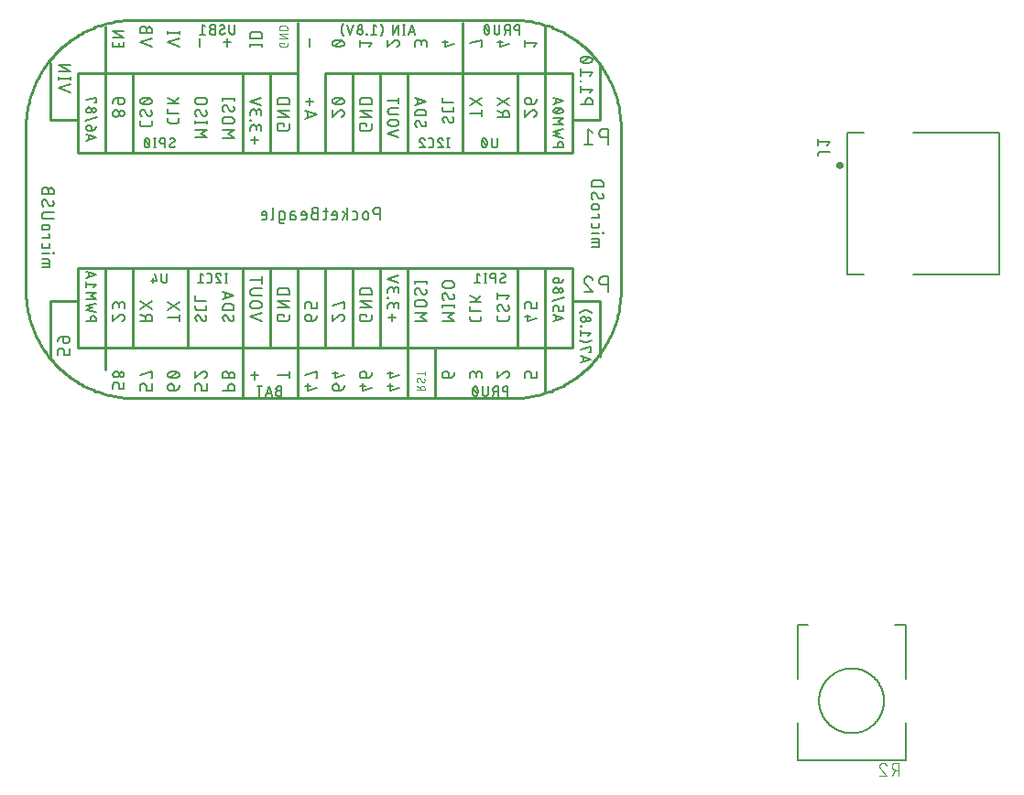
<source format=gbr>
G04 EAGLE Gerber RS-274X export*
G75*
%MOMM*%
%FSLAX34Y34*%
%LPD*%
%INSilkscreen Bottom*%
%IPPOS*%
%AMOC8*
5,1,8,0,0,1.08239X$1,22.5*%
G01*
%ADD10C,0.254000*%
%ADD11C,0.152400*%
%ADD12C,0.127000*%
%ADD13C,0.101600*%
%ADD14C,0.203200*%
%ADD15C,0.300000*%


D10*
X626530Y629170D02*
X276530Y629170D01*
X274114Y629199D01*
X271699Y629287D01*
X269287Y629433D01*
X266879Y629637D01*
X264476Y629899D01*
X262081Y630219D01*
X259694Y630597D01*
X257317Y631033D01*
X254952Y631526D01*
X252598Y632076D01*
X250259Y632682D01*
X247935Y633345D01*
X245628Y634064D01*
X243339Y634839D01*
X241070Y635668D01*
X238821Y636553D01*
X236594Y637491D01*
X234390Y638483D01*
X232211Y639527D01*
X230058Y640624D01*
X227932Y641773D01*
X225834Y642973D01*
X223766Y644223D01*
X221729Y645523D01*
X219724Y646872D01*
X217751Y648268D01*
X215814Y649712D01*
X213911Y651203D01*
X212046Y652738D01*
X210218Y654319D01*
X208428Y655943D01*
X206679Y657610D01*
X204970Y659319D01*
X203303Y661068D01*
X201679Y662858D01*
X200098Y664686D01*
X198563Y666551D01*
X197072Y668454D01*
X195628Y670391D01*
X194232Y672364D01*
X192883Y674369D01*
X191583Y676406D01*
X190333Y678474D01*
X189133Y680572D01*
X187984Y682698D01*
X186887Y684851D01*
X185843Y687030D01*
X184851Y689234D01*
X183913Y691461D01*
X183028Y693710D01*
X182199Y695979D01*
X181424Y698268D01*
X180705Y700575D01*
X180042Y702899D01*
X179436Y705238D01*
X178886Y707592D01*
X178393Y709957D01*
X177957Y712334D01*
X177579Y714721D01*
X177259Y717116D01*
X176997Y719519D01*
X176793Y721927D01*
X176647Y724339D01*
X176559Y726754D01*
X176530Y729170D01*
X176530Y879170D01*
X176559Y881586D01*
X176647Y884001D01*
X176793Y886413D01*
X176997Y888821D01*
X177259Y891224D01*
X177579Y893619D01*
X177957Y896006D01*
X178393Y898383D01*
X178886Y900748D01*
X179436Y903102D01*
X180042Y905441D01*
X180705Y907765D01*
X181424Y910072D01*
X182199Y912361D01*
X183028Y914630D01*
X183913Y916879D01*
X184851Y919106D01*
X185843Y921310D01*
X186887Y923489D01*
X187984Y925642D01*
X189133Y927768D01*
X190333Y929866D01*
X191583Y931934D01*
X192883Y933971D01*
X194232Y935976D01*
X195628Y937949D01*
X197072Y939886D01*
X198563Y941789D01*
X200098Y943654D01*
X201679Y945482D01*
X203303Y947272D01*
X204970Y949021D01*
X206679Y950730D01*
X208428Y952397D01*
X210218Y954021D01*
X212046Y955602D01*
X213911Y957137D01*
X215814Y958628D01*
X217751Y960072D01*
X219724Y961468D01*
X221729Y962817D01*
X223766Y964117D01*
X225834Y965367D01*
X227932Y966567D01*
X230058Y967716D01*
X232211Y968813D01*
X234390Y969857D01*
X236594Y970849D01*
X238821Y971787D01*
X241070Y972672D01*
X243339Y973501D01*
X245628Y974276D01*
X247935Y974995D01*
X250259Y975658D01*
X252598Y976264D01*
X254952Y976814D01*
X257317Y977307D01*
X259694Y977743D01*
X262081Y978121D01*
X264476Y978441D01*
X266879Y978703D01*
X269287Y978907D01*
X271699Y979053D01*
X274114Y979141D01*
X276530Y979170D01*
X626530Y979170D01*
X628946Y979141D01*
X631361Y979053D01*
X633773Y978907D01*
X636181Y978703D01*
X638584Y978441D01*
X640979Y978121D01*
X643366Y977743D01*
X645743Y977307D01*
X648108Y976814D01*
X650462Y976264D01*
X652801Y975658D01*
X655125Y974995D01*
X657432Y974276D01*
X659721Y973501D01*
X661990Y972672D01*
X664239Y971787D01*
X666466Y970849D01*
X668670Y969857D01*
X670849Y968813D01*
X673002Y967716D01*
X675128Y966567D01*
X677226Y965367D01*
X679294Y964117D01*
X681331Y962817D01*
X683336Y961468D01*
X685309Y960072D01*
X687246Y958628D01*
X689149Y957137D01*
X691014Y955602D01*
X692842Y954021D01*
X694632Y952397D01*
X696381Y950730D01*
X698090Y949021D01*
X699757Y947272D01*
X701381Y945482D01*
X702962Y943654D01*
X704497Y941789D01*
X705988Y939886D01*
X707432Y937949D01*
X708828Y935976D01*
X710177Y933971D01*
X711477Y931934D01*
X712727Y929866D01*
X713927Y927768D01*
X715076Y925642D01*
X716173Y923489D01*
X717217Y921310D01*
X718209Y919106D01*
X719147Y916879D01*
X720032Y914630D01*
X720861Y912361D01*
X721636Y910072D01*
X722355Y907765D01*
X723018Y905441D01*
X723624Y903102D01*
X724174Y900748D01*
X724667Y898383D01*
X725103Y896006D01*
X725481Y893619D01*
X725801Y891224D01*
X726063Y888821D01*
X726267Y886413D01*
X726413Y884001D01*
X726501Y881586D01*
X726530Y879170D01*
X726530Y729170D01*
X726501Y726754D01*
X726413Y724339D01*
X726267Y721927D01*
X726063Y719519D01*
X725801Y717116D01*
X725481Y714721D01*
X725103Y712334D01*
X724667Y709957D01*
X724174Y707592D01*
X723624Y705238D01*
X723018Y702899D01*
X722355Y700575D01*
X721636Y698268D01*
X720861Y695979D01*
X720032Y693710D01*
X719147Y691461D01*
X718209Y689234D01*
X717217Y687030D01*
X716173Y684851D01*
X715076Y682698D01*
X713927Y680572D01*
X712727Y678474D01*
X711477Y676406D01*
X710177Y674369D01*
X708828Y672364D01*
X707432Y670391D01*
X705988Y668454D01*
X704497Y666551D01*
X702962Y664686D01*
X701381Y662858D01*
X699757Y661068D01*
X698090Y659319D01*
X696381Y657610D01*
X694632Y655943D01*
X692842Y654319D01*
X691014Y652738D01*
X689149Y651203D01*
X687246Y649712D01*
X685309Y648268D01*
X683336Y646872D01*
X681331Y645523D01*
X679294Y644223D01*
X677226Y642973D01*
X675128Y641773D01*
X673002Y640624D01*
X670849Y639527D01*
X668670Y638483D01*
X666466Y637491D01*
X664239Y636553D01*
X661990Y635668D01*
X659721Y634839D01*
X657432Y634064D01*
X655125Y633345D01*
X652801Y632682D01*
X650462Y632076D01*
X648108Y631526D01*
X645743Y631033D01*
X643366Y630597D01*
X640979Y630219D01*
X638584Y629899D01*
X636181Y629637D01*
X633773Y629433D01*
X631361Y629287D01*
X628946Y629199D01*
X626530Y629170D01*
D11*
X503851Y794512D02*
X503851Y805688D01*
X500747Y805688D01*
X500636Y805686D01*
X500526Y805680D01*
X500415Y805670D01*
X500305Y805656D01*
X500196Y805639D01*
X500087Y805617D01*
X499979Y805592D01*
X499873Y805562D01*
X499767Y805529D01*
X499662Y805492D01*
X499559Y805452D01*
X499458Y805407D01*
X499358Y805360D01*
X499259Y805308D01*
X499163Y805253D01*
X499069Y805195D01*
X498977Y805134D01*
X498887Y805069D01*
X498799Y805001D01*
X498714Y804930D01*
X498632Y804856D01*
X498552Y804779D01*
X498475Y804699D01*
X498401Y804617D01*
X498330Y804532D01*
X498262Y804444D01*
X498197Y804354D01*
X498136Y804262D01*
X498078Y804168D01*
X498023Y804072D01*
X497971Y803973D01*
X497924Y803873D01*
X497879Y803772D01*
X497839Y803669D01*
X497802Y803564D01*
X497769Y803458D01*
X497739Y803352D01*
X497714Y803244D01*
X497692Y803135D01*
X497675Y803026D01*
X497661Y802916D01*
X497651Y802805D01*
X497645Y802695D01*
X497643Y802584D01*
X497645Y802473D01*
X497651Y802363D01*
X497661Y802252D01*
X497675Y802142D01*
X497692Y802033D01*
X497714Y801924D01*
X497739Y801816D01*
X497769Y801710D01*
X497802Y801604D01*
X497839Y801499D01*
X497879Y801396D01*
X497924Y801295D01*
X497971Y801195D01*
X498023Y801096D01*
X498078Y801000D01*
X498136Y800906D01*
X498197Y800814D01*
X498262Y800724D01*
X498330Y800636D01*
X498401Y800551D01*
X498475Y800469D01*
X498552Y800389D01*
X498632Y800312D01*
X498714Y800238D01*
X498799Y800167D01*
X498887Y800099D01*
X498977Y800034D01*
X499069Y799973D01*
X499163Y799915D01*
X499259Y799860D01*
X499358Y799808D01*
X499458Y799761D01*
X499559Y799716D01*
X499662Y799676D01*
X499767Y799639D01*
X499873Y799606D01*
X499979Y799576D01*
X500087Y799551D01*
X500196Y799529D01*
X500305Y799512D01*
X500415Y799498D01*
X500526Y799488D01*
X500636Y799482D01*
X500747Y799480D01*
X500747Y799479D02*
X503851Y799479D01*
X493155Y799479D02*
X493155Y796996D01*
X493155Y799479D02*
X493153Y799578D01*
X493147Y799676D01*
X493137Y799775D01*
X493124Y799872D01*
X493106Y799970D01*
X493085Y800066D01*
X493059Y800162D01*
X493030Y800256D01*
X492998Y800349D01*
X492961Y800441D01*
X492921Y800531D01*
X492877Y800620D01*
X492830Y800707D01*
X492780Y800792D01*
X492726Y800874D01*
X492669Y800955D01*
X492609Y801033D01*
X492545Y801109D01*
X492479Y801182D01*
X492410Y801253D01*
X492338Y801321D01*
X492263Y801385D01*
X492186Y801447D01*
X492107Y801506D01*
X492025Y801561D01*
X491941Y801614D01*
X491856Y801662D01*
X491768Y801708D01*
X491678Y801750D01*
X491587Y801788D01*
X491495Y801822D01*
X491401Y801853D01*
X491306Y801880D01*
X491210Y801904D01*
X491113Y801923D01*
X491016Y801939D01*
X490918Y801951D01*
X490819Y801959D01*
X490720Y801963D01*
X490622Y801963D01*
X490523Y801959D01*
X490424Y801951D01*
X490326Y801939D01*
X490229Y801923D01*
X490132Y801904D01*
X490036Y801880D01*
X489941Y801853D01*
X489847Y801822D01*
X489755Y801788D01*
X489664Y801750D01*
X489574Y801708D01*
X489486Y801662D01*
X489401Y801614D01*
X489317Y801561D01*
X489235Y801506D01*
X489156Y801447D01*
X489079Y801385D01*
X489004Y801321D01*
X488932Y801253D01*
X488863Y801182D01*
X488797Y801109D01*
X488733Y801033D01*
X488673Y800955D01*
X488616Y800874D01*
X488562Y800792D01*
X488512Y800707D01*
X488465Y800620D01*
X488421Y800531D01*
X488381Y800441D01*
X488344Y800349D01*
X488312Y800256D01*
X488283Y800162D01*
X488257Y800066D01*
X488236Y799970D01*
X488218Y799872D01*
X488205Y799775D01*
X488195Y799676D01*
X488189Y799578D01*
X488187Y799479D01*
X488188Y799479D02*
X488188Y796996D01*
X488187Y796996D02*
X488189Y796897D01*
X488195Y796799D01*
X488205Y796700D01*
X488218Y796603D01*
X488236Y796505D01*
X488257Y796409D01*
X488283Y796313D01*
X488312Y796219D01*
X488344Y796126D01*
X488381Y796034D01*
X488421Y795944D01*
X488465Y795855D01*
X488512Y795768D01*
X488562Y795683D01*
X488616Y795601D01*
X488673Y795520D01*
X488733Y795442D01*
X488797Y795366D01*
X488863Y795293D01*
X488932Y795222D01*
X489004Y795154D01*
X489079Y795090D01*
X489156Y795028D01*
X489235Y794969D01*
X489317Y794914D01*
X489401Y794861D01*
X489486Y794813D01*
X489574Y794767D01*
X489664Y794725D01*
X489755Y794687D01*
X489847Y794653D01*
X489941Y794622D01*
X490036Y794595D01*
X490132Y794571D01*
X490229Y794552D01*
X490326Y794536D01*
X490424Y794524D01*
X490523Y794516D01*
X490622Y794512D01*
X490720Y794512D01*
X490819Y794516D01*
X490918Y794524D01*
X491016Y794536D01*
X491113Y794552D01*
X491210Y794571D01*
X491306Y794595D01*
X491401Y794622D01*
X491495Y794653D01*
X491587Y794687D01*
X491678Y794725D01*
X491768Y794767D01*
X491856Y794813D01*
X491941Y794861D01*
X492025Y794914D01*
X492107Y794969D01*
X492186Y795028D01*
X492263Y795090D01*
X492338Y795154D01*
X492410Y795222D01*
X492479Y795293D01*
X492545Y795366D01*
X492609Y795442D01*
X492669Y795520D01*
X492726Y795601D01*
X492780Y795683D01*
X492830Y795768D01*
X492877Y795855D01*
X492921Y795944D01*
X492961Y796034D01*
X492998Y796126D01*
X493030Y796219D01*
X493059Y796313D01*
X493085Y796409D01*
X493106Y796505D01*
X493124Y796603D01*
X493137Y796700D01*
X493147Y796799D01*
X493153Y796897D01*
X493155Y796996D01*
X481370Y794512D02*
X478886Y794512D01*
X481370Y794512D02*
X481454Y794514D01*
X481537Y794520D01*
X481620Y794529D01*
X481703Y794542D01*
X481785Y794559D01*
X481866Y794579D01*
X481946Y794603D01*
X482025Y794631D01*
X482102Y794662D01*
X482178Y794696D01*
X482253Y794734D01*
X482326Y794776D01*
X482396Y794820D01*
X482465Y794868D01*
X482532Y794918D01*
X482596Y794972D01*
X482657Y795028D01*
X482717Y795088D01*
X482773Y795149D01*
X482827Y795213D01*
X482877Y795280D01*
X482925Y795349D01*
X482969Y795419D01*
X483011Y795492D01*
X483049Y795567D01*
X483083Y795643D01*
X483114Y795720D01*
X483142Y795799D01*
X483166Y795879D01*
X483186Y795960D01*
X483203Y796042D01*
X483216Y796125D01*
X483226Y796208D01*
X483231Y796291D01*
X483233Y796375D01*
X483232Y796375D02*
X483232Y800100D01*
X483233Y800100D02*
X483231Y800184D01*
X483226Y800267D01*
X483216Y800350D01*
X483203Y800433D01*
X483186Y800515D01*
X483166Y800596D01*
X483142Y800676D01*
X483114Y800755D01*
X483083Y800832D01*
X483049Y800908D01*
X483011Y800983D01*
X482969Y801056D01*
X482925Y801126D01*
X482877Y801195D01*
X482827Y801262D01*
X482773Y801326D01*
X482717Y801387D01*
X482657Y801447D01*
X482596Y801503D01*
X482532Y801557D01*
X482465Y801607D01*
X482396Y801655D01*
X482326Y801699D01*
X482253Y801741D01*
X482178Y801779D01*
X482102Y801813D01*
X482025Y801844D01*
X481946Y801872D01*
X481866Y801896D01*
X481785Y801916D01*
X481703Y801933D01*
X481620Y801946D01*
X481537Y801956D01*
X481454Y801961D01*
X481370Y801963D01*
X478886Y801963D01*
X473936Y805688D02*
X473936Y794512D01*
X473936Y798237D02*
X468968Y801963D01*
X471762Y799790D02*
X468968Y794512D01*
X462717Y794512D02*
X459613Y794512D01*
X462717Y794512D02*
X462801Y794514D01*
X462884Y794520D01*
X462967Y794529D01*
X463050Y794542D01*
X463132Y794559D01*
X463213Y794579D01*
X463293Y794603D01*
X463372Y794631D01*
X463449Y794662D01*
X463525Y794696D01*
X463600Y794734D01*
X463673Y794776D01*
X463743Y794820D01*
X463812Y794868D01*
X463879Y794918D01*
X463943Y794972D01*
X464004Y795028D01*
X464064Y795088D01*
X464120Y795149D01*
X464174Y795213D01*
X464224Y795280D01*
X464272Y795349D01*
X464316Y795419D01*
X464358Y795492D01*
X464396Y795567D01*
X464430Y795643D01*
X464461Y795720D01*
X464489Y795799D01*
X464513Y795879D01*
X464533Y795960D01*
X464550Y796042D01*
X464563Y796125D01*
X464573Y796208D01*
X464578Y796291D01*
X464580Y796375D01*
X464580Y799479D01*
X464578Y799578D01*
X464572Y799676D01*
X464562Y799775D01*
X464549Y799872D01*
X464531Y799970D01*
X464510Y800066D01*
X464484Y800162D01*
X464455Y800256D01*
X464423Y800349D01*
X464386Y800441D01*
X464346Y800531D01*
X464302Y800620D01*
X464255Y800707D01*
X464205Y800792D01*
X464151Y800874D01*
X464094Y800955D01*
X464034Y801033D01*
X463970Y801109D01*
X463904Y801182D01*
X463835Y801253D01*
X463763Y801321D01*
X463688Y801385D01*
X463611Y801447D01*
X463532Y801506D01*
X463450Y801561D01*
X463366Y801614D01*
X463281Y801662D01*
X463193Y801708D01*
X463103Y801750D01*
X463012Y801788D01*
X462920Y801822D01*
X462826Y801853D01*
X462731Y801880D01*
X462635Y801904D01*
X462538Y801923D01*
X462441Y801939D01*
X462343Y801951D01*
X462244Y801959D01*
X462145Y801963D01*
X462047Y801963D01*
X461948Y801959D01*
X461849Y801951D01*
X461751Y801939D01*
X461654Y801923D01*
X461557Y801904D01*
X461461Y801880D01*
X461366Y801853D01*
X461272Y801822D01*
X461180Y801788D01*
X461089Y801750D01*
X460999Y801708D01*
X460911Y801662D01*
X460826Y801614D01*
X460742Y801561D01*
X460660Y801506D01*
X460581Y801447D01*
X460504Y801385D01*
X460429Y801321D01*
X460357Y801253D01*
X460288Y801182D01*
X460222Y801109D01*
X460158Y801033D01*
X460098Y800955D01*
X460041Y800874D01*
X459987Y800792D01*
X459937Y800707D01*
X459890Y800620D01*
X459846Y800531D01*
X459806Y800441D01*
X459769Y800349D01*
X459737Y800256D01*
X459708Y800162D01*
X459682Y800066D01*
X459661Y799970D01*
X459643Y799872D01*
X459630Y799775D01*
X459620Y799676D01*
X459614Y799578D01*
X459612Y799479D01*
X459613Y799479D02*
X459613Y798237D01*
X464580Y798237D01*
X455692Y801963D02*
X451967Y801963D01*
X454451Y805688D02*
X454451Y796375D01*
X454449Y796291D01*
X454443Y796208D01*
X454434Y796125D01*
X454421Y796042D01*
X454404Y795960D01*
X454384Y795879D01*
X454360Y795799D01*
X454332Y795720D01*
X454301Y795643D01*
X454267Y795567D01*
X454229Y795492D01*
X454187Y795419D01*
X454143Y795349D01*
X454095Y795280D01*
X454045Y795213D01*
X453991Y795149D01*
X453935Y795088D01*
X453875Y795028D01*
X453814Y794972D01*
X453750Y794918D01*
X453683Y794868D01*
X453614Y794820D01*
X453544Y794776D01*
X453471Y794734D01*
X453396Y794696D01*
X453320Y794662D01*
X453243Y794631D01*
X453164Y794603D01*
X453084Y794579D01*
X453003Y794559D01*
X452921Y794542D01*
X452838Y794529D01*
X452755Y794519D01*
X452672Y794514D01*
X452588Y794512D01*
X451967Y794512D01*
X446701Y800721D02*
X443597Y800721D01*
X443597Y800720D02*
X443486Y800718D01*
X443376Y800712D01*
X443265Y800702D01*
X443155Y800688D01*
X443046Y800671D01*
X442937Y800649D01*
X442829Y800624D01*
X442723Y800594D01*
X442617Y800561D01*
X442512Y800524D01*
X442409Y800484D01*
X442308Y800439D01*
X442208Y800392D01*
X442109Y800340D01*
X442013Y800285D01*
X441919Y800227D01*
X441827Y800166D01*
X441737Y800101D01*
X441649Y800033D01*
X441564Y799962D01*
X441482Y799888D01*
X441402Y799811D01*
X441325Y799731D01*
X441251Y799649D01*
X441180Y799564D01*
X441112Y799476D01*
X441047Y799386D01*
X440986Y799294D01*
X440928Y799200D01*
X440873Y799104D01*
X440821Y799005D01*
X440774Y798905D01*
X440729Y798804D01*
X440689Y798701D01*
X440652Y798596D01*
X440619Y798490D01*
X440589Y798384D01*
X440564Y798276D01*
X440542Y798167D01*
X440525Y798058D01*
X440511Y797948D01*
X440501Y797837D01*
X440495Y797727D01*
X440493Y797616D01*
X440495Y797505D01*
X440501Y797395D01*
X440511Y797284D01*
X440525Y797174D01*
X440542Y797065D01*
X440564Y796956D01*
X440589Y796848D01*
X440619Y796742D01*
X440652Y796636D01*
X440689Y796531D01*
X440729Y796428D01*
X440774Y796327D01*
X440821Y796227D01*
X440873Y796128D01*
X440928Y796032D01*
X440986Y795938D01*
X441047Y795846D01*
X441112Y795756D01*
X441180Y795668D01*
X441251Y795583D01*
X441325Y795501D01*
X441402Y795421D01*
X441482Y795344D01*
X441564Y795270D01*
X441649Y795199D01*
X441737Y795131D01*
X441827Y795066D01*
X441919Y795005D01*
X442013Y794947D01*
X442109Y794892D01*
X442208Y794840D01*
X442308Y794793D01*
X442409Y794748D01*
X442512Y794708D01*
X442617Y794671D01*
X442723Y794638D01*
X442829Y794608D01*
X442937Y794583D01*
X443046Y794561D01*
X443155Y794544D01*
X443265Y794530D01*
X443376Y794520D01*
X443486Y794514D01*
X443597Y794512D01*
X446701Y794512D01*
X446701Y805688D01*
X443597Y805688D01*
X443498Y805686D01*
X443400Y805680D01*
X443301Y805670D01*
X443204Y805657D01*
X443106Y805639D01*
X443010Y805618D01*
X442914Y805592D01*
X442820Y805563D01*
X442727Y805531D01*
X442635Y805494D01*
X442545Y805454D01*
X442456Y805410D01*
X442369Y805363D01*
X442284Y805313D01*
X442202Y805259D01*
X442121Y805202D01*
X442043Y805142D01*
X441967Y805078D01*
X441894Y805012D01*
X441823Y804943D01*
X441755Y804871D01*
X441691Y804796D01*
X441629Y804719D01*
X441570Y804640D01*
X441515Y804558D01*
X441462Y804474D01*
X441414Y804389D01*
X441368Y804301D01*
X441326Y804211D01*
X441288Y804120D01*
X441254Y804028D01*
X441223Y803934D01*
X441196Y803839D01*
X441172Y803743D01*
X441153Y803646D01*
X441137Y803549D01*
X441125Y803451D01*
X441117Y803352D01*
X441113Y803253D01*
X441113Y803155D01*
X441117Y803056D01*
X441125Y802957D01*
X441137Y802859D01*
X441153Y802762D01*
X441172Y802665D01*
X441196Y802569D01*
X441223Y802474D01*
X441254Y802380D01*
X441288Y802288D01*
X441326Y802197D01*
X441368Y802107D01*
X441414Y802019D01*
X441462Y801934D01*
X441515Y801850D01*
X441570Y801768D01*
X441629Y801689D01*
X441691Y801612D01*
X441755Y801537D01*
X441823Y801465D01*
X441894Y801396D01*
X441967Y801330D01*
X442043Y801266D01*
X442121Y801206D01*
X442202Y801149D01*
X442284Y801095D01*
X442369Y801045D01*
X442456Y800998D01*
X442545Y800954D01*
X442635Y800914D01*
X442727Y800877D01*
X442820Y800845D01*
X442914Y800816D01*
X443010Y800790D01*
X443106Y800769D01*
X443204Y800751D01*
X443301Y800738D01*
X443400Y800728D01*
X443498Y800722D01*
X443597Y800720D01*
X434142Y794512D02*
X431038Y794512D01*
X434142Y794512D02*
X434226Y794514D01*
X434309Y794520D01*
X434392Y794529D01*
X434475Y794542D01*
X434557Y794559D01*
X434638Y794579D01*
X434718Y794603D01*
X434797Y794631D01*
X434874Y794662D01*
X434950Y794696D01*
X435025Y794734D01*
X435098Y794776D01*
X435168Y794820D01*
X435237Y794868D01*
X435304Y794918D01*
X435368Y794972D01*
X435429Y795028D01*
X435489Y795088D01*
X435545Y795149D01*
X435599Y795213D01*
X435649Y795280D01*
X435697Y795349D01*
X435741Y795419D01*
X435783Y795492D01*
X435821Y795567D01*
X435855Y795643D01*
X435886Y795720D01*
X435914Y795799D01*
X435938Y795879D01*
X435958Y795960D01*
X435975Y796042D01*
X435988Y796125D01*
X435998Y796208D01*
X436003Y796291D01*
X436005Y796375D01*
X436005Y799479D01*
X436003Y799578D01*
X435997Y799676D01*
X435987Y799775D01*
X435974Y799872D01*
X435956Y799970D01*
X435935Y800066D01*
X435909Y800162D01*
X435880Y800256D01*
X435848Y800349D01*
X435811Y800441D01*
X435771Y800531D01*
X435727Y800620D01*
X435680Y800707D01*
X435630Y800792D01*
X435576Y800874D01*
X435519Y800955D01*
X435459Y801033D01*
X435395Y801109D01*
X435329Y801182D01*
X435260Y801253D01*
X435188Y801321D01*
X435113Y801385D01*
X435036Y801447D01*
X434957Y801506D01*
X434875Y801561D01*
X434791Y801614D01*
X434706Y801662D01*
X434618Y801708D01*
X434528Y801750D01*
X434437Y801788D01*
X434345Y801822D01*
X434251Y801853D01*
X434156Y801880D01*
X434060Y801904D01*
X433963Y801923D01*
X433866Y801939D01*
X433768Y801951D01*
X433669Y801959D01*
X433570Y801963D01*
X433472Y801963D01*
X433373Y801959D01*
X433274Y801951D01*
X433176Y801939D01*
X433079Y801923D01*
X432982Y801904D01*
X432886Y801880D01*
X432791Y801853D01*
X432697Y801822D01*
X432605Y801788D01*
X432514Y801750D01*
X432424Y801708D01*
X432336Y801662D01*
X432251Y801614D01*
X432167Y801561D01*
X432085Y801506D01*
X432006Y801447D01*
X431929Y801385D01*
X431854Y801321D01*
X431782Y801253D01*
X431713Y801182D01*
X431647Y801109D01*
X431583Y801033D01*
X431523Y800955D01*
X431466Y800874D01*
X431412Y800792D01*
X431362Y800707D01*
X431315Y800620D01*
X431271Y800531D01*
X431231Y800441D01*
X431194Y800349D01*
X431162Y800256D01*
X431133Y800162D01*
X431107Y800066D01*
X431086Y799970D01*
X431068Y799872D01*
X431055Y799775D01*
X431045Y799676D01*
X431039Y799578D01*
X431037Y799479D01*
X431038Y799479D02*
X431038Y798237D01*
X436005Y798237D01*
X424000Y798858D02*
X421206Y798858D01*
X424000Y798858D02*
X424092Y798856D01*
X424184Y798850D01*
X424276Y798840D01*
X424367Y798827D01*
X424458Y798809D01*
X424548Y798788D01*
X424636Y798763D01*
X424724Y798734D01*
X424810Y798701D01*
X424895Y798665D01*
X424978Y798625D01*
X425060Y798582D01*
X425139Y798535D01*
X425217Y798485D01*
X425292Y798432D01*
X425365Y798376D01*
X425436Y798316D01*
X425504Y798254D01*
X425569Y798189D01*
X425631Y798121D01*
X425691Y798050D01*
X425747Y797977D01*
X425800Y797902D01*
X425850Y797824D01*
X425897Y797745D01*
X425940Y797663D01*
X425980Y797580D01*
X426016Y797495D01*
X426049Y797409D01*
X426078Y797321D01*
X426103Y797233D01*
X426124Y797143D01*
X426142Y797052D01*
X426155Y796961D01*
X426165Y796869D01*
X426171Y796777D01*
X426173Y796685D01*
X426171Y796593D01*
X426165Y796501D01*
X426155Y796409D01*
X426142Y796318D01*
X426124Y796227D01*
X426103Y796137D01*
X426078Y796049D01*
X426049Y795961D01*
X426016Y795875D01*
X425980Y795790D01*
X425940Y795707D01*
X425897Y795625D01*
X425850Y795546D01*
X425800Y795468D01*
X425747Y795393D01*
X425691Y795320D01*
X425631Y795249D01*
X425569Y795181D01*
X425504Y795116D01*
X425436Y795054D01*
X425365Y794994D01*
X425292Y794938D01*
X425217Y794885D01*
X425139Y794835D01*
X425060Y794788D01*
X424978Y794745D01*
X424895Y794705D01*
X424810Y794669D01*
X424724Y794636D01*
X424636Y794607D01*
X424548Y794582D01*
X424458Y794561D01*
X424367Y794543D01*
X424276Y794530D01*
X424184Y794520D01*
X424092Y794514D01*
X424000Y794512D01*
X421206Y794512D01*
X421206Y800100D01*
X421205Y800100D02*
X421207Y800184D01*
X421213Y800267D01*
X421222Y800350D01*
X421235Y800433D01*
X421252Y800515D01*
X421272Y800596D01*
X421296Y800676D01*
X421324Y800755D01*
X421355Y800832D01*
X421389Y800908D01*
X421427Y800983D01*
X421469Y801056D01*
X421513Y801126D01*
X421561Y801195D01*
X421611Y801262D01*
X421665Y801326D01*
X421721Y801387D01*
X421781Y801447D01*
X421842Y801503D01*
X421906Y801557D01*
X421973Y801607D01*
X422042Y801655D01*
X422112Y801699D01*
X422185Y801741D01*
X422260Y801779D01*
X422336Y801813D01*
X422413Y801844D01*
X422492Y801872D01*
X422572Y801896D01*
X422653Y801916D01*
X422735Y801933D01*
X422818Y801946D01*
X422901Y801956D01*
X422984Y801961D01*
X423068Y801963D01*
X425552Y801963D01*
X414023Y794512D02*
X410919Y794512D01*
X414023Y794512D02*
X414107Y794514D01*
X414190Y794520D01*
X414273Y794529D01*
X414356Y794542D01*
X414438Y794559D01*
X414519Y794579D01*
X414599Y794603D01*
X414678Y794631D01*
X414755Y794662D01*
X414831Y794696D01*
X414906Y794734D01*
X414979Y794776D01*
X415049Y794820D01*
X415118Y794868D01*
X415185Y794918D01*
X415249Y794972D01*
X415310Y795028D01*
X415370Y795088D01*
X415426Y795149D01*
X415480Y795213D01*
X415530Y795280D01*
X415578Y795349D01*
X415622Y795419D01*
X415664Y795492D01*
X415702Y795567D01*
X415736Y795643D01*
X415767Y795720D01*
X415795Y795799D01*
X415819Y795879D01*
X415839Y795960D01*
X415856Y796042D01*
X415869Y796125D01*
X415879Y796208D01*
X415884Y796291D01*
X415886Y796375D01*
X415886Y800100D01*
X415884Y800184D01*
X415879Y800267D01*
X415869Y800350D01*
X415856Y800433D01*
X415839Y800515D01*
X415819Y800596D01*
X415795Y800676D01*
X415767Y800755D01*
X415736Y800832D01*
X415702Y800908D01*
X415664Y800983D01*
X415622Y801056D01*
X415578Y801126D01*
X415530Y801195D01*
X415480Y801262D01*
X415426Y801326D01*
X415370Y801387D01*
X415310Y801447D01*
X415249Y801503D01*
X415185Y801557D01*
X415118Y801607D01*
X415049Y801655D01*
X414979Y801699D01*
X414906Y801741D01*
X414831Y801779D01*
X414755Y801813D01*
X414678Y801844D01*
X414599Y801872D01*
X414519Y801896D01*
X414438Y801916D01*
X414356Y801933D01*
X414273Y801946D01*
X414190Y801956D01*
X414107Y801961D01*
X414023Y801963D01*
X410919Y801963D01*
X410919Y792649D01*
X410918Y792649D02*
X410920Y792565D01*
X410925Y792482D01*
X410935Y792399D01*
X410948Y792316D01*
X410965Y792234D01*
X410985Y792153D01*
X411009Y792073D01*
X411037Y791994D01*
X411068Y791917D01*
X411102Y791841D01*
X411140Y791766D01*
X411182Y791693D01*
X411226Y791623D01*
X411274Y791554D01*
X411324Y791487D01*
X411378Y791423D01*
X411434Y791362D01*
X411494Y791302D01*
X411555Y791246D01*
X411619Y791192D01*
X411686Y791142D01*
X411755Y791094D01*
X411825Y791050D01*
X411898Y791008D01*
X411973Y790970D01*
X412049Y790936D01*
X412126Y790905D01*
X412205Y790877D01*
X412285Y790853D01*
X412366Y790833D01*
X412448Y790816D01*
X412531Y790803D01*
X412614Y790793D01*
X412697Y790788D01*
X412781Y790786D01*
X412781Y790787D02*
X415265Y790787D01*
X405433Y796375D02*
X405433Y805688D01*
X405434Y796375D02*
X405432Y796289D01*
X405426Y796203D01*
X405416Y796118D01*
X405402Y796033D01*
X405385Y795948D01*
X405363Y795865D01*
X405337Y795783D01*
X405308Y795702D01*
X405275Y795623D01*
X405239Y795545D01*
X405199Y795468D01*
X405155Y795394D01*
X405108Y795322D01*
X405058Y795252D01*
X405004Y795185D01*
X404948Y795120D01*
X404888Y795058D01*
X404826Y794998D01*
X404761Y794942D01*
X404694Y794888D01*
X404624Y794838D01*
X404552Y794791D01*
X404478Y794747D01*
X404401Y794707D01*
X404324Y794671D01*
X404244Y794638D01*
X404163Y794609D01*
X404081Y794583D01*
X403998Y794561D01*
X403913Y794544D01*
X403828Y794530D01*
X403743Y794520D01*
X403657Y794514D01*
X403571Y794512D01*
X397566Y794512D02*
X394462Y794512D01*
X397566Y794512D02*
X397650Y794514D01*
X397733Y794520D01*
X397816Y794529D01*
X397899Y794542D01*
X397981Y794559D01*
X398062Y794579D01*
X398142Y794603D01*
X398221Y794631D01*
X398298Y794662D01*
X398374Y794696D01*
X398449Y794734D01*
X398522Y794776D01*
X398592Y794820D01*
X398661Y794868D01*
X398728Y794918D01*
X398792Y794972D01*
X398853Y795028D01*
X398913Y795088D01*
X398969Y795149D01*
X399023Y795213D01*
X399073Y795280D01*
X399121Y795349D01*
X399165Y795419D01*
X399207Y795492D01*
X399245Y795567D01*
X399279Y795643D01*
X399310Y795720D01*
X399338Y795799D01*
X399362Y795879D01*
X399382Y795960D01*
X399399Y796042D01*
X399412Y796125D01*
X399422Y796208D01*
X399427Y796291D01*
X399429Y796375D01*
X399429Y799479D01*
X399430Y799479D02*
X399428Y799578D01*
X399422Y799676D01*
X399412Y799775D01*
X399399Y799872D01*
X399381Y799970D01*
X399360Y800066D01*
X399334Y800162D01*
X399305Y800256D01*
X399273Y800349D01*
X399236Y800441D01*
X399196Y800531D01*
X399152Y800620D01*
X399105Y800707D01*
X399055Y800792D01*
X399001Y800874D01*
X398944Y800955D01*
X398884Y801033D01*
X398820Y801109D01*
X398754Y801182D01*
X398685Y801253D01*
X398613Y801321D01*
X398538Y801385D01*
X398461Y801447D01*
X398382Y801506D01*
X398300Y801561D01*
X398216Y801614D01*
X398131Y801662D01*
X398043Y801708D01*
X397953Y801750D01*
X397862Y801788D01*
X397770Y801822D01*
X397676Y801853D01*
X397581Y801880D01*
X397485Y801904D01*
X397388Y801923D01*
X397291Y801939D01*
X397193Y801951D01*
X397094Y801959D01*
X396995Y801963D01*
X396897Y801963D01*
X396798Y801959D01*
X396699Y801951D01*
X396601Y801939D01*
X396504Y801923D01*
X396407Y801904D01*
X396311Y801880D01*
X396216Y801853D01*
X396122Y801822D01*
X396030Y801788D01*
X395939Y801750D01*
X395849Y801708D01*
X395761Y801662D01*
X395676Y801614D01*
X395592Y801561D01*
X395510Y801506D01*
X395431Y801447D01*
X395354Y801385D01*
X395279Y801321D01*
X395207Y801253D01*
X395138Y801182D01*
X395072Y801109D01*
X395008Y801033D01*
X394948Y800955D01*
X394891Y800874D01*
X394837Y800792D01*
X394787Y800707D01*
X394740Y800620D01*
X394696Y800531D01*
X394656Y800441D01*
X394619Y800349D01*
X394587Y800256D01*
X394558Y800162D01*
X394532Y800066D01*
X394511Y799970D01*
X394493Y799872D01*
X394480Y799775D01*
X394470Y799676D01*
X394464Y799578D01*
X394462Y799479D01*
X394462Y798237D01*
X399429Y798237D01*
X198713Y750351D02*
X191262Y750351D01*
X198713Y750351D02*
X198713Y755939D01*
X198711Y756023D01*
X198706Y756106D01*
X198696Y756189D01*
X198683Y756272D01*
X198666Y756354D01*
X198646Y756435D01*
X198622Y756515D01*
X198594Y756594D01*
X198563Y756671D01*
X198529Y756747D01*
X198491Y756822D01*
X198449Y756895D01*
X198405Y756965D01*
X198357Y757034D01*
X198307Y757101D01*
X198253Y757165D01*
X198197Y757226D01*
X198137Y757286D01*
X198076Y757342D01*
X198012Y757396D01*
X197945Y757446D01*
X197876Y757494D01*
X197806Y757538D01*
X197733Y757580D01*
X197658Y757618D01*
X197582Y757652D01*
X197505Y757683D01*
X197426Y757711D01*
X197346Y757735D01*
X197265Y757755D01*
X197183Y757772D01*
X197100Y757785D01*
X197017Y757795D01*
X196934Y757800D01*
X196850Y757802D01*
X191262Y757802D01*
X191262Y754077D02*
X198713Y754077D01*
X198713Y763221D02*
X191262Y763221D01*
X201817Y762910D02*
X202438Y762910D01*
X202438Y763531D01*
X201817Y763531D01*
X201817Y762910D01*
X191262Y769855D02*
X191262Y772339D01*
X191262Y769855D02*
X191264Y769771D01*
X191269Y769688D01*
X191279Y769605D01*
X191292Y769522D01*
X191309Y769440D01*
X191329Y769359D01*
X191353Y769279D01*
X191381Y769200D01*
X191412Y769123D01*
X191446Y769047D01*
X191484Y768972D01*
X191526Y768899D01*
X191570Y768829D01*
X191618Y768760D01*
X191668Y768693D01*
X191722Y768629D01*
X191778Y768568D01*
X191838Y768508D01*
X191899Y768452D01*
X191963Y768398D01*
X192030Y768348D01*
X192099Y768300D01*
X192169Y768256D01*
X192242Y768214D01*
X192317Y768176D01*
X192393Y768142D01*
X192470Y768111D01*
X192549Y768083D01*
X192629Y768059D01*
X192710Y768039D01*
X192792Y768022D01*
X192875Y768009D01*
X192958Y767999D01*
X193041Y767994D01*
X193125Y767992D01*
X193125Y767993D02*
X196850Y767993D01*
X196850Y767992D02*
X196934Y767994D01*
X197017Y768000D01*
X197100Y768009D01*
X197183Y768022D01*
X197265Y768039D01*
X197346Y768059D01*
X197426Y768083D01*
X197505Y768111D01*
X197582Y768142D01*
X197658Y768176D01*
X197733Y768214D01*
X197806Y768256D01*
X197876Y768300D01*
X197945Y768348D01*
X198012Y768398D01*
X198076Y768452D01*
X198137Y768508D01*
X198197Y768568D01*
X198253Y768629D01*
X198307Y768693D01*
X198357Y768760D01*
X198405Y768829D01*
X198449Y768899D01*
X198491Y768972D01*
X198529Y769047D01*
X198563Y769123D01*
X198594Y769200D01*
X198622Y769279D01*
X198646Y769359D01*
X198666Y769440D01*
X198683Y769522D01*
X198696Y769605D01*
X198706Y769688D01*
X198711Y769771D01*
X198713Y769855D01*
X198713Y772339D01*
X198713Y777203D02*
X191262Y777203D01*
X198713Y777203D02*
X198713Y780928D01*
X197471Y780928D01*
X196229Y784740D02*
X193746Y784740D01*
X196229Y784740D02*
X196328Y784742D01*
X196426Y784748D01*
X196525Y784758D01*
X196622Y784771D01*
X196720Y784789D01*
X196816Y784810D01*
X196912Y784836D01*
X197006Y784865D01*
X197099Y784897D01*
X197191Y784934D01*
X197281Y784974D01*
X197370Y785018D01*
X197457Y785065D01*
X197542Y785115D01*
X197624Y785169D01*
X197705Y785226D01*
X197783Y785286D01*
X197859Y785350D01*
X197932Y785416D01*
X198003Y785485D01*
X198071Y785557D01*
X198135Y785632D01*
X198197Y785709D01*
X198256Y785788D01*
X198311Y785870D01*
X198364Y785954D01*
X198412Y786039D01*
X198458Y786127D01*
X198500Y786217D01*
X198538Y786308D01*
X198572Y786400D01*
X198603Y786494D01*
X198630Y786589D01*
X198654Y786685D01*
X198673Y786782D01*
X198689Y786879D01*
X198701Y786977D01*
X198709Y787076D01*
X198713Y787175D01*
X198713Y787273D01*
X198709Y787372D01*
X198701Y787471D01*
X198689Y787569D01*
X198673Y787666D01*
X198654Y787763D01*
X198630Y787859D01*
X198603Y787954D01*
X198572Y788048D01*
X198538Y788140D01*
X198500Y788231D01*
X198458Y788321D01*
X198412Y788409D01*
X198364Y788494D01*
X198311Y788578D01*
X198256Y788660D01*
X198197Y788739D01*
X198135Y788816D01*
X198071Y788891D01*
X198003Y788963D01*
X197932Y789032D01*
X197859Y789098D01*
X197783Y789162D01*
X197705Y789222D01*
X197624Y789279D01*
X197542Y789333D01*
X197457Y789383D01*
X197370Y789430D01*
X197281Y789474D01*
X197191Y789514D01*
X197099Y789551D01*
X197006Y789583D01*
X196912Y789612D01*
X196816Y789638D01*
X196720Y789659D01*
X196622Y789677D01*
X196525Y789690D01*
X196426Y789700D01*
X196328Y789706D01*
X196229Y789708D01*
X196229Y789707D02*
X193746Y789707D01*
X193746Y789708D02*
X193647Y789706D01*
X193549Y789700D01*
X193450Y789690D01*
X193353Y789677D01*
X193255Y789659D01*
X193159Y789638D01*
X193063Y789612D01*
X192969Y789583D01*
X192876Y789551D01*
X192784Y789514D01*
X192694Y789474D01*
X192605Y789430D01*
X192518Y789383D01*
X192433Y789333D01*
X192351Y789279D01*
X192270Y789222D01*
X192192Y789162D01*
X192116Y789098D01*
X192043Y789032D01*
X191972Y788963D01*
X191904Y788891D01*
X191840Y788816D01*
X191778Y788739D01*
X191719Y788660D01*
X191664Y788578D01*
X191611Y788494D01*
X191563Y788409D01*
X191517Y788321D01*
X191475Y788231D01*
X191437Y788140D01*
X191403Y788048D01*
X191372Y787954D01*
X191345Y787859D01*
X191321Y787763D01*
X191302Y787666D01*
X191286Y787569D01*
X191274Y787471D01*
X191266Y787372D01*
X191262Y787273D01*
X191262Y787175D01*
X191266Y787076D01*
X191274Y786977D01*
X191286Y786879D01*
X191302Y786782D01*
X191321Y786685D01*
X191345Y786589D01*
X191372Y786494D01*
X191403Y786400D01*
X191437Y786308D01*
X191475Y786217D01*
X191517Y786127D01*
X191563Y786039D01*
X191611Y785954D01*
X191664Y785870D01*
X191719Y785788D01*
X191778Y785709D01*
X191840Y785632D01*
X191904Y785557D01*
X191972Y785485D01*
X192043Y785416D01*
X192116Y785350D01*
X192192Y785286D01*
X192270Y785226D01*
X192351Y785169D01*
X192433Y785115D01*
X192518Y785065D01*
X192605Y785018D01*
X192694Y784974D01*
X192784Y784934D01*
X192876Y784897D01*
X192969Y784865D01*
X193063Y784836D01*
X193159Y784810D01*
X193255Y784789D01*
X193353Y784771D01*
X193450Y784758D01*
X193549Y784748D01*
X193647Y784742D01*
X193746Y784740D01*
X194366Y795168D02*
X202438Y795168D01*
X194366Y795169D02*
X194255Y795171D01*
X194145Y795177D01*
X194034Y795187D01*
X193924Y795201D01*
X193815Y795218D01*
X193706Y795240D01*
X193598Y795265D01*
X193492Y795295D01*
X193386Y795328D01*
X193281Y795365D01*
X193178Y795405D01*
X193077Y795450D01*
X192977Y795497D01*
X192878Y795549D01*
X192782Y795604D01*
X192688Y795662D01*
X192596Y795723D01*
X192506Y795788D01*
X192418Y795856D01*
X192333Y795927D01*
X192251Y796001D01*
X192171Y796078D01*
X192094Y796158D01*
X192020Y796240D01*
X191949Y796325D01*
X191881Y796413D01*
X191816Y796503D01*
X191755Y796595D01*
X191697Y796689D01*
X191642Y796785D01*
X191590Y796884D01*
X191543Y796984D01*
X191498Y797085D01*
X191458Y797188D01*
X191421Y797293D01*
X191388Y797399D01*
X191358Y797505D01*
X191333Y797613D01*
X191311Y797722D01*
X191294Y797831D01*
X191280Y797941D01*
X191270Y798052D01*
X191264Y798162D01*
X191262Y798273D01*
X191264Y798384D01*
X191270Y798494D01*
X191280Y798605D01*
X191294Y798715D01*
X191311Y798824D01*
X191333Y798933D01*
X191358Y799041D01*
X191388Y799147D01*
X191421Y799253D01*
X191458Y799358D01*
X191498Y799461D01*
X191543Y799562D01*
X191590Y799662D01*
X191642Y799761D01*
X191697Y799857D01*
X191755Y799951D01*
X191816Y800043D01*
X191881Y800133D01*
X191949Y800221D01*
X192020Y800306D01*
X192094Y800388D01*
X192171Y800468D01*
X192251Y800545D01*
X192333Y800619D01*
X192418Y800690D01*
X192506Y800758D01*
X192596Y800823D01*
X192688Y800884D01*
X192782Y800942D01*
X192878Y800997D01*
X192977Y801049D01*
X193077Y801096D01*
X193178Y801141D01*
X193281Y801181D01*
X193386Y801218D01*
X193492Y801251D01*
X193598Y801281D01*
X193706Y801306D01*
X193815Y801328D01*
X193924Y801345D01*
X194034Y801359D01*
X194145Y801369D01*
X194255Y801375D01*
X194366Y801377D01*
X202438Y801377D01*
X191262Y810323D02*
X191264Y810421D01*
X191270Y810518D01*
X191279Y810615D01*
X191293Y810712D01*
X191310Y810808D01*
X191331Y810903D01*
X191355Y810997D01*
X191384Y811091D01*
X191416Y811183D01*
X191451Y811274D01*
X191490Y811363D01*
X191533Y811451D01*
X191579Y811537D01*
X191628Y811621D01*
X191681Y811703D01*
X191736Y811783D01*
X191795Y811861D01*
X191857Y811936D01*
X191922Y812009D01*
X191990Y812079D01*
X192060Y812147D01*
X192133Y812212D01*
X192208Y812274D01*
X192286Y812333D01*
X192366Y812388D01*
X192448Y812441D01*
X192532Y812490D01*
X192618Y812536D01*
X192706Y812579D01*
X192795Y812618D01*
X192886Y812653D01*
X192978Y812685D01*
X193072Y812714D01*
X193166Y812738D01*
X193261Y812759D01*
X193357Y812776D01*
X193454Y812790D01*
X193551Y812799D01*
X193648Y812805D01*
X193746Y812807D01*
X191262Y810323D02*
X191264Y810180D01*
X191270Y810037D01*
X191279Y809895D01*
X191293Y809753D01*
X191311Y809611D01*
X191332Y809470D01*
X191357Y809329D01*
X191386Y809189D01*
X191419Y809050D01*
X191455Y808912D01*
X191496Y808775D01*
X191540Y808639D01*
X191587Y808505D01*
X191639Y808371D01*
X191693Y808240D01*
X191752Y808109D01*
X191814Y807981D01*
X191879Y807854D01*
X191948Y807729D01*
X192021Y807605D01*
X192096Y807484D01*
X192175Y807365D01*
X192257Y807248D01*
X192343Y807134D01*
X192431Y807022D01*
X192522Y806912D01*
X192617Y806805D01*
X192714Y806700D01*
X192814Y806598D01*
X199954Y806908D02*
X200052Y806910D01*
X200149Y806916D01*
X200246Y806925D01*
X200343Y806939D01*
X200439Y806956D01*
X200534Y806977D01*
X200628Y807001D01*
X200722Y807030D01*
X200814Y807062D01*
X200905Y807097D01*
X200994Y807136D01*
X201082Y807179D01*
X201168Y807225D01*
X201252Y807274D01*
X201334Y807327D01*
X201414Y807382D01*
X201492Y807441D01*
X201567Y807503D01*
X201640Y807568D01*
X201710Y807636D01*
X201778Y807706D01*
X201843Y807779D01*
X201905Y807854D01*
X201964Y807932D01*
X202019Y808012D01*
X202072Y808094D01*
X202121Y808178D01*
X202167Y808264D01*
X202210Y808352D01*
X202249Y808441D01*
X202284Y808532D01*
X202316Y808624D01*
X202345Y808718D01*
X202369Y808812D01*
X202390Y808907D01*
X202407Y809003D01*
X202421Y809100D01*
X202430Y809197D01*
X202436Y809294D01*
X202438Y809392D01*
X202436Y809522D01*
X202431Y809652D01*
X202422Y809782D01*
X202409Y809912D01*
X202393Y810041D01*
X202373Y810170D01*
X202349Y810298D01*
X202322Y810426D01*
X202291Y810552D01*
X202257Y810678D01*
X202219Y810803D01*
X202178Y810926D01*
X202133Y811049D01*
X202085Y811170D01*
X202034Y811290D01*
X201979Y811408D01*
X201921Y811524D01*
X201860Y811639D01*
X201795Y811753D01*
X201728Y811864D01*
X201657Y811973D01*
X201583Y812081D01*
X201507Y812186D01*
X197781Y808151D02*
X197832Y808068D01*
X197886Y807987D01*
X197943Y807909D01*
X198003Y807833D01*
X198066Y807759D01*
X198132Y807688D01*
X198200Y807619D01*
X198271Y807553D01*
X198344Y807489D01*
X198420Y807429D01*
X198498Y807372D01*
X198579Y807317D01*
X198661Y807266D01*
X198745Y807218D01*
X198831Y807173D01*
X198919Y807131D01*
X199008Y807093D01*
X199098Y807059D01*
X199190Y807027D01*
X199283Y807000D01*
X199377Y806976D01*
X199472Y806955D01*
X199568Y806939D01*
X199664Y806926D01*
X199760Y806916D01*
X199857Y806911D01*
X199954Y806909D01*
X195919Y811565D02*
X195868Y811648D01*
X195814Y811729D01*
X195757Y811807D01*
X195697Y811883D01*
X195634Y811957D01*
X195568Y812028D01*
X195500Y812097D01*
X195429Y812163D01*
X195356Y812227D01*
X195280Y812287D01*
X195202Y812344D01*
X195121Y812399D01*
X195039Y812450D01*
X194955Y812498D01*
X194869Y812543D01*
X194781Y812585D01*
X194692Y812623D01*
X194602Y812657D01*
X194510Y812689D01*
X194417Y812716D01*
X194323Y812740D01*
X194228Y812761D01*
X194132Y812777D01*
X194036Y812790D01*
X193940Y812800D01*
X193843Y812805D01*
X193746Y812807D01*
X195919Y811565D02*
X197781Y808150D01*
X197471Y818240D02*
X197471Y821344D01*
X197470Y821344D02*
X197468Y821455D01*
X197462Y821565D01*
X197452Y821676D01*
X197438Y821786D01*
X197421Y821895D01*
X197399Y822004D01*
X197374Y822112D01*
X197344Y822218D01*
X197311Y822324D01*
X197274Y822429D01*
X197234Y822532D01*
X197189Y822633D01*
X197142Y822733D01*
X197090Y822832D01*
X197035Y822928D01*
X196977Y823022D01*
X196916Y823114D01*
X196851Y823204D01*
X196783Y823292D01*
X196712Y823377D01*
X196638Y823459D01*
X196561Y823539D01*
X196481Y823616D01*
X196399Y823690D01*
X196314Y823761D01*
X196226Y823829D01*
X196136Y823894D01*
X196044Y823955D01*
X195950Y824013D01*
X195854Y824068D01*
X195755Y824120D01*
X195655Y824167D01*
X195554Y824212D01*
X195451Y824252D01*
X195346Y824289D01*
X195240Y824322D01*
X195134Y824352D01*
X195026Y824377D01*
X194917Y824399D01*
X194808Y824416D01*
X194698Y824430D01*
X194587Y824440D01*
X194477Y824446D01*
X194366Y824448D01*
X194255Y824446D01*
X194145Y824440D01*
X194034Y824430D01*
X193924Y824416D01*
X193815Y824399D01*
X193706Y824377D01*
X193598Y824352D01*
X193492Y824322D01*
X193386Y824289D01*
X193281Y824252D01*
X193178Y824212D01*
X193077Y824167D01*
X192977Y824120D01*
X192878Y824068D01*
X192782Y824013D01*
X192688Y823955D01*
X192596Y823894D01*
X192506Y823829D01*
X192418Y823761D01*
X192333Y823690D01*
X192251Y823616D01*
X192171Y823539D01*
X192094Y823459D01*
X192020Y823377D01*
X191949Y823292D01*
X191881Y823204D01*
X191816Y823114D01*
X191755Y823022D01*
X191697Y822928D01*
X191642Y822832D01*
X191590Y822733D01*
X191543Y822633D01*
X191498Y822532D01*
X191458Y822429D01*
X191421Y822324D01*
X191388Y822218D01*
X191358Y822112D01*
X191333Y822004D01*
X191311Y821895D01*
X191294Y821786D01*
X191280Y821676D01*
X191270Y821565D01*
X191264Y821455D01*
X191262Y821344D01*
X191262Y818240D01*
X202438Y818240D01*
X202438Y821344D01*
X202436Y821443D01*
X202430Y821541D01*
X202420Y821640D01*
X202407Y821737D01*
X202389Y821835D01*
X202368Y821931D01*
X202342Y822027D01*
X202313Y822121D01*
X202281Y822214D01*
X202244Y822306D01*
X202204Y822396D01*
X202160Y822485D01*
X202113Y822572D01*
X202063Y822657D01*
X202009Y822739D01*
X201952Y822820D01*
X201892Y822898D01*
X201828Y822974D01*
X201762Y823047D01*
X201693Y823118D01*
X201621Y823186D01*
X201546Y823250D01*
X201469Y823312D01*
X201390Y823371D01*
X201308Y823426D01*
X201224Y823479D01*
X201139Y823527D01*
X201051Y823573D01*
X200961Y823615D01*
X200870Y823653D01*
X200778Y823687D01*
X200684Y823718D01*
X200589Y823745D01*
X200493Y823769D01*
X200396Y823788D01*
X200299Y823804D01*
X200201Y823816D01*
X200102Y823824D01*
X200003Y823828D01*
X199905Y823828D01*
X199806Y823824D01*
X199707Y823816D01*
X199609Y823804D01*
X199512Y823788D01*
X199415Y823769D01*
X199319Y823745D01*
X199224Y823718D01*
X199130Y823687D01*
X199038Y823653D01*
X198947Y823615D01*
X198857Y823573D01*
X198769Y823527D01*
X198684Y823479D01*
X198600Y823426D01*
X198518Y823371D01*
X198439Y823312D01*
X198362Y823250D01*
X198287Y823186D01*
X198215Y823118D01*
X198146Y823047D01*
X198080Y822974D01*
X198016Y822898D01*
X197956Y822820D01*
X197899Y822739D01*
X197845Y822657D01*
X197795Y822572D01*
X197748Y822485D01*
X197704Y822396D01*
X197664Y822306D01*
X197627Y822214D01*
X197595Y822121D01*
X197566Y822027D01*
X197540Y821931D01*
X197519Y821835D01*
X197501Y821737D01*
X197488Y821640D01*
X197478Y821541D01*
X197472Y821443D01*
X197470Y821344D01*
X699262Y769253D02*
X706713Y769253D01*
X706713Y774841D01*
X706711Y774925D01*
X706706Y775008D01*
X706696Y775091D01*
X706683Y775174D01*
X706666Y775256D01*
X706646Y775337D01*
X706622Y775417D01*
X706594Y775496D01*
X706563Y775573D01*
X706529Y775649D01*
X706491Y775724D01*
X706449Y775797D01*
X706405Y775867D01*
X706357Y775936D01*
X706307Y776003D01*
X706253Y776067D01*
X706197Y776128D01*
X706137Y776188D01*
X706076Y776244D01*
X706012Y776298D01*
X705945Y776348D01*
X705876Y776396D01*
X705806Y776440D01*
X705733Y776482D01*
X705658Y776520D01*
X705582Y776554D01*
X705505Y776585D01*
X705426Y776613D01*
X705346Y776637D01*
X705265Y776657D01*
X705183Y776674D01*
X705100Y776687D01*
X705017Y776697D01*
X704934Y776702D01*
X704850Y776704D01*
X699262Y776704D01*
X699262Y772978D02*
X706713Y772978D01*
X706713Y782122D02*
X699262Y782122D01*
X709817Y781812D02*
X710438Y781812D01*
X710438Y782433D01*
X709817Y782433D01*
X709817Y781812D01*
X699262Y788757D02*
X699262Y791241D01*
X699262Y788757D02*
X699264Y788673D01*
X699269Y788590D01*
X699279Y788507D01*
X699292Y788424D01*
X699309Y788342D01*
X699329Y788261D01*
X699353Y788181D01*
X699381Y788102D01*
X699412Y788025D01*
X699446Y787949D01*
X699484Y787874D01*
X699526Y787801D01*
X699570Y787731D01*
X699618Y787662D01*
X699668Y787595D01*
X699722Y787531D01*
X699778Y787470D01*
X699838Y787410D01*
X699899Y787354D01*
X699963Y787300D01*
X700030Y787250D01*
X700099Y787202D01*
X700169Y787158D01*
X700242Y787116D01*
X700317Y787078D01*
X700393Y787044D01*
X700470Y787013D01*
X700549Y786985D01*
X700629Y786961D01*
X700710Y786941D01*
X700792Y786924D01*
X700875Y786911D01*
X700958Y786901D01*
X701041Y786896D01*
X701125Y786894D01*
X701125Y786895D02*
X704850Y786895D01*
X704850Y786894D02*
X704934Y786896D01*
X705017Y786902D01*
X705100Y786911D01*
X705183Y786924D01*
X705265Y786941D01*
X705346Y786961D01*
X705426Y786985D01*
X705505Y787013D01*
X705582Y787044D01*
X705658Y787078D01*
X705733Y787116D01*
X705806Y787158D01*
X705876Y787202D01*
X705945Y787250D01*
X706012Y787300D01*
X706076Y787354D01*
X706137Y787410D01*
X706197Y787470D01*
X706253Y787531D01*
X706307Y787595D01*
X706357Y787662D01*
X706405Y787731D01*
X706449Y787801D01*
X706491Y787874D01*
X706529Y787949D01*
X706563Y788025D01*
X706594Y788102D01*
X706622Y788181D01*
X706646Y788261D01*
X706666Y788342D01*
X706683Y788424D01*
X706696Y788507D01*
X706706Y788590D01*
X706711Y788673D01*
X706713Y788757D01*
X706713Y791241D01*
X706713Y796105D02*
X699262Y796105D01*
X706713Y796105D02*
X706713Y799830D01*
X705471Y799830D01*
X704229Y803642D02*
X701746Y803642D01*
X704229Y803641D02*
X704328Y803643D01*
X704426Y803649D01*
X704525Y803659D01*
X704622Y803672D01*
X704720Y803690D01*
X704816Y803711D01*
X704912Y803737D01*
X705006Y803766D01*
X705099Y803798D01*
X705191Y803835D01*
X705281Y803875D01*
X705370Y803919D01*
X705457Y803966D01*
X705542Y804016D01*
X705624Y804070D01*
X705705Y804127D01*
X705783Y804187D01*
X705859Y804251D01*
X705932Y804317D01*
X706003Y804386D01*
X706071Y804458D01*
X706135Y804533D01*
X706197Y804610D01*
X706256Y804689D01*
X706311Y804771D01*
X706364Y804855D01*
X706412Y804940D01*
X706458Y805028D01*
X706500Y805118D01*
X706538Y805209D01*
X706572Y805301D01*
X706603Y805395D01*
X706630Y805490D01*
X706654Y805586D01*
X706673Y805683D01*
X706689Y805780D01*
X706701Y805878D01*
X706709Y805977D01*
X706713Y806076D01*
X706713Y806174D01*
X706709Y806273D01*
X706701Y806372D01*
X706689Y806470D01*
X706673Y806567D01*
X706654Y806664D01*
X706630Y806760D01*
X706603Y806855D01*
X706572Y806949D01*
X706538Y807041D01*
X706500Y807132D01*
X706458Y807222D01*
X706412Y807310D01*
X706364Y807395D01*
X706311Y807479D01*
X706256Y807561D01*
X706197Y807640D01*
X706135Y807717D01*
X706071Y807792D01*
X706003Y807864D01*
X705932Y807933D01*
X705859Y807999D01*
X705783Y808063D01*
X705705Y808123D01*
X705624Y808180D01*
X705542Y808234D01*
X705457Y808284D01*
X705370Y808331D01*
X705281Y808375D01*
X705191Y808415D01*
X705099Y808452D01*
X705006Y808484D01*
X704912Y808513D01*
X704816Y808539D01*
X704720Y808560D01*
X704622Y808578D01*
X704525Y808591D01*
X704426Y808601D01*
X704328Y808607D01*
X704229Y808609D01*
X701746Y808609D01*
X701647Y808607D01*
X701549Y808601D01*
X701450Y808591D01*
X701353Y808578D01*
X701255Y808560D01*
X701159Y808539D01*
X701063Y808513D01*
X700969Y808484D01*
X700876Y808452D01*
X700784Y808415D01*
X700694Y808375D01*
X700605Y808331D01*
X700518Y808284D01*
X700433Y808234D01*
X700351Y808180D01*
X700270Y808123D01*
X700192Y808063D01*
X700116Y807999D01*
X700043Y807933D01*
X699972Y807864D01*
X699904Y807792D01*
X699840Y807717D01*
X699778Y807640D01*
X699719Y807561D01*
X699664Y807479D01*
X699611Y807395D01*
X699563Y807310D01*
X699517Y807222D01*
X699475Y807132D01*
X699437Y807041D01*
X699403Y806949D01*
X699372Y806855D01*
X699345Y806760D01*
X699321Y806664D01*
X699302Y806567D01*
X699286Y806470D01*
X699274Y806372D01*
X699266Y806273D01*
X699262Y806174D01*
X699262Y806076D01*
X699266Y805977D01*
X699274Y805878D01*
X699286Y805780D01*
X699302Y805683D01*
X699321Y805586D01*
X699345Y805490D01*
X699372Y805395D01*
X699403Y805301D01*
X699437Y805209D01*
X699475Y805118D01*
X699517Y805028D01*
X699563Y804940D01*
X699611Y804855D01*
X699664Y804771D01*
X699719Y804689D01*
X699778Y804610D01*
X699840Y804533D01*
X699904Y804458D01*
X699972Y804386D01*
X700043Y804317D01*
X700116Y804251D01*
X700192Y804187D01*
X700270Y804127D01*
X700351Y804070D01*
X700433Y804016D01*
X700518Y803966D01*
X700605Y803919D01*
X700694Y803875D01*
X700784Y803835D01*
X700876Y803798D01*
X700969Y803766D01*
X701063Y803737D01*
X701159Y803711D01*
X701255Y803690D01*
X701353Y803672D01*
X701450Y803659D01*
X701549Y803649D01*
X701647Y803643D01*
X701746Y803641D01*
X699262Y817033D02*
X699264Y817131D01*
X699270Y817228D01*
X699279Y817325D01*
X699293Y817422D01*
X699310Y817518D01*
X699331Y817613D01*
X699355Y817707D01*
X699384Y817801D01*
X699416Y817893D01*
X699451Y817984D01*
X699490Y818073D01*
X699533Y818161D01*
X699579Y818247D01*
X699628Y818331D01*
X699681Y818413D01*
X699736Y818493D01*
X699795Y818571D01*
X699857Y818646D01*
X699922Y818719D01*
X699990Y818789D01*
X700060Y818857D01*
X700133Y818922D01*
X700208Y818984D01*
X700286Y819043D01*
X700366Y819098D01*
X700448Y819151D01*
X700532Y819200D01*
X700618Y819246D01*
X700706Y819289D01*
X700795Y819328D01*
X700886Y819363D01*
X700978Y819395D01*
X701072Y819424D01*
X701166Y819448D01*
X701261Y819469D01*
X701357Y819486D01*
X701454Y819500D01*
X701551Y819509D01*
X701648Y819515D01*
X701746Y819517D01*
X699262Y817033D02*
X699264Y816890D01*
X699270Y816747D01*
X699279Y816605D01*
X699293Y816463D01*
X699311Y816321D01*
X699332Y816180D01*
X699357Y816039D01*
X699386Y815899D01*
X699419Y815760D01*
X699455Y815622D01*
X699496Y815485D01*
X699540Y815349D01*
X699587Y815215D01*
X699639Y815081D01*
X699693Y814950D01*
X699752Y814819D01*
X699814Y814691D01*
X699879Y814564D01*
X699948Y814439D01*
X700021Y814315D01*
X700096Y814194D01*
X700175Y814075D01*
X700257Y813958D01*
X700343Y813844D01*
X700431Y813732D01*
X700522Y813622D01*
X700617Y813515D01*
X700714Y813410D01*
X700814Y813308D01*
X707954Y813618D02*
X708052Y813620D01*
X708149Y813626D01*
X708246Y813635D01*
X708343Y813649D01*
X708439Y813666D01*
X708534Y813687D01*
X708628Y813711D01*
X708722Y813740D01*
X708814Y813772D01*
X708905Y813807D01*
X708994Y813846D01*
X709082Y813889D01*
X709168Y813935D01*
X709252Y813984D01*
X709334Y814037D01*
X709414Y814092D01*
X709492Y814151D01*
X709567Y814213D01*
X709640Y814278D01*
X709710Y814346D01*
X709778Y814416D01*
X709843Y814489D01*
X709905Y814564D01*
X709964Y814642D01*
X710019Y814722D01*
X710072Y814804D01*
X710121Y814888D01*
X710167Y814974D01*
X710210Y815062D01*
X710249Y815151D01*
X710284Y815242D01*
X710316Y815334D01*
X710345Y815428D01*
X710369Y815522D01*
X710390Y815617D01*
X710407Y815713D01*
X710421Y815810D01*
X710430Y815907D01*
X710436Y816004D01*
X710438Y816102D01*
X710436Y816232D01*
X710431Y816362D01*
X710422Y816492D01*
X710409Y816622D01*
X710393Y816751D01*
X710373Y816880D01*
X710349Y817008D01*
X710322Y817136D01*
X710291Y817262D01*
X710257Y817388D01*
X710219Y817513D01*
X710178Y817636D01*
X710133Y817759D01*
X710085Y817880D01*
X710034Y818000D01*
X709979Y818118D01*
X709921Y818234D01*
X709860Y818349D01*
X709795Y818463D01*
X709728Y818574D01*
X709657Y818683D01*
X709583Y818791D01*
X709507Y818896D01*
X705781Y814861D02*
X705832Y814778D01*
X705886Y814697D01*
X705943Y814619D01*
X706003Y814543D01*
X706066Y814469D01*
X706132Y814398D01*
X706200Y814329D01*
X706271Y814263D01*
X706344Y814199D01*
X706420Y814139D01*
X706498Y814082D01*
X706579Y814027D01*
X706661Y813976D01*
X706745Y813928D01*
X706831Y813883D01*
X706919Y813841D01*
X707008Y813803D01*
X707098Y813769D01*
X707190Y813737D01*
X707283Y813710D01*
X707377Y813686D01*
X707472Y813665D01*
X707568Y813649D01*
X707664Y813636D01*
X707760Y813626D01*
X707857Y813621D01*
X707954Y813619D01*
X703919Y818274D02*
X703868Y818357D01*
X703814Y818438D01*
X703757Y818516D01*
X703697Y818592D01*
X703634Y818666D01*
X703568Y818737D01*
X703500Y818806D01*
X703429Y818872D01*
X703356Y818936D01*
X703280Y818996D01*
X703202Y819053D01*
X703121Y819108D01*
X703039Y819159D01*
X702955Y819207D01*
X702869Y819252D01*
X702781Y819294D01*
X702692Y819332D01*
X702602Y819366D01*
X702510Y819398D01*
X702417Y819425D01*
X702323Y819449D01*
X702228Y819470D01*
X702132Y819486D01*
X702036Y819499D01*
X701940Y819509D01*
X701843Y819514D01*
X701746Y819516D01*
X703919Y818275D02*
X705781Y814860D01*
X710438Y824738D02*
X699262Y824738D01*
X710438Y824738D02*
X710438Y827842D01*
X710436Y827953D01*
X710430Y828063D01*
X710420Y828174D01*
X710406Y828284D01*
X710389Y828393D01*
X710367Y828502D01*
X710342Y828610D01*
X710312Y828716D01*
X710279Y828822D01*
X710242Y828927D01*
X710202Y829030D01*
X710157Y829131D01*
X710110Y829231D01*
X710058Y829330D01*
X710003Y829426D01*
X709945Y829520D01*
X709884Y829612D01*
X709819Y829702D01*
X709751Y829790D01*
X709680Y829875D01*
X709606Y829957D01*
X709529Y830037D01*
X709449Y830114D01*
X709367Y830188D01*
X709282Y830259D01*
X709194Y830327D01*
X709104Y830392D01*
X709012Y830453D01*
X708918Y830511D01*
X708822Y830566D01*
X708723Y830618D01*
X708623Y830665D01*
X708522Y830710D01*
X708419Y830750D01*
X708314Y830787D01*
X708208Y830820D01*
X708102Y830850D01*
X707994Y830875D01*
X707885Y830897D01*
X707776Y830914D01*
X707666Y830928D01*
X707555Y830938D01*
X707445Y830944D01*
X707334Y830946D01*
X707334Y830947D02*
X702366Y830947D01*
X702366Y830946D02*
X702255Y830944D01*
X702145Y830938D01*
X702034Y830928D01*
X701924Y830914D01*
X701815Y830897D01*
X701706Y830875D01*
X701598Y830850D01*
X701492Y830820D01*
X701386Y830787D01*
X701281Y830750D01*
X701178Y830710D01*
X701077Y830665D01*
X700977Y830618D01*
X700878Y830566D01*
X700782Y830511D01*
X700688Y830453D01*
X700596Y830392D01*
X700506Y830327D01*
X700418Y830259D01*
X700333Y830188D01*
X700251Y830114D01*
X700171Y830037D01*
X700094Y829957D01*
X700020Y829875D01*
X699949Y829790D01*
X699881Y829702D01*
X699816Y829612D01*
X699755Y829520D01*
X699697Y829426D01*
X699642Y829330D01*
X699590Y829231D01*
X699543Y829131D01*
X699498Y829030D01*
X699458Y828927D01*
X699421Y828822D01*
X699388Y828716D01*
X699358Y828610D01*
X699333Y828502D01*
X699311Y828393D01*
X699294Y828284D01*
X699280Y828174D01*
X699270Y828063D01*
X699264Y827953D01*
X699262Y827842D01*
X699262Y824738D01*
D10*
X427482Y929894D02*
X402082Y929894D01*
X376682Y929894D01*
X275082Y929894D01*
X249682Y929894D01*
X452882Y929894D02*
X452882Y856234D01*
X452882Y929894D02*
X478282Y929894D01*
X503682Y929894D01*
X529082Y929894D01*
X579882Y929894D01*
X630682Y929894D01*
X656082Y929894D01*
X427482Y675894D02*
X402082Y675894D01*
X376682Y675894D01*
X325882Y675894D01*
X275082Y675894D01*
X427482Y675894D02*
X452882Y675894D01*
X478282Y675894D01*
X503682Y675894D01*
X529082Y675894D01*
X554482Y675894D01*
X630682Y675894D01*
X656082Y675894D01*
X249682Y929894D02*
X249682Y972820D01*
X427482Y976630D02*
X427482Y929894D01*
X579882Y929894D02*
X579882Y976630D01*
X656082Y972820D02*
X656082Y929894D01*
X630682Y929894D02*
X630682Y856234D01*
X579882Y856234D02*
X579882Y929894D01*
X529082Y929894D02*
X529082Y856234D01*
X427482Y856234D02*
X427482Y929894D01*
X275082Y929894D02*
X275082Y856234D01*
X275082Y749554D02*
X275082Y675894D01*
X325882Y675894D02*
X325882Y749554D01*
X376682Y749554D02*
X376682Y675894D01*
X427482Y675894D02*
X427482Y749554D01*
X376682Y675894D02*
X376682Y628904D01*
X427482Y628904D02*
X427482Y675894D01*
X656082Y675894D02*
X656082Y633984D01*
X554482Y628904D02*
X554482Y675894D01*
X529082Y675894D02*
X529082Y749554D01*
X630682Y749554D02*
X630682Y675894D01*
X478282Y856234D02*
X478282Y929894D01*
X478282Y749554D02*
X478282Y675894D01*
D12*
X536402Y965835D02*
X533438Y974725D01*
X530475Y965835D01*
X531216Y968058D02*
X535661Y968058D01*
X526123Y965835D02*
X526123Y974725D01*
X527111Y965835D02*
X525135Y965835D01*
X525135Y974725D02*
X527111Y974725D01*
X520973Y974725D02*
X520973Y965835D01*
X516034Y965835D02*
X520973Y974725D01*
X516034Y974725D02*
X516034Y965835D01*
X506659Y970280D02*
X506657Y970483D01*
X506649Y970687D01*
X506637Y970890D01*
X506620Y971093D01*
X506598Y971295D01*
X506571Y971496D01*
X506539Y971697D01*
X506503Y971897D01*
X506462Y972097D01*
X506416Y972295D01*
X506365Y972492D01*
X506309Y972688D01*
X506249Y972882D01*
X506184Y973075D01*
X506114Y973266D01*
X506040Y973455D01*
X505962Y973643D01*
X505879Y973829D01*
X505791Y974012D01*
X505699Y974194D01*
X505603Y974373D01*
X505502Y974550D01*
X505397Y974724D01*
X505288Y974896D01*
X505175Y975065D01*
X505058Y975231D01*
X504937Y975395D01*
X504812Y975555D01*
X504683Y975713D01*
X506659Y970280D02*
X506657Y970077D01*
X506649Y969873D01*
X506637Y969670D01*
X506620Y969467D01*
X506598Y969265D01*
X506571Y969064D01*
X506539Y968863D01*
X506503Y968663D01*
X506462Y968463D01*
X506416Y968265D01*
X506365Y968068D01*
X506309Y967872D01*
X506249Y967678D01*
X506184Y967485D01*
X506114Y967294D01*
X506040Y967105D01*
X505962Y966917D01*
X505879Y966731D01*
X505791Y966548D01*
X505699Y966366D01*
X505603Y966187D01*
X505502Y966010D01*
X505397Y965836D01*
X505288Y965664D01*
X505175Y965495D01*
X505058Y965329D01*
X504937Y965165D01*
X504812Y965005D01*
X504683Y964847D01*
X500856Y972749D02*
X498387Y974725D01*
X498387Y965835D01*
X500856Y965835D02*
X495917Y965835D01*
X492233Y965835D02*
X492233Y966329D01*
X491739Y966329D01*
X491739Y965835D01*
X492233Y965835D01*
X488054Y968304D02*
X488052Y968402D01*
X488046Y968500D01*
X488036Y968598D01*
X488023Y968695D01*
X488005Y968792D01*
X487984Y968888D01*
X487959Y968982D01*
X487930Y969076D01*
X487898Y969169D01*
X487861Y969260D01*
X487822Y969350D01*
X487778Y969438D01*
X487731Y969524D01*
X487681Y969609D01*
X487628Y969691D01*
X487571Y969771D01*
X487511Y969849D01*
X487448Y969924D01*
X487382Y969997D01*
X487313Y970067D01*
X487242Y970134D01*
X487168Y970199D01*
X487091Y970260D01*
X487012Y970319D01*
X486931Y970374D01*
X486848Y970426D01*
X486762Y970474D01*
X486675Y970519D01*
X486586Y970561D01*
X486496Y970599D01*
X486404Y970633D01*
X486311Y970664D01*
X486216Y970691D01*
X486121Y970714D01*
X486024Y970734D01*
X485928Y970749D01*
X485830Y970761D01*
X485732Y970769D01*
X485634Y970773D01*
X485536Y970773D01*
X485438Y970769D01*
X485340Y970761D01*
X485242Y970749D01*
X485146Y970734D01*
X485049Y970714D01*
X484954Y970691D01*
X484859Y970664D01*
X484766Y970633D01*
X484674Y970599D01*
X484584Y970561D01*
X484495Y970519D01*
X484408Y970474D01*
X484322Y970426D01*
X484239Y970374D01*
X484158Y970319D01*
X484079Y970260D01*
X484002Y970199D01*
X483928Y970134D01*
X483857Y970067D01*
X483788Y969997D01*
X483722Y969924D01*
X483659Y969849D01*
X483599Y969771D01*
X483542Y969691D01*
X483489Y969609D01*
X483439Y969524D01*
X483392Y969438D01*
X483348Y969350D01*
X483309Y969260D01*
X483272Y969169D01*
X483240Y969076D01*
X483211Y968982D01*
X483186Y968888D01*
X483165Y968792D01*
X483147Y968695D01*
X483134Y968598D01*
X483124Y968500D01*
X483118Y968402D01*
X483116Y968304D01*
X483118Y968206D01*
X483124Y968108D01*
X483134Y968010D01*
X483147Y967913D01*
X483165Y967816D01*
X483186Y967720D01*
X483211Y967626D01*
X483240Y967532D01*
X483272Y967439D01*
X483309Y967348D01*
X483348Y967258D01*
X483392Y967170D01*
X483439Y967084D01*
X483489Y966999D01*
X483542Y966917D01*
X483599Y966837D01*
X483659Y966759D01*
X483722Y966684D01*
X483788Y966611D01*
X483857Y966541D01*
X483928Y966474D01*
X484002Y966409D01*
X484079Y966348D01*
X484158Y966289D01*
X484239Y966234D01*
X484322Y966182D01*
X484408Y966134D01*
X484495Y966089D01*
X484584Y966047D01*
X484674Y966009D01*
X484766Y965975D01*
X484859Y965944D01*
X484954Y965917D01*
X485049Y965894D01*
X485146Y965874D01*
X485242Y965859D01*
X485340Y965847D01*
X485438Y965839D01*
X485536Y965835D01*
X485634Y965835D01*
X485732Y965839D01*
X485830Y965847D01*
X485928Y965859D01*
X486024Y965874D01*
X486121Y965894D01*
X486216Y965917D01*
X486311Y965944D01*
X486404Y965975D01*
X486496Y966009D01*
X486586Y966047D01*
X486675Y966089D01*
X486762Y966134D01*
X486848Y966182D01*
X486931Y966234D01*
X487012Y966289D01*
X487091Y966348D01*
X487168Y966409D01*
X487242Y966474D01*
X487313Y966541D01*
X487382Y966611D01*
X487448Y966684D01*
X487511Y966759D01*
X487571Y966837D01*
X487628Y966917D01*
X487681Y966999D01*
X487731Y967084D01*
X487778Y967170D01*
X487822Y967258D01*
X487861Y967348D01*
X487898Y967439D01*
X487930Y967532D01*
X487959Y967626D01*
X487984Y967720D01*
X488005Y967816D01*
X488023Y967913D01*
X488036Y968010D01*
X488046Y968108D01*
X488052Y968206D01*
X488054Y968304D01*
X487561Y972749D02*
X487559Y972836D01*
X487553Y972924D01*
X487544Y973011D01*
X487530Y973097D01*
X487513Y973183D01*
X487492Y973267D01*
X487467Y973351D01*
X487438Y973434D01*
X487406Y973515D01*
X487371Y973595D01*
X487332Y973673D01*
X487289Y973750D01*
X487243Y973824D01*
X487194Y973896D01*
X487142Y973966D01*
X487086Y974034D01*
X487028Y974099D01*
X486967Y974162D01*
X486903Y974221D01*
X486836Y974278D01*
X486768Y974332D01*
X486696Y974383D01*
X486623Y974430D01*
X486548Y974475D01*
X486470Y974516D01*
X486391Y974553D01*
X486311Y974587D01*
X486229Y974617D01*
X486146Y974644D01*
X486061Y974667D01*
X485976Y974686D01*
X485890Y974701D01*
X485803Y974713D01*
X485716Y974721D01*
X485629Y974725D01*
X485541Y974725D01*
X485454Y974721D01*
X485367Y974713D01*
X485280Y974701D01*
X485194Y974686D01*
X485109Y974667D01*
X485024Y974644D01*
X484941Y974617D01*
X484859Y974587D01*
X484779Y974553D01*
X484700Y974516D01*
X484622Y974475D01*
X484547Y974430D01*
X484474Y974383D01*
X484402Y974332D01*
X484334Y974278D01*
X484267Y974221D01*
X484203Y974162D01*
X484142Y974099D01*
X484084Y974034D01*
X484028Y973966D01*
X483976Y973896D01*
X483927Y973824D01*
X483881Y973750D01*
X483838Y973673D01*
X483799Y973595D01*
X483764Y973515D01*
X483732Y973434D01*
X483703Y973351D01*
X483678Y973267D01*
X483657Y973183D01*
X483640Y973097D01*
X483626Y973011D01*
X483617Y972924D01*
X483611Y972836D01*
X483609Y972749D01*
X483611Y972662D01*
X483617Y972574D01*
X483626Y972487D01*
X483640Y972401D01*
X483657Y972315D01*
X483678Y972231D01*
X483703Y972147D01*
X483732Y972064D01*
X483764Y971983D01*
X483799Y971903D01*
X483838Y971825D01*
X483881Y971748D01*
X483927Y971674D01*
X483976Y971602D01*
X484028Y971532D01*
X484084Y971464D01*
X484142Y971399D01*
X484203Y971336D01*
X484267Y971277D01*
X484334Y971220D01*
X484402Y971166D01*
X484474Y971115D01*
X484547Y971068D01*
X484622Y971023D01*
X484700Y970982D01*
X484779Y970945D01*
X484859Y970911D01*
X484941Y970881D01*
X485024Y970854D01*
X485109Y970831D01*
X485194Y970812D01*
X485280Y970797D01*
X485367Y970785D01*
X485454Y970777D01*
X485541Y970773D01*
X485629Y970773D01*
X485716Y970777D01*
X485803Y970785D01*
X485890Y970797D01*
X485976Y970812D01*
X486061Y970831D01*
X486146Y970854D01*
X486229Y970881D01*
X486311Y970911D01*
X486391Y970945D01*
X486470Y970982D01*
X486548Y971023D01*
X486623Y971068D01*
X486696Y971115D01*
X486768Y971166D01*
X486836Y971220D01*
X486903Y971277D01*
X486967Y971336D01*
X487028Y971399D01*
X487086Y971464D01*
X487142Y971532D01*
X487194Y971602D01*
X487243Y971674D01*
X487289Y971748D01*
X487332Y971825D01*
X487371Y971903D01*
X487406Y971983D01*
X487438Y972064D01*
X487467Y972147D01*
X487492Y972231D01*
X487513Y972315D01*
X487530Y972401D01*
X487544Y972487D01*
X487553Y972574D01*
X487559Y972662D01*
X487561Y972749D01*
X479404Y974725D02*
X476441Y965835D01*
X473478Y974725D01*
X468168Y970280D02*
X468170Y970077D01*
X468178Y969873D01*
X468190Y969670D01*
X468207Y969467D01*
X468229Y969265D01*
X468256Y969064D01*
X468288Y968863D01*
X468324Y968663D01*
X468365Y968463D01*
X468411Y968265D01*
X468462Y968068D01*
X468518Y967872D01*
X468578Y967678D01*
X468643Y967485D01*
X468713Y967294D01*
X468787Y967105D01*
X468865Y966917D01*
X468948Y966731D01*
X469036Y966548D01*
X469128Y966366D01*
X469224Y966187D01*
X469325Y966010D01*
X469430Y965836D01*
X469539Y965664D01*
X469652Y965495D01*
X469769Y965329D01*
X469890Y965165D01*
X470015Y965005D01*
X470144Y964847D01*
X468168Y970280D02*
X468170Y970483D01*
X468178Y970687D01*
X468190Y970890D01*
X468207Y971093D01*
X468229Y971295D01*
X468256Y971496D01*
X468288Y971697D01*
X468324Y971897D01*
X468365Y972097D01*
X468411Y972295D01*
X468462Y972492D01*
X468518Y972688D01*
X468578Y972882D01*
X468643Y973075D01*
X468713Y973266D01*
X468787Y973455D01*
X468865Y973643D01*
X468948Y973829D01*
X469036Y974012D01*
X469128Y974194D01*
X469224Y974373D01*
X469325Y974550D01*
X469430Y974724D01*
X469539Y974896D01*
X469652Y975065D01*
X469769Y975231D01*
X469890Y975395D01*
X470015Y975555D01*
X470144Y975713D01*
D13*
X538099Y636631D02*
X545211Y636631D01*
X545211Y638607D01*
X545209Y638694D01*
X545203Y638782D01*
X545194Y638869D01*
X545180Y638955D01*
X545163Y639041D01*
X545142Y639125D01*
X545117Y639209D01*
X545088Y639292D01*
X545056Y639373D01*
X545021Y639453D01*
X544982Y639531D01*
X544939Y639608D01*
X544893Y639682D01*
X544844Y639754D01*
X544792Y639824D01*
X544736Y639892D01*
X544678Y639957D01*
X544617Y640020D01*
X544553Y640079D01*
X544486Y640136D01*
X544418Y640190D01*
X544346Y640241D01*
X544273Y640288D01*
X544198Y640333D01*
X544120Y640374D01*
X544041Y640411D01*
X543961Y640445D01*
X543879Y640475D01*
X543796Y640502D01*
X543711Y640525D01*
X543626Y640544D01*
X543540Y640559D01*
X543453Y640571D01*
X543366Y640579D01*
X543279Y640583D01*
X543191Y640583D01*
X543104Y640579D01*
X543017Y640571D01*
X542930Y640559D01*
X542844Y640544D01*
X542759Y640525D01*
X542674Y640502D01*
X542591Y640475D01*
X542509Y640445D01*
X542429Y640411D01*
X542350Y640374D01*
X542272Y640333D01*
X542197Y640288D01*
X542124Y640241D01*
X542052Y640190D01*
X541984Y640136D01*
X541917Y640079D01*
X541853Y640020D01*
X541792Y639957D01*
X541734Y639892D01*
X541678Y639824D01*
X541626Y639754D01*
X541577Y639682D01*
X541531Y639608D01*
X541488Y639531D01*
X541449Y639453D01*
X541414Y639373D01*
X541382Y639292D01*
X541353Y639209D01*
X541328Y639125D01*
X541307Y639041D01*
X541290Y638955D01*
X541276Y638869D01*
X541267Y638782D01*
X541261Y638694D01*
X541259Y638607D01*
X541260Y638607D02*
X541260Y636631D01*
X541260Y639002D02*
X538099Y640582D01*
X538099Y646013D02*
X538101Y646091D01*
X538107Y646168D01*
X538116Y646245D01*
X538129Y646321D01*
X538146Y646397D01*
X538167Y646472D01*
X538191Y646545D01*
X538219Y646618D01*
X538251Y646689D01*
X538286Y646758D01*
X538324Y646825D01*
X538365Y646891D01*
X538410Y646954D01*
X538458Y647015D01*
X538508Y647074D01*
X538562Y647130D01*
X538618Y647184D01*
X538677Y647234D01*
X538738Y647282D01*
X538801Y647327D01*
X538867Y647368D01*
X538934Y647406D01*
X539003Y647441D01*
X539074Y647473D01*
X539147Y647501D01*
X539220Y647525D01*
X539295Y647546D01*
X539371Y647563D01*
X539447Y647576D01*
X539524Y647585D01*
X539601Y647591D01*
X539679Y647593D01*
X538099Y646013D02*
X538101Y645898D01*
X538107Y645784D01*
X538117Y645670D01*
X538130Y645556D01*
X538148Y645443D01*
X538170Y645330D01*
X538195Y645218D01*
X538224Y645108D01*
X538257Y644998D01*
X538294Y644889D01*
X538334Y644782D01*
X538378Y644676D01*
X538426Y644572D01*
X538477Y644469D01*
X538532Y644369D01*
X538590Y644270D01*
X538652Y644173D01*
X538716Y644079D01*
X538784Y643986D01*
X538856Y643896D01*
X538930Y643809D01*
X539007Y643724D01*
X539087Y643642D01*
X543631Y643840D02*
X543709Y643842D01*
X543786Y643848D01*
X543863Y643857D01*
X543939Y643870D01*
X544015Y643887D01*
X544090Y643908D01*
X544163Y643932D01*
X544236Y643960D01*
X544307Y643992D01*
X544376Y644027D01*
X544443Y644065D01*
X544509Y644106D01*
X544572Y644151D01*
X544633Y644199D01*
X544692Y644249D01*
X544748Y644303D01*
X544802Y644359D01*
X544852Y644418D01*
X544900Y644479D01*
X544945Y644542D01*
X544986Y644608D01*
X545024Y644675D01*
X545059Y644744D01*
X545091Y644815D01*
X545119Y644888D01*
X545143Y644961D01*
X545164Y645036D01*
X545181Y645112D01*
X545194Y645188D01*
X545203Y645265D01*
X545209Y645343D01*
X545211Y645420D01*
X545209Y645526D01*
X545203Y645632D01*
X545194Y645737D01*
X545181Y645842D01*
X545164Y645947D01*
X545143Y646051D01*
X545119Y646154D01*
X545091Y646256D01*
X545059Y646357D01*
X545024Y646457D01*
X544985Y646555D01*
X544942Y646653D01*
X544897Y646748D01*
X544848Y646842D01*
X544795Y646934D01*
X544739Y647024D01*
X544680Y647112D01*
X544618Y647198D01*
X542248Y644630D02*
X542290Y644563D01*
X542335Y644498D01*
X542384Y644435D01*
X542435Y644374D01*
X542490Y644317D01*
X542547Y644262D01*
X542607Y644209D01*
X542669Y644160D01*
X542734Y644114D01*
X542800Y644072D01*
X542869Y644032D01*
X542940Y643996D01*
X543013Y643964D01*
X543087Y643935D01*
X543162Y643910D01*
X543238Y643889D01*
X543316Y643871D01*
X543394Y643858D01*
X543473Y643848D01*
X543552Y643842D01*
X543631Y643840D01*
X541062Y646803D02*
X541020Y646870D01*
X540975Y646935D01*
X540926Y646998D01*
X540875Y647059D01*
X540820Y647116D01*
X540763Y647171D01*
X540703Y647224D01*
X540641Y647273D01*
X540576Y647319D01*
X540510Y647361D01*
X540441Y647401D01*
X540370Y647437D01*
X540297Y647469D01*
X540223Y647498D01*
X540148Y647523D01*
X540072Y647544D01*
X539994Y647562D01*
X539916Y647575D01*
X539837Y647585D01*
X539758Y647591D01*
X539679Y647593D01*
X541062Y646803D02*
X542248Y644630D01*
X545211Y652201D02*
X538099Y652201D01*
X545211Y650226D02*
X545211Y654177D01*
D11*
X445643Y891371D02*
X434467Y887645D01*
X434467Y895096D02*
X445643Y891371D01*
X437261Y894165D02*
X437261Y888577D01*
X438813Y899837D02*
X438813Y907288D01*
X435088Y903563D02*
X442539Y903563D01*
X468249Y895858D02*
X468353Y895856D01*
X468458Y895850D01*
X468562Y895840D01*
X468665Y895827D01*
X468768Y895809D01*
X468871Y895788D01*
X468972Y895763D01*
X469073Y895734D01*
X469172Y895701D01*
X469270Y895665D01*
X469366Y895625D01*
X469461Y895581D01*
X469555Y895534D01*
X469646Y895484D01*
X469735Y895430D01*
X469823Y895373D01*
X469908Y895312D01*
X469991Y895248D01*
X470071Y895182D01*
X470149Y895112D01*
X470225Y895040D01*
X470297Y894964D01*
X470367Y894886D01*
X470433Y894806D01*
X470497Y894723D01*
X470558Y894638D01*
X470615Y894550D01*
X470669Y894461D01*
X470719Y894370D01*
X470766Y894276D01*
X470810Y894181D01*
X470850Y894085D01*
X470886Y893987D01*
X470919Y893888D01*
X470948Y893787D01*
X470973Y893686D01*
X470994Y893583D01*
X471012Y893480D01*
X471025Y893377D01*
X471035Y893273D01*
X471041Y893168D01*
X471043Y893064D01*
X471044Y893064D02*
X471042Y892945D01*
X471036Y892827D01*
X471026Y892708D01*
X471013Y892590D01*
X470995Y892473D01*
X470973Y892356D01*
X470948Y892240D01*
X470919Y892125D01*
X470886Y892010D01*
X470849Y891897D01*
X470809Y891786D01*
X470765Y891675D01*
X470717Y891567D01*
X470666Y891460D01*
X470611Y891354D01*
X470552Y891251D01*
X470491Y891149D01*
X470426Y891050D01*
X470357Y890952D01*
X470286Y890858D01*
X470211Y890765D01*
X470134Y890675D01*
X470053Y890588D01*
X469970Y890503D01*
X469884Y890421D01*
X469795Y890342D01*
X469704Y890266D01*
X469610Y890193D01*
X469514Y890124D01*
X469415Y890057D01*
X469315Y889994D01*
X469212Y889934D01*
X469108Y889877D01*
X469001Y889825D01*
X468893Y889775D01*
X468784Y889729D01*
X468672Y889687D01*
X468560Y889649D01*
X466076Y894927D02*
X466150Y895002D01*
X466227Y895074D01*
X466306Y895144D01*
X466388Y895211D01*
X466472Y895275D01*
X466558Y895336D01*
X466646Y895394D01*
X466737Y895449D01*
X466829Y895501D01*
X466923Y895549D01*
X467018Y895594D01*
X467116Y895636D01*
X467214Y895674D01*
X467314Y895709D01*
X467415Y895740D01*
X467517Y895767D01*
X467620Y895791D01*
X467723Y895812D01*
X467828Y895828D01*
X467933Y895841D01*
X468038Y895851D01*
X468143Y895856D01*
X468249Y895858D01*
X466076Y894927D02*
X459867Y889649D01*
X459867Y895858D01*
X465455Y901079D02*
X465675Y901082D01*
X465895Y901089D01*
X466114Y901103D01*
X466333Y901121D01*
X466552Y901145D01*
X466770Y901173D01*
X466987Y901207D01*
X467203Y901246D01*
X467419Y901291D01*
X467633Y901340D01*
X467846Y901395D01*
X468058Y901454D01*
X468268Y901519D01*
X468476Y901589D01*
X468683Y901663D01*
X468888Y901743D01*
X469091Y901827D01*
X469292Y901916D01*
X469491Y902010D01*
X469491Y902011D02*
X469580Y902044D01*
X469668Y902080D01*
X469754Y902120D01*
X469839Y902163D01*
X469921Y902210D01*
X470002Y902261D01*
X470080Y902314D01*
X470156Y902371D01*
X470230Y902431D01*
X470301Y902494D01*
X470370Y902559D01*
X470436Y902628D01*
X470498Y902699D01*
X470558Y902773D01*
X470615Y902849D01*
X470669Y902927D01*
X470719Y903008D01*
X470766Y903090D01*
X470809Y903175D01*
X470849Y903261D01*
X470886Y903349D01*
X470918Y903438D01*
X470947Y903528D01*
X470973Y903620D01*
X470994Y903712D01*
X471012Y903806D01*
X471025Y903900D01*
X471035Y903994D01*
X471041Y904089D01*
X471043Y904184D01*
X471041Y904279D01*
X471035Y904374D01*
X471025Y904468D01*
X471012Y904562D01*
X470994Y904656D01*
X470973Y904748D01*
X470947Y904840D01*
X470918Y904930D01*
X470886Y905019D01*
X470849Y905107D01*
X470809Y905193D01*
X470766Y905278D01*
X470719Y905360D01*
X470669Y905441D01*
X470615Y905519D01*
X470558Y905595D01*
X470498Y905669D01*
X470436Y905740D01*
X470370Y905809D01*
X470301Y905874D01*
X470230Y905937D01*
X470156Y905997D01*
X470080Y906054D01*
X470002Y906107D01*
X469921Y906158D01*
X469838Y906205D01*
X469754Y906248D01*
X469668Y906288D01*
X469580Y906324D01*
X469491Y906357D01*
X469292Y906451D01*
X469091Y906540D01*
X468888Y906624D01*
X468683Y906704D01*
X468476Y906778D01*
X468268Y906848D01*
X468058Y906913D01*
X467846Y906972D01*
X467633Y907027D01*
X467419Y907076D01*
X467203Y907121D01*
X466987Y907160D01*
X466770Y907194D01*
X466552Y907222D01*
X466333Y907246D01*
X466114Y907264D01*
X465895Y907278D01*
X465675Y907285D01*
X465455Y907288D01*
X465455Y901079D02*
X465235Y901082D01*
X465015Y901089D01*
X464796Y901103D01*
X464577Y901121D01*
X464358Y901145D01*
X464140Y901173D01*
X463923Y901207D01*
X463707Y901246D01*
X463491Y901291D01*
X463277Y901340D01*
X463064Y901395D01*
X462853Y901454D01*
X462642Y901519D01*
X462434Y901589D01*
X462227Y901663D01*
X462022Y901743D01*
X461819Y901827D01*
X461618Y901916D01*
X461419Y902010D01*
X461419Y902011D02*
X461330Y902044D01*
X461242Y902080D01*
X461156Y902120D01*
X461071Y902163D01*
X460989Y902210D01*
X460908Y902261D01*
X460830Y902314D01*
X460754Y902371D01*
X460680Y902431D01*
X460609Y902494D01*
X460540Y902559D01*
X460474Y902628D01*
X460412Y902699D01*
X460352Y902773D01*
X460295Y902849D01*
X460241Y902927D01*
X460191Y903008D01*
X460144Y903090D01*
X460101Y903175D01*
X460061Y903261D01*
X460024Y903349D01*
X459992Y903438D01*
X459963Y903528D01*
X459937Y903620D01*
X459916Y903712D01*
X459898Y903806D01*
X459885Y903900D01*
X459875Y903994D01*
X459869Y904089D01*
X459867Y904184D01*
X461419Y906357D02*
X461618Y906451D01*
X461819Y906540D01*
X462022Y906624D01*
X462227Y906704D01*
X462434Y906778D01*
X462642Y906848D01*
X462852Y906913D01*
X463064Y906972D01*
X463277Y907027D01*
X463491Y907076D01*
X463707Y907121D01*
X463923Y907160D01*
X464140Y907194D01*
X464358Y907222D01*
X464577Y907246D01*
X464796Y907264D01*
X465015Y907278D01*
X465235Y907285D01*
X465455Y907288D01*
X461419Y906357D02*
X461330Y906324D01*
X461242Y906288D01*
X461156Y906248D01*
X461071Y906205D01*
X460989Y906158D01*
X460908Y906107D01*
X460830Y906054D01*
X460754Y905997D01*
X460680Y905937D01*
X460609Y905874D01*
X460540Y905809D01*
X460474Y905740D01*
X460412Y905669D01*
X460352Y905595D01*
X460295Y905519D01*
X460241Y905441D01*
X460191Y905360D01*
X460144Y905278D01*
X460101Y905193D01*
X460061Y905107D01*
X460024Y905019D01*
X459992Y904930D01*
X459963Y904840D01*
X459937Y904748D01*
X459916Y904656D01*
X459898Y904562D01*
X459885Y904468D01*
X459875Y904374D01*
X459869Y904279D01*
X459867Y904184D01*
X462351Y901700D02*
X468559Y906667D01*
X491476Y882904D02*
X491476Y881041D01*
X491476Y882904D02*
X485267Y882904D01*
X485267Y879179D01*
X485269Y879081D01*
X485275Y878984D01*
X485284Y878887D01*
X485298Y878790D01*
X485315Y878694D01*
X485336Y878599D01*
X485360Y878505D01*
X485389Y878411D01*
X485421Y878319D01*
X485456Y878228D01*
X485495Y878139D01*
X485538Y878051D01*
X485584Y877965D01*
X485633Y877881D01*
X485686Y877799D01*
X485741Y877719D01*
X485800Y877641D01*
X485862Y877566D01*
X485927Y877493D01*
X485995Y877423D01*
X486065Y877355D01*
X486138Y877290D01*
X486213Y877228D01*
X486291Y877169D01*
X486371Y877114D01*
X486453Y877061D01*
X486537Y877012D01*
X486623Y876966D01*
X486711Y876923D01*
X486800Y876884D01*
X486891Y876849D01*
X486983Y876817D01*
X487077Y876788D01*
X487171Y876764D01*
X487266Y876743D01*
X487362Y876726D01*
X487459Y876712D01*
X487556Y876703D01*
X487653Y876697D01*
X487751Y876695D01*
X493959Y876695D01*
X494057Y876697D01*
X494154Y876703D01*
X494251Y876712D01*
X494348Y876726D01*
X494444Y876743D01*
X494539Y876764D01*
X494633Y876788D01*
X494727Y876817D01*
X494819Y876849D01*
X494910Y876884D01*
X494999Y876923D01*
X495087Y876966D01*
X495173Y877012D01*
X495257Y877061D01*
X495339Y877114D01*
X495419Y877169D01*
X495497Y877228D01*
X495572Y877290D01*
X495645Y877355D01*
X495715Y877423D01*
X495783Y877493D01*
X495848Y877566D01*
X495910Y877641D01*
X495969Y877719D01*
X496024Y877799D01*
X496077Y877881D01*
X496126Y877965D01*
X496172Y878051D01*
X496215Y878139D01*
X496254Y878228D01*
X496289Y878319D01*
X496321Y878411D01*
X496350Y878505D01*
X496374Y878599D01*
X496395Y878694D01*
X496412Y878790D01*
X496426Y878887D01*
X496435Y878984D01*
X496441Y879081D01*
X496443Y879179D01*
X496443Y882904D01*
X496443Y888887D02*
X485267Y888887D01*
X485267Y895096D02*
X496443Y888887D01*
X496443Y895096D02*
X485267Y895096D01*
X485267Y901079D02*
X496443Y901079D01*
X496443Y904184D01*
X496441Y904295D01*
X496435Y904405D01*
X496425Y904516D01*
X496411Y904626D01*
X496394Y904735D01*
X496372Y904844D01*
X496347Y904952D01*
X496317Y905058D01*
X496284Y905164D01*
X496247Y905269D01*
X496207Y905372D01*
X496162Y905473D01*
X496115Y905573D01*
X496063Y905672D01*
X496008Y905768D01*
X495950Y905862D01*
X495889Y905954D01*
X495824Y906044D01*
X495756Y906132D01*
X495685Y906217D01*
X495611Y906299D01*
X495534Y906379D01*
X495454Y906456D01*
X495372Y906530D01*
X495287Y906601D01*
X495199Y906669D01*
X495109Y906734D01*
X495017Y906795D01*
X494923Y906853D01*
X494827Y906908D01*
X494728Y906960D01*
X494628Y907007D01*
X494527Y907052D01*
X494424Y907092D01*
X494319Y907129D01*
X494213Y907162D01*
X494107Y907192D01*
X493999Y907217D01*
X493890Y907239D01*
X493781Y907256D01*
X493671Y907270D01*
X493560Y907280D01*
X493450Y907286D01*
X493339Y907288D01*
X488371Y907288D01*
X488260Y907286D01*
X488150Y907280D01*
X488039Y907270D01*
X487929Y907256D01*
X487820Y907239D01*
X487711Y907217D01*
X487603Y907192D01*
X487497Y907162D01*
X487391Y907129D01*
X487286Y907092D01*
X487183Y907052D01*
X487082Y907007D01*
X486982Y906960D01*
X486883Y906908D01*
X486787Y906853D01*
X486693Y906795D01*
X486601Y906734D01*
X486511Y906669D01*
X486423Y906601D01*
X486338Y906530D01*
X486256Y906456D01*
X486176Y906379D01*
X486099Y906299D01*
X486025Y906217D01*
X485954Y906132D01*
X485886Y906044D01*
X485821Y905954D01*
X485760Y905862D01*
X485702Y905768D01*
X485647Y905672D01*
X485595Y905573D01*
X485548Y905473D01*
X485503Y905372D01*
X485463Y905269D01*
X485426Y905164D01*
X485393Y905058D01*
X485363Y904952D01*
X485338Y904844D01*
X485316Y904735D01*
X485299Y904626D01*
X485285Y904516D01*
X485275Y904405D01*
X485269Y904295D01*
X485267Y904184D01*
X485267Y901079D01*
D12*
X511175Y873732D02*
X521335Y870345D01*
X521335Y877119D02*
X511175Y873732D01*
X513997Y881197D02*
X518513Y881197D01*
X518619Y881199D01*
X518724Y881205D01*
X518829Y881215D01*
X518934Y881229D01*
X519038Y881246D01*
X519141Y881268D01*
X519243Y881293D01*
X519345Y881322D01*
X519445Y881355D01*
X519544Y881392D01*
X519641Y881432D01*
X519737Y881476D01*
X519832Y881524D01*
X519924Y881575D01*
X520014Y881630D01*
X520103Y881687D01*
X520189Y881748D01*
X520272Y881813D01*
X520354Y881880D01*
X520432Y881950D01*
X520508Y882024D01*
X520582Y882100D01*
X520652Y882178D01*
X520719Y882260D01*
X520784Y882343D01*
X520845Y882429D01*
X520902Y882518D01*
X520957Y882608D01*
X521008Y882700D01*
X521056Y882795D01*
X521100Y882891D01*
X521140Y882988D01*
X521177Y883087D01*
X521210Y883187D01*
X521239Y883289D01*
X521264Y883391D01*
X521286Y883494D01*
X521303Y883598D01*
X521317Y883703D01*
X521327Y883808D01*
X521333Y883913D01*
X521335Y884019D01*
X521333Y884125D01*
X521327Y884230D01*
X521317Y884335D01*
X521303Y884440D01*
X521286Y884544D01*
X521264Y884647D01*
X521239Y884749D01*
X521210Y884851D01*
X521177Y884951D01*
X521140Y885050D01*
X521100Y885147D01*
X521056Y885243D01*
X521008Y885338D01*
X520957Y885430D01*
X520902Y885520D01*
X520845Y885609D01*
X520784Y885695D01*
X520719Y885778D01*
X520652Y885860D01*
X520582Y885938D01*
X520508Y886014D01*
X520432Y886088D01*
X520354Y886158D01*
X520272Y886225D01*
X520189Y886290D01*
X520103Y886351D01*
X520014Y886408D01*
X519924Y886463D01*
X519832Y886514D01*
X519737Y886562D01*
X519641Y886606D01*
X519544Y886646D01*
X519445Y886683D01*
X519345Y886716D01*
X519243Y886745D01*
X519141Y886770D01*
X519038Y886792D01*
X518934Y886809D01*
X518829Y886823D01*
X518724Y886833D01*
X518619Y886839D01*
X518513Y886841D01*
X513997Y886841D01*
X513891Y886839D01*
X513786Y886833D01*
X513681Y886823D01*
X513576Y886809D01*
X513472Y886792D01*
X513369Y886770D01*
X513267Y886745D01*
X513165Y886716D01*
X513065Y886683D01*
X512966Y886646D01*
X512869Y886606D01*
X512773Y886562D01*
X512678Y886514D01*
X512586Y886463D01*
X512496Y886408D01*
X512407Y886351D01*
X512321Y886290D01*
X512238Y886225D01*
X512156Y886158D01*
X512078Y886088D01*
X512002Y886014D01*
X511928Y885938D01*
X511858Y885860D01*
X511791Y885778D01*
X511726Y885695D01*
X511665Y885609D01*
X511608Y885520D01*
X511553Y885430D01*
X511502Y885338D01*
X511454Y885243D01*
X511410Y885147D01*
X511370Y885050D01*
X511333Y884951D01*
X511300Y884851D01*
X511271Y884749D01*
X511246Y884647D01*
X511224Y884544D01*
X511207Y884440D01*
X511193Y884335D01*
X511183Y884230D01*
X511177Y884125D01*
X511175Y884019D01*
X511177Y883913D01*
X511183Y883808D01*
X511193Y883703D01*
X511207Y883598D01*
X511224Y883494D01*
X511246Y883391D01*
X511271Y883289D01*
X511300Y883187D01*
X511333Y883087D01*
X511370Y882988D01*
X511410Y882891D01*
X511454Y882795D01*
X511502Y882700D01*
X511553Y882608D01*
X511608Y882518D01*
X511665Y882429D01*
X511726Y882343D01*
X511791Y882260D01*
X511858Y882178D01*
X511928Y882100D01*
X512002Y882024D01*
X512078Y881950D01*
X512156Y881880D01*
X512238Y881813D01*
X512321Y881748D01*
X512407Y881687D01*
X512496Y881630D01*
X512586Y881575D01*
X512678Y881524D01*
X512773Y881476D01*
X512869Y881432D01*
X512966Y881392D01*
X513065Y881355D01*
X513165Y881322D01*
X513267Y881293D01*
X513369Y881268D01*
X513472Y881246D01*
X513576Y881229D01*
X513681Y881215D01*
X513786Y881205D01*
X513891Y881199D01*
X513997Y881197D01*
X513997Y891827D02*
X521335Y891827D01*
X513997Y891827D02*
X513891Y891829D01*
X513786Y891835D01*
X513681Y891845D01*
X513576Y891859D01*
X513472Y891876D01*
X513369Y891898D01*
X513267Y891923D01*
X513165Y891952D01*
X513065Y891985D01*
X512966Y892022D01*
X512869Y892062D01*
X512773Y892106D01*
X512678Y892154D01*
X512586Y892205D01*
X512496Y892260D01*
X512407Y892317D01*
X512321Y892378D01*
X512238Y892443D01*
X512156Y892510D01*
X512078Y892580D01*
X512002Y892654D01*
X511928Y892730D01*
X511858Y892808D01*
X511791Y892890D01*
X511726Y892973D01*
X511665Y893059D01*
X511608Y893148D01*
X511553Y893238D01*
X511502Y893330D01*
X511454Y893425D01*
X511410Y893521D01*
X511370Y893618D01*
X511333Y893717D01*
X511300Y893817D01*
X511271Y893919D01*
X511246Y894021D01*
X511224Y894124D01*
X511207Y894228D01*
X511193Y894333D01*
X511183Y894438D01*
X511177Y894543D01*
X511175Y894649D01*
X511177Y894755D01*
X511183Y894860D01*
X511193Y894965D01*
X511207Y895070D01*
X511224Y895174D01*
X511246Y895277D01*
X511271Y895379D01*
X511300Y895481D01*
X511333Y895581D01*
X511370Y895680D01*
X511410Y895777D01*
X511454Y895873D01*
X511502Y895968D01*
X511553Y896060D01*
X511608Y896150D01*
X511665Y896239D01*
X511726Y896325D01*
X511791Y896408D01*
X511858Y896490D01*
X511928Y896568D01*
X512002Y896644D01*
X512078Y896718D01*
X512156Y896788D01*
X512238Y896855D01*
X512321Y896920D01*
X512407Y896981D01*
X512496Y897038D01*
X512586Y897093D01*
X512678Y897144D01*
X512773Y897192D01*
X512869Y897236D01*
X512966Y897276D01*
X513065Y897313D01*
X513165Y897346D01*
X513267Y897375D01*
X513369Y897400D01*
X513472Y897422D01*
X513576Y897439D01*
X513681Y897453D01*
X513786Y897463D01*
X513891Y897469D01*
X513997Y897471D01*
X521335Y897471D01*
X521335Y904593D02*
X511175Y904593D01*
X521335Y901771D02*
X521335Y907415D01*
X538833Y885934D02*
X538740Y885932D01*
X538647Y885926D01*
X538554Y885917D01*
X538461Y885903D01*
X538370Y885886D01*
X538279Y885865D01*
X538189Y885840D01*
X538100Y885812D01*
X538012Y885780D01*
X537926Y885744D01*
X537841Y885705D01*
X537758Y885662D01*
X537677Y885616D01*
X537598Y885566D01*
X537521Y885514D01*
X537446Y885458D01*
X537374Y885399D01*
X537304Y885337D01*
X537236Y885273D01*
X537172Y885205D01*
X537110Y885135D01*
X537051Y885063D01*
X536995Y884988D01*
X536943Y884911D01*
X536893Y884832D01*
X536847Y884751D01*
X536804Y884668D01*
X536765Y884583D01*
X536729Y884497D01*
X536697Y884409D01*
X536669Y884320D01*
X536644Y884230D01*
X536623Y884139D01*
X536606Y884048D01*
X536592Y883955D01*
X536583Y883862D01*
X536577Y883769D01*
X536575Y883676D01*
X536577Y883542D01*
X536583Y883407D01*
X536592Y883273D01*
X536605Y883139D01*
X536622Y883006D01*
X536643Y882873D01*
X536668Y882741D01*
X536696Y882609D01*
X536728Y882478D01*
X536763Y882349D01*
X536803Y882220D01*
X536846Y882093D01*
X536892Y881966D01*
X536942Y881841D01*
X536995Y881718D01*
X537052Y881596D01*
X537113Y881476D01*
X537176Y881357D01*
X537243Y881241D01*
X537314Y881126D01*
X537387Y881014D01*
X537464Y880903D01*
X537544Y880795D01*
X537626Y880689D01*
X537712Y880585D01*
X537801Y880484D01*
X537892Y880385D01*
X537986Y880289D01*
X544477Y880571D02*
X544570Y880573D01*
X544663Y880579D01*
X544756Y880588D01*
X544849Y880602D01*
X544940Y880619D01*
X545031Y880640D01*
X545121Y880665D01*
X545210Y880693D01*
X545298Y880725D01*
X545384Y880761D01*
X545469Y880800D01*
X545552Y880843D01*
X545633Y880889D01*
X545712Y880939D01*
X545789Y880991D01*
X545864Y881047D01*
X545936Y881106D01*
X546006Y881168D01*
X546074Y881232D01*
X546138Y881300D01*
X546200Y881370D01*
X546259Y881442D01*
X546315Y881517D01*
X546367Y881594D01*
X546417Y881673D01*
X546463Y881754D01*
X546506Y881837D01*
X546545Y881922D01*
X546581Y882008D01*
X546613Y882096D01*
X546641Y882185D01*
X546666Y882275D01*
X546687Y882366D01*
X546704Y882457D01*
X546718Y882550D01*
X546727Y882643D01*
X546733Y882736D01*
X546735Y882829D01*
X546733Y882959D01*
X546727Y883088D01*
X546717Y883218D01*
X546703Y883347D01*
X546685Y883475D01*
X546664Y883603D01*
X546638Y883730D01*
X546608Y883856D01*
X546575Y883982D01*
X546538Y884106D01*
X546497Y884229D01*
X546452Y884351D01*
X546404Y884471D01*
X546351Y884590D01*
X546296Y884707D01*
X546236Y884822D01*
X546174Y884936D01*
X546107Y885047D01*
X546038Y885157D01*
X545965Y885264D01*
X545888Y885369D01*
X542502Y881701D02*
X542552Y881620D01*
X542605Y881541D01*
X542661Y881464D01*
X542721Y881390D01*
X542784Y881319D01*
X542850Y881250D01*
X542918Y881183D01*
X542989Y881120D01*
X543063Y881060D01*
X543139Y881003D01*
X543218Y880949D01*
X543298Y880898D01*
X543381Y880851D01*
X543466Y880807D01*
X543552Y880767D01*
X543640Y880730D01*
X543729Y880697D01*
X543820Y880668D01*
X543912Y880643D01*
X544004Y880621D01*
X544098Y880604D01*
X544192Y880590D01*
X544287Y880580D01*
X544382Y880574D01*
X544477Y880572D01*
X540809Y884805D02*
X540758Y884886D01*
X540705Y884965D01*
X540649Y885042D01*
X540589Y885116D01*
X540526Y885187D01*
X540460Y885256D01*
X540392Y885323D01*
X540321Y885386D01*
X540247Y885446D01*
X540171Y885503D01*
X540092Y885557D01*
X540012Y885608D01*
X539929Y885655D01*
X539844Y885699D01*
X539758Y885739D01*
X539670Y885776D01*
X539581Y885809D01*
X539490Y885838D01*
X539399Y885863D01*
X539306Y885885D01*
X539212Y885902D01*
X539118Y885916D01*
X539023Y885926D01*
X538928Y885932D01*
X538833Y885934D01*
X540808Y884805D02*
X542502Y881700D01*
X546735Y890576D02*
X536575Y890576D01*
X546735Y890576D02*
X546735Y893399D01*
X546733Y893505D01*
X546727Y893610D01*
X546717Y893715D01*
X546703Y893820D01*
X546686Y893924D01*
X546664Y894027D01*
X546639Y894129D01*
X546610Y894231D01*
X546577Y894331D01*
X546540Y894430D01*
X546500Y894528D01*
X546456Y894623D01*
X546408Y894718D01*
X546357Y894810D01*
X546302Y894900D01*
X546245Y894989D01*
X546184Y895075D01*
X546119Y895158D01*
X546052Y895240D01*
X545982Y895318D01*
X545908Y895394D01*
X545832Y895468D01*
X545754Y895538D01*
X545672Y895605D01*
X545589Y895670D01*
X545503Y895731D01*
X545414Y895788D01*
X545324Y895843D01*
X545232Y895894D01*
X545137Y895942D01*
X545041Y895986D01*
X544944Y896026D01*
X544845Y896063D01*
X544745Y896096D01*
X544643Y896125D01*
X544541Y896150D01*
X544438Y896172D01*
X544334Y896189D01*
X544229Y896203D01*
X544124Y896213D01*
X544018Y896219D01*
X543913Y896221D01*
X539397Y896221D01*
X539397Y896220D02*
X539291Y896218D01*
X539186Y896212D01*
X539081Y896202D01*
X538976Y896188D01*
X538872Y896171D01*
X538769Y896149D01*
X538667Y896124D01*
X538565Y896095D01*
X538465Y896062D01*
X538366Y896025D01*
X538269Y895985D01*
X538173Y895941D01*
X538078Y895893D01*
X537986Y895842D01*
X537896Y895787D01*
X537807Y895730D01*
X537721Y895669D01*
X537638Y895604D01*
X537556Y895537D01*
X537478Y895467D01*
X537402Y895393D01*
X537328Y895317D01*
X537258Y895239D01*
X537191Y895158D01*
X537126Y895074D01*
X537065Y894988D01*
X537008Y894899D01*
X536953Y894809D01*
X536902Y894717D01*
X536854Y894622D01*
X536810Y894527D01*
X536770Y894429D01*
X536733Y894330D01*
X536700Y894230D01*
X536671Y894128D01*
X536646Y894026D01*
X536624Y893923D01*
X536607Y893819D01*
X536593Y893714D01*
X536583Y893609D01*
X536577Y893504D01*
X536575Y893398D01*
X536575Y893399D02*
X536575Y890576D01*
X536575Y900642D02*
X546735Y904028D01*
X536575Y907415D01*
X539115Y906568D02*
X539115Y901488D01*
X561975Y887402D02*
X561977Y887495D01*
X561983Y887588D01*
X561992Y887681D01*
X562006Y887774D01*
X562023Y887865D01*
X562044Y887956D01*
X562069Y888046D01*
X562097Y888135D01*
X562129Y888223D01*
X562165Y888309D01*
X562204Y888394D01*
X562247Y888477D01*
X562293Y888558D01*
X562343Y888637D01*
X562395Y888714D01*
X562451Y888789D01*
X562510Y888861D01*
X562572Y888931D01*
X562636Y888999D01*
X562704Y889063D01*
X562774Y889125D01*
X562846Y889184D01*
X562921Y889240D01*
X562998Y889292D01*
X563077Y889342D01*
X563158Y889388D01*
X563241Y889431D01*
X563326Y889470D01*
X563412Y889506D01*
X563500Y889538D01*
X563589Y889566D01*
X563679Y889591D01*
X563770Y889612D01*
X563861Y889629D01*
X563954Y889643D01*
X564047Y889652D01*
X564140Y889658D01*
X564233Y889660D01*
X561975Y887402D02*
X561977Y887268D01*
X561983Y887133D01*
X561992Y886999D01*
X562005Y886865D01*
X562022Y886732D01*
X562043Y886599D01*
X562068Y886467D01*
X562096Y886335D01*
X562128Y886204D01*
X562163Y886075D01*
X562203Y885946D01*
X562246Y885819D01*
X562292Y885692D01*
X562342Y885567D01*
X562395Y885444D01*
X562452Y885322D01*
X562513Y885202D01*
X562576Y885083D01*
X562643Y884967D01*
X562714Y884852D01*
X562787Y884740D01*
X562864Y884629D01*
X562944Y884521D01*
X563026Y884415D01*
X563112Y884311D01*
X563201Y884210D01*
X563292Y884111D01*
X563386Y884015D01*
X569877Y884298D02*
X569970Y884300D01*
X570063Y884306D01*
X570156Y884315D01*
X570249Y884329D01*
X570340Y884346D01*
X570431Y884367D01*
X570521Y884392D01*
X570610Y884420D01*
X570698Y884452D01*
X570784Y884488D01*
X570869Y884527D01*
X570952Y884570D01*
X571033Y884616D01*
X571112Y884666D01*
X571189Y884718D01*
X571264Y884774D01*
X571336Y884833D01*
X571406Y884895D01*
X571474Y884959D01*
X571538Y885027D01*
X571600Y885097D01*
X571659Y885169D01*
X571715Y885244D01*
X571767Y885321D01*
X571817Y885400D01*
X571863Y885481D01*
X571906Y885564D01*
X571945Y885649D01*
X571981Y885735D01*
X572013Y885823D01*
X572041Y885912D01*
X572066Y886002D01*
X572087Y886093D01*
X572104Y886184D01*
X572118Y886277D01*
X572127Y886370D01*
X572133Y886463D01*
X572135Y886556D01*
X572133Y886686D01*
X572127Y886815D01*
X572117Y886945D01*
X572103Y887074D01*
X572085Y887202D01*
X572064Y887330D01*
X572038Y887457D01*
X572008Y887583D01*
X571975Y887709D01*
X571938Y887833D01*
X571897Y887956D01*
X571852Y888078D01*
X571804Y888198D01*
X571751Y888317D01*
X571696Y888434D01*
X571636Y888549D01*
X571574Y888663D01*
X571507Y888774D01*
X571438Y888884D01*
X571365Y888991D01*
X571288Y889096D01*
X567902Y885427D02*
X567952Y885346D01*
X568005Y885267D01*
X568061Y885190D01*
X568121Y885116D01*
X568184Y885045D01*
X568250Y884976D01*
X568318Y884909D01*
X568389Y884846D01*
X568463Y884786D01*
X568539Y884729D01*
X568618Y884675D01*
X568698Y884624D01*
X568781Y884577D01*
X568866Y884533D01*
X568952Y884493D01*
X569040Y884456D01*
X569129Y884423D01*
X569220Y884394D01*
X569312Y884369D01*
X569404Y884347D01*
X569498Y884330D01*
X569592Y884316D01*
X569687Y884306D01*
X569782Y884300D01*
X569877Y884298D01*
X566209Y888531D02*
X566158Y888612D01*
X566105Y888691D01*
X566049Y888768D01*
X565989Y888842D01*
X565926Y888913D01*
X565860Y888982D01*
X565792Y889049D01*
X565721Y889112D01*
X565647Y889172D01*
X565571Y889229D01*
X565492Y889283D01*
X565412Y889334D01*
X565329Y889381D01*
X565244Y889425D01*
X565158Y889465D01*
X565070Y889502D01*
X564981Y889535D01*
X564890Y889564D01*
X564799Y889589D01*
X564706Y889611D01*
X564612Y889628D01*
X564518Y889642D01*
X564423Y889652D01*
X564328Y889658D01*
X564233Y889660D01*
X566208Y888531D02*
X567902Y885427D01*
X561975Y896182D02*
X561975Y898440D01*
X561975Y896182D02*
X561977Y896089D01*
X561983Y895996D01*
X561992Y895903D01*
X562006Y895810D01*
X562023Y895719D01*
X562044Y895628D01*
X562069Y895538D01*
X562097Y895449D01*
X562129Y895361D01*
X562165Y895275D01*
X562204Y895190D01*
X562247Y895107D01*
X562293Y895026D01*
X562343Y894947D01*
X562395Y894870D01*
X562451Y894795D01*
X562510Y894723D01*
X562572Y894653D01*
X562636Y894585D01*
X562704Y894521D01*
X562774Y894459D01*
X562846Y894400D01*
X562921Y894344D01*
X562998Y894292D01*
X563077Y894242D01*
X563158Y894196D01*
X563241Y894153D01*
X563326Y894114D01*
X563412Y894078D01*
X563500Y894046D01*
X563589Y894018D01*
X563679Y893993D01*
X563770Y893972D01*
X563861Y893955D01*
X563954Y893941D01*
X564047Y893932D01*
X564140Y893926D01*
X564233Y893924D01*
X569877Y893924D01*
X569970Y893926D01*
X570063Y893932D01*
X570156Y893941D01*
X570249Y893955D01*
X570340Y893972D01*
X570431Y893993D01*
X570521Y894018D01*
X570610Y894046D01*
X570698Y894078D01*
X570784Y894114D01*
X570869Y894153D01*
X570952Y894196D01*
X571033Y894242D01*
X571112Y894292D01*
X571189Y894344D01*
X571264Y894400D01*
X571336Y894459D01*
X571406Y894521D01*
X571474Y894585D01*
X571538Y894653D01*
X571600Y894723D01*
X571659Y894795D01*
X571715Y894870D01*
X571767Y894947D01*
X571817Y895026D01*
X571863Y895107D01*
X571906Y895190D01*
X571945Y895275D01*
X571981Y895361D01*
X572013Y895449D01*
X572041Y895538D01*
X572066Y895628D01*
X572087Y895719D01*
X572104Y895810D01*
X572118Y895903D01*
X572127Y895996D01*
X572133Y896089D01*
X572135Y896182D01*
X572135Y898440D01*
X572135Y902899D02*
X561975Y902899D01*
X561975Y907415D01*
D11*
X586867Y892895D02*
X598043Y892895D01*
X598043Y895999D02*
X598043Y889790D01*
X586867Y899837D02*
X598043Y907288D01*
X598043Y899837D02*
X586867Y907288D01*
X612267Y889120D02*
X623443Y889120D01*
X623443Y892225D01*
X623441Y892336D01*
X623435Y892446D01*
X623425Y892557D01*
X623411Y892667D01*
X623394Y892776D01*
X623372Y892885D01*
X623347Y892993D01*
X623317Y893099D01*
X623284Y893205D01*
X623247Y893310D01*
X623207Y893413D01*
X623162Y893514D01*
X623115Y893614D01*
X623063Y893713D01*
X623008Y893809D01*
X622950Y893903D01*
X622889Y893995D01*
X622824Y894085D01*
X622756Y894173D01*
X622685Y894258D01*
X622611Y894340D01*
X622534Y894420D01*
X622454Y894497D01*
X622372Y894571D01*
X622287Y894642D01*
X622199Y894710D01*
X622109Y894775D01*
X622017Y894836D01*
X621923Y894894D01*
X621827Y894949D01*
X621728Y895001D01*
X621628Y895048D01*
X621527Y895093D01*
X621424Y895133D01*
X621319Y895170D01*
X621213Y895203D01*
X621107Y895233D01*
X620999Y895258D01*
X620890Y895280D01*
X620781Y895297D01*
X620671Y895311D01*
X620560Y895321D01*
X620450Y895327D01*
X620339Y895329D01*
X620228Y895327D01*
X620118Y895321D01*
X620007Y895311D01*
X619897Y895297D01*
X619788Y895280D01*
X619679Y895258D01*
X619571Y895233D01*
X619465Y895203D01*
X619359Y895170D01*
X619254Y895133D01*
X619151Y895093D01*
X619050Y895048D01*
X618950Y895001D01*
X618851Y894949D01*
X618755Y894894D01*
X618661Y894836D01*
X618569Y894775D01*
X618479Y894710D01*
X618391Y894642D01*
X618306Y894571D01*
X618224Y894497D01*
X618144Y894420D01*
X618067Y894340D01*
X617993Y894258D01*
X617922Y894173D01*
X617854Y894085D01*
X617789Y893995D01*
X617728Y893903D01*
X617670Y893809D01*
X617615Y893713D01*
X617563Y893614D01*
X617516Y893514D01*
X617471Y893413D01*
X617431Y893310D01*
X617394Y893205D01*
X617361Y893099D01*
X617331Y892993D01*
X617306Y892885D01*
X617284Y892776D01*
X617267Y892667D01*
X617253Y892557D01*
X617243Y892446D01*
X617237Y892336D01*
X617235Y892225D01*
X617234Y892225D02*
X617234Y889120D01*
X617234Y892846D02*
X612267Y895329D01*
X612267Y899837D02*
X623443Y907288D01*
X623443Y899837D02*
X612267Y907288D01*
X646049Y895858D02*
X646153Y895856D01*
X646258Y895850D01*
X646362Y895840D01*
X646465Y895827D01*
X646568Y895809D01*
X646671Y895788D01*
X646772Y895763D01*
X646873Y895734D01*
X646972Y895701D01*
X647070Y895665D01*
X647166Y895625D01*
X647261Y895581D01*
X647355Y895534D01*
X647446Y895484D01*
X647535Y895430D01*
X647623Y895373D01*
X647708Y895312D01*
X647791Y895248D01*
X647871Y895182D01*
X647949Y895112D01*
X648025Y895040D01*
X648097Y894964D01*
X648167Y894886D01*
X648233Y894806D01*
X648297Y894723D01*
X648358Y894638D01*
X648415Y894550D01*
X648469Y894461D01*
X648519Y894370D01*
X648566Y894276D01*
X648610Y894181D01*
X648650Y894085D01*
X648686Y893987D01*
X648719Y893888D01*
X648748Y893787D01*
X648773Y893686D01*
X648794Y893583D01*
X648812Y893480D01*
X648825Y893377D01*
X648835Y893273D01*
X648841Y893168D01*
X648843Y893064D01*
X648844Y893064D02*
X648842Y892945D01*
X648836Y892827D01*
X648826Y892708D01*
X648813Y892590D01*
X648795Y892473D01*
X648773Y892356D01*
X648748Y892240D01*
X648719Y892125D01*
X648686Y892010D01*
X648649Y891897D01*
X648609Y891786D01*
X648565Y891675D01*
X648517Y891567D01*
X648466Y891460D01*
X648411Y891354D01*
X648352Y891251D01*
X648291Y891149D01*
X648226Y891050D01*
X648157Y890952D01*
X648086Y890858D01*
X648011Y890765D01*
X647934Y890675D01*
X647853Y890588D01*
X647770Y890503D01*
X647684Y890421D01*
X647595Y890342D01*
X647504Y890266D01*
X647410Y890193D01*
X647314Y890124D01*
X647215Y890057D01*
X647115Y889994D01*
X647012Y889934D01*
X646908Y889877D01*
X646801Y889825D01*
X646693Y889775D01*
X646584Y889729D01*
X646472Y889687D01*
X646360Y889649D01*
X643876Y894927D02*
X643950Y895002D01*
X644027Y895074D01*
X644106Y895144D01*
X644188Y895211D01*
X644272Y895275D01*
X644358Y895336D01*
X644446Y895394D01*
X644537Y895449D01*
X644629Y895501D01*
X644723Y895549D01*
X644818Y895594D01*
X644916Y895636D01*
X645014Y895674D01*
X645114Y895709D01*
X645215Y895740D01*
X645317Y895767D01*
X645420Y895791D01*
X645523Y895812D01*
X645628Y895828D01*
X645733Y895841D01*
X645838Y895851D01*
X645943Y895856D01*
X646049Y895858D01*
X643876Y894927D02*
X637667Y889649D01*
X637667Y895858D01*
X643876Y901079D02*
X643876Y904804D01*
X643874Y904902D01*
X643868Y904999D01*
X643859Y905096D01*
X643845Y905193D01*
X643828Y905289D01*
X643807Y905384D01*
X643783Y905478D01*
X643754Y905572D01*
X643722Y905664D01*
X643687Y905755D01*
X643648Y905844D01*
X643605Y905932D01*
X643559Y906018D01*
X643510Y906102D01*
X643457Y906184D01*
X643402Y906264D01*
X643343Y906342D01*
X643281Y906417D01*
X643216Y906490D01*
X643148Y906560D01*
X643078Y906628D01*
X643005Y906693D01*
X642930Y906755D01*
X642852Y906814D01*
X642772Y906869D01*
X642690Y906922D01*
X642606Y906971D01*
X642520Y907017D01*
X642432Y907060D01*
X642343Y907099D01*
X642252Y907134D01*
X642160Y907166D01*
X642066Y907195D01*
X641972Y907219D01*
X641877Y907240D01*
X641781Y907257D01*
X641684Y907271D01*
X641587Y907280D01*
X641490Y907286D01*
X641392Y907288D01*
X640771Y907288D01*
X640660Y907286D01*
X640550Y907280D01*
X640439Y907270D01*
X640329Y907256D01*
X640220Y907239D01*
X640111Y907217D01*
X640003Y907192D01*
X639897Y907162D01*
X639791Y907129D01*
X639686Y907092D01*
X639583Y907052D01*
X639482Y907007D01*
X639382Y906960D01*
X639283Y906908D01*
X639187Y906853D01*
X639093Y906795D01*
X639001Y906734D01*
X638911Y906669D01*
X638823Y906601D01*
X638738Y906530D01*
X638656Y906456D01*
X638576Y906379D01*
X638499Y906299D01*
X638425Y906217D01*
X638354Y906132D01*
X638286Y906044D01*
X638221Y905954D01*
X638160Y905862D01*
X638102Y905768D01*
X638047Y905672D01*
X637995Y905573D01*
X637948Y905473D01*
X637903Y905372D01*
X637863Y905269D01*
X637826Y905164D01*
X637793Y905058D01*
X637763Y904952D01*
X637738Y904844D01*
X637716Y904735D01*
X637699Y904626D01*
X637685Y904516D01*
X637675Y904405D01*
X637669Y904295D01*
X637667Y904184D01*
X637669Y904073D01*
X637675Y903963D01*
X637685Y903852D01*
X637699Y903742D01*
X637716Y903633D01*
X637738Y903524D01*
X637763Y903416D01*
X637793Y903310D01*
X637826Y903204D01*
X637863Y903099D01*
X637903Y902996D01*
X637948Y902895D01*
X637995Y902795D01*
X638047Y902696D01*
X638102Y902600D01*
X638160Y902506D01*
X638221Y902414D01*
X638286Y902324D01*
X638354Y902236D01*
X638425Y902151D01*
X638499Y902069D01*
X638576Y901989D01*
X638656Y901912D01*
X638738Y901838D01*
X638823Y901767D01*
X638911Y901699D01*
X639001Y901634D01*
X639093Y901573D01*
X639187Y901515D01*
X639283Y901460D01*
X639382Y901408D01*
X639482Y901361D01*
X639583Y901316D01*
X639686Y901276D01*
X639791Y901239D01*
X639897Y901206D01*
X640003Y901176D01*
X640111Y901151D01*
X640220Y901129D01*
X640329Y901112D01*
X640439Y901098D01*
X640550Y901088D01*
X640660Y901082D01*
X640771Y901080D01*
X640771Y901079D02*
X643876Y901079D01*
X644015Y901081D01*
X644155Y901087D01*
X644293Y901097D01*
X644432Y901110D01*
X644570Y901128D01*
X644708Y901149D01*
X644845Y901174D01*
X644981Y901204D01*
X645117Y901236D01*
X645251Y901273D01*
X645384Y901314D01*
X645516Y901358D01*
X645647Y901406D01*
X645777Y901457D01*
X645905Y901512D01*
X646031Y901571D01*
X646156Y901633D01*
X646279Y901699D01*
X646400Y901768D01*
X646519Y901840D01*
X646636Y901916D01*
X646750Y901995D01*
X646863Y902077D01*
X646973Y902163D01*
X647081Y902251D01*
X647186Y902342D01*
X647288Y902437D01*
X647388Y902534D01*
X647485Y902634D01*
X647580Y902736D01*
X647671Y902841D01*
X647759Y902949D01*
X647845Y903059D01*
X647927Y903172D01*
X648006Y903286D01*
X648082Y903403D01*
X648154Y903522D01*
X648223Y903643D01*
X648289Y903766D01*
X648351Y903891D01*
X648410Y904017D01*
X648465Y904145D01*
X648516Y904275D01*
X648564Y904405D01*
X648608Y904538D01*
X648649Y904671D01*
X648686Y904805D01*
X648718Y904941D01*
X648748Y905077D01*
X648773Y905214D01*
X648794Y905352D01*
X648812Y905490D01*
X648825Y905628D01*
X648835Y905767D01*
X648841Y905907D01*
X648843Y906046D01*
X415276Y882904D02*
X415276Y881041D01*
X415276Y882904D02*
X409067Y882904D01*
X409067Y879179D01*
X409069Y879081D01*
X409075Y878984D01*
X409084Y878887D01*
X409098Y878790D01*
X409115Y878694D01*
X409136Y878599D01*
X409160Y878505D01*
X409189Y878411D01*
X409221Y878319D01*
X409256Y878228D01*
X409295Y878139D01*
X409338Y878051D01*
X409384Y877965D01*
X409433Y877881D01*
X409486Y877799D01*
X409541Y877719D01*
X409600Y877641D01*
X409662Y877566D01*
X409727Y877493D01*
X409795Y877423D01*
X409865Y877355D01*
X409938Y877290D01*
X410013Y877228D01*
X410091Y877169D01*
X410171Y877114D01*
X410253Y877061D01*
X410337Y877012D01*
X410423Y876966D01*
X410511Y876923D01*
X410600Y876884D01*
X410691Y876849D01*
X410783Y876817D01*
X410877Y876788D01*
X410971Y876764D01*
X411066Y876743D01*
X411162Y876726D01*
X411259Y876712D01*
X411356Y876703D01*
X411453Y876697D01*
X411551Y876695D01*
X417759Y876695D01*
X417857Y876697D01*
X417954Y876703D01*
X418051Y876712D01*
X418148Y876726D01*
X418244Y876743D01*
X418339Y876764D01*
X418433Y876788D01*
X418527Y876817D01*
X418619Y876849D01*
X418710Y876884D01*
X418799Y876923D01*
X418887Y876966D01*
X418973Y877012D01*
X419057Y877061D01*
X419139Y877114D01*
X419219Y877169D01*
X419297Y877228D01*
X419372Y877290D01*
X419445Y877355D01*
X419515Y877423D01*
X419583Y877493D01*
X419648Y877566D01*
X419710Y877641D01*
X419769Y877719D01*
X419824Y877799D01*
X419877Y877881D01*
X419926Y877965D01*
X419972Y878051D01*
X420015Y878139D01*
X420054Y878228D01*
X420089Y878319D01*
X420121Y878411D01*
X420150Y878505D01*
X420174Y878599D01*
X420195Y878694D01*
X420212Y878790D01*
X420226Y878887D01*
X420235Y878984D01*
X420241Y879081D01*
X420243Y879179D01*
X420243Y882904D01*
X420243Y888887D02*
X409067Y888887D01*
X409067Y895096D02*
X420243Y888887D01*
X420243Y895096D02*
X409067Y895096D01*
X409067Y901079D02*
X420243Y901079D01*
X420243Y904184D01*
X420241Y904295D01*
X420235Y904405D01*
X420225Y904516D01*
X420211Y904626D01*
X420194Y904735D01*
X420172Y904844D01*
X420147Y904952D01*
X420117Y905058D01*
X420084Y905164D01*
X420047Y905269D01*
X420007Y905372D01*
X419962Y905473D01*
X419915Y905573D01*
X419863Y905672D01*
X419808Y905768D01*
X419750Y905862D01*
X419689Y905954D01*
X419624Y906044D01*
X419556Y906132D01*
X419485Y906217D01*
X419411Y906299D01*
X419334Y906379D01*
X419254Y906456D01*
X419172Y906530D01*
X419087Y906601D01*
X418999Y906669D01*
X418909Y906734D01*
X418817Y906795D01*
X418723Y906853D01*
X418627Y906908D01*
X418528Y906960D01*
X418428Y907007D01*
X418327Y907052D01*
X418224Y907092D01*
X418119Y907129D01*
X418013Y907162D01*
X417907Y907192D01*
X417799Y907217D01*
X417690Y907239D01*
X417581Y907256D01*
X417471Y907270D01*
X417360Y907280D01*
X417250Y907286D01*
X417139Y907288D01*
X412171Y907288D01*
X412060Y907286D01*
X411950Y907280D01*
X411839Y907270D01*
X411729Y907256D01*
X411620Y907239D01*
X411511Y907217D01*
X411403Y907192D01*
X411297Y907162D01*
X411191Y907129D01*
X411086Y907092D01*
X410983Y907052D01*
X410882Y907007D01*
X410782Y906960D01*
X410683Y906908D01*
X410587Y906853D01*
X410493Y906795D01*
X410401Y906734D01*
X410311Y906669D01*
X410223Y906601D01*
X410138Y906530D01*
X410056Y906456D01*
X409976Y906379D01*
X409899Y906299D01*
X409825Y906217D01*
X409754Y906132D01*
X409686Y906044D01*
X409621Y905954D01*
X409560Y905862D01*
X409502Y905768D01*
X409447Y905672D01*
X409395Y905573D01*
X409348Y905473D01*
X409303Y905372D01*
X409263Y905269D01*
X409226Y905164D01*
X409193Y905058D01*
X409163Y904952D01*
X409138Y904844D01*
X409116Y904735D01*
X409099Y904626D01*
X409085Y904516D01*
X409075Y904405D01*
X409069Y904295D01*
X409067Y904184D01*
X409067Y901079D01*
D12*
X388126Y871754D02*
X388126Y864980D01*
X384739Y868367D02*
X391513Y868367D01*
X384175Y876517D02*
X384175Y879340D01*
X384177Y879446D01*
X384183Y879551D01*
X384193Y879656D01*
X384207Y879761D01*
X384224Y879865D01*
X384246Y879968D01*
X384271Y880070D01*
X384300Y880172D01*
X384333Y880272D01*
X384370Y880371D01*
X384410Y880468D01*
X384454Y880564D01*
X384502Y880659D01*
X384553Y880751D01*
X384608Y880841D01*
X384665Y880930D01*
X384726Y881016D01*
X384791Y881099D01*
X384858Y881181D01*
X384928Y881259D01*
X385002Y881335D01*
X385078Y881409D01*
X385156Y881479D01*
X385238Y881546D01*
X385321Y881611D01*
X385407Y881672D01*
X385496Y881729D01*
X385586Y881784D01*
X385678Y881835D01*
X385773Y881883D01*
X385869Y881927D01*
X385966Y881967D01*
X386065Y882004D01*
X386165Y882037D01*
X386267Y882066D01*
X386369Y882091D01*
X386472Y882113D01*
X386576Y882130D01*
X386681Y882144D01*
X386786Y882154D01*
X386891Y882160D01*
X386997Y882162D01*
X387103Y882160D01*
X387208Y882154D01*
X387313Y882144D01*
X387418Y882130D01*
X387522Y882113D01*
X387625Y882091D01*
X387727Y882066D01*
X387829Y882037D01*
X387929Y882004D01*
X388028Y881967D01*
X388125Y881927D01*
X388221Y881883D01*
X388316Y881835D01*
X388408Y881784D01*
X388498Y881729D01*
X388587Y881672D01*
X388673Y881611D01*
X388756Y881546D01*
X388838Y881479D01*
X388916Y881409D01*
X388992Y881335D01*
X389066Y881259D01*
X389136Y881181D01*
X389203Y881099D01*
X389268Y881016D01*
X389329Y880930D01*
X389386Y880841D01*
X389441Y880751D01*
X389492Y880659D01*
X389540Y880564D01*
X389584Y880468D01*
X389624Y880371D01*
X389661Y880272D01*
X389694Y880172D01*
X389723Y880070D01*
X389748Y879968D01*
X389770Y879865D01*
X389787Y879761D01*
X389801Y879656D01*
X389811Y879551D01*
X389817Y879446D01*
X389819Y879340D01*
X394335Y879904D02*
X394335Y876517D01*
X394335Y879904D02*
X394333Y879997D01*
X394327Y880090D01*
X394318Y880183D01*
X394304Y880276D01*
X394287Y880367D01*
X394266Y880458D01*
X394241Y880548D01*
X394213Y880637D01*
X394181Y880725D01*
X394145Y880811D01*
X394106Y880896D01*
X394063Y880979D01*
X394017Y881060D01*
X393967Y881139D01*
X393915Y881216D01*
X393859Y881291D01*
X393800Y881363D01*
X393738Y881433D01*
X393674Y881501D01*
X393606Y881565D01*
X393536Y881627D01*
X393464Y881686D01*
X393389Y881742D01*
X393312Y881794D01*
X393233Y881844D01*
X393152Y881890D01*
X393069Y881933D01*
X392984Y881972D01*
X392898Y882008D01*
X392810Y882040D01*
X392721Y882068D01*
X392631Y882093D01*
X392540Y882114D01*
X392449Y882131D01*
X392356Y882145D01*
X392263Y882154D01*
X392170Y882160D01*
X392077Y882162D01*
X391984Y882160D01*
X391891Y882154D01*
X391798Y882145D01*
X391705Y882131D01*
X391614Y882114D01*
X391523Y882093D01*
X391433Y882068D01*
X391344Y882040D01*
X391256Y882008D01*
X391170Y881972D01*
X391085Y881933D01*
X391002Y881890D01*
X390921Y881844D01*
X390842Y881794D01*
X390765Y881742D01*
X390690Y881686D01*
X390618Y881627D01*
X390548Y881565D01*
X390480Y881501D01*
X390416Y881433D01*
X390354Y881363D01*
X390295Y881291D01*
X390239Y881216D01*
X390187Y881139D01*
X390137Y881060D01*
X390091Y880979D01*
X390048Y880896D01*
X390009Y880811D01*
X389973Y880725D01*
X389941Y880637D01*
X389913Y880548D01*
X389888Y880458D01*
X389867Y880367D01*
X389850Y880276D01*
X389836Y880183D01*
X389827Y880090D01*
X389821Y879997D01*
X389819Y879904D01*
X389819Y877646D01*
X384739Y886258D02*
X384175Y886258D01*
X384739Y886258D02*
X384739Y886823D01*
X384175Y886823D01*
X384175Y886258D01*
X384175Y890919D02*
X384175Y893741D01*
X384177Y893847D01*
X384183Y893952D01*
X384193Y894057D01*
X384207Y894162D01*
X384224Y894266D01*
X384246Y894369D01*
X384271Y894471D01*
X384300Y894573D01*
X384333Y894673D01*
X384370Y894772D01*
X384410Y894869D01*
X384454Y894965D01*
X384502Y895060D01*
X384553Y895152D01*
X384608Y895242D01*
X384665Y895331D01*
X384726Y895417D01*
X384791Y895500D01*
X384858Y895582D01*
X384928Y895660D01*
X385002Y895736D01*
X385078Y895810D01*
X385156Y895880D01*
X385238Y895947D01*
X385321Y896012D01*
X385407Y896073D01*
X385496Y896130D01*
X385586Y896185D01*
X385678Y896236D01*
X385773Y896284D01*
X385869Y896328D01*
X385966Y896368D01*
X386065Y896405D01*
X386165Y896438D01*
X386267Y896467D01*
X386369Y896492D01*
X386472Y896514D01*
X386576Y896531D01*
X386681Y896545D01*
X386786Y896555D01*
X386891Y896561D01*
X386997Y896563D01*
X387103Y896561D01*
X387208Y896555D01*
X387313Y896545D01*
X387418Y896531D01*
X387522Y896514D01*
X387625Y896492D01*
X387727Y896467D01*
X387829Y896438D01*
X387929Y896405D01*
X388028Y896368D01*
X388125Y896328D01*
X388221Y896284D01*
X388316Y896236D01*
X388408Y896185D01*
X388498Y896130D01*
X388587Y896073D01*
X388673Y896012D01*
X388756Y895947D01*
X388838Y895880D01*
X388916Y895810D01*
X388992Y895736D01*
X389066Y895660D01*
X389136Y895582D01*
X389203Y895500D01*
X389268Y895417D01*
X389329Y895331D01*
X389386Y895242D01*
X389441Y895152D01*
X389492Y895060D01*
X389540Y894965D01*
X389584Y894869D01*
X389624Y894772D01*
X389661Y894673D01*
X389694Y894573D01*
X389723Y894471D01*
X389748Y894369D01*
X389770Y894266D01*
X389787Y894162D01*
X389801Y894057D01*
X389811Y893952D01*
X389817Y893847D01*
X389819Y893741D01*
X394335Y894306D02*
X394335Y890919D01*
X394335Y894306D02*
X394333Y894399D01*
X394327Y894492D01*
X394318Y894585D01*
X394304Y894678D01*
X394287Y894769D01*
X394266Y894860D01*
X394241Y894950D01*
X394213Y895039D01*
X394181Y895127D01*
X394145Y895213D01*
X394106Y895298D01*
X394063Y895381D01*
X394017Y895462D01*
X393967Y895541D01*
X393915Y895618D01*
X393859Y895693D01*
X393800Y895765D01*
X393738Y895835D01*
X393674Y895903D01*
X393606Y895967D01*
X393536Y896029D01*
X393464Y896088D01*
X393389Y896144D01*
X393312Y896196D01*
X393233Y896246D01*
X393152Y896292D01*
X393069Y896335D01*
X392984Y896374D01*
X392898Y896410D01*
X392810Y896442D01*
X392721Y896470D01*
X392631Y896495D01*
X392540Y896516D01*
X392449Y896533D01*
X392356Y896547D01*
X392263Y896556D01*
X392170Y896562D01*
X392077Y896564D01*
X391984Y896562D01*
X391891Y896556D01*
X391798Y896547D01*
X391705Y896533D01*
X391614Y896516D01*
X391523Y896495D01*
X391433Y896470D01*
X391344Y896442D01*
X391256Y896410D01*
X391170Y896374D01*
X391085Y896335D01*
X391002Y896292D01*
X390921Y896246D01*
X390842Y896196D01*
X390765Y896144D01*
X390690Y896088D01*
X390618Y896029D01*
X390548Y895967D01*
X390480Y895903D01*
X390416Y895835D01*
X390354Y895765D01*
X390295Y895693D01*
X390239Y895618D01*
X390187Y895541D01*
X390137Y895462D01*
X390091Y895381D01*
X390048Y895298D01*
X390009Y895213D01*
X389973Y895127D01*
X389941Y895039D01*
X389913Y894950D01*
X389888Y894860D01*
X389867Y894769D01*
X389850Y894678D01*
X389836Y894585D01*
X389827Y894492D01*
X389821Y894399D01*
X389819Y894306D01*
X389819Y892048D01*
X394335Y900642D02*
X384175Y904028D01*
X394335Y907415D01*
D11*
X369443Y869936D02*
X358267Y869936D01*
X363234Y873661D02*
X369443Y869936D01*
X363234Y873661D02*
X369443Y877387D01*
X358267Y877387D01*
X361371Y883130D02*
X366339Y883130D01*
X366450Y883132D01*
X366560Y883138D01*
X366671Y883148D01*
X366781Y883162D01*
X366890Y883179D01*
X366999Y883201D01*
X367107Y883226D01*
X367213Y883256D01*
X367319Y883289D01*
X367424Y883326D01*
X367527Y883366D01*
X367628Y883411D01*
X367728Y883458D01*
X367827Y883510D01*
X367923Y883565D01*
X368017Y883623D01*
X368109Y883684D01*
X368199Y883749D01*
X368287Y883817D01*
X368372Y883888D01*
X368454Y883962D01*
X368534Y884039D01*
X368611Y884119D01*
X368685Y884201D01*
X368756Y884286D01*
X368824Y884374D01*
X368889Y884464D01*
X368950Y884556D01*
X369008Y884650D01*
X369063Y884746D01*
X369115Y884845D01*
X369162Y884945D01*
X369207Y885046D01*
X369247Y885149D01*
X369284Y885254D01*
X369317Y885360D01*
X369347Y885466D01*
X369372Y885574D01*
X369394Y885683D01*
X369411Y885792D01*
X369425Y885902D01*
X369435Y886013D01*
X369441Y886123D01*
X369443Y886234D01*
X369441Y886345D01*
X369435Y886455D01*
X369425Y886566D01*
X369411Y886676D01*
X369394Y886785D01*
X369372Y886894D01*
X369347Y887002D01*
X369317Y887108D01*
X369284Y887214D01*
X369247Y887319D01*
X369207Y887422D01*
X369162Y887523D01*
X369115Y887623D01*
X369063Y887722D01*
X369008Y887818D01*
X368950Y887912D01*
X368889Y888004D01*
X368824Y888094D01*
X368756Y888182D01*
X368685Y888267D01*
X368611Y888349D01*
X368534Y888429D01*
X368454Y888506D01*
X368372Y888580D01*
X368287Y888651D01*
X368199Y888719D01*
X368109Y888784D01*
X368017Y888845D01*
X367923Y888903D01*
X367827Y888958D01*
X367728Y889010D01*
X367628Y889057D01*
X367527Y889102D01*
X367424Y889142D01*
X367319Y889179D01*
X367213Y889212D01*
X367107Y889242D01*
X366999Y889267D01*
X366890Y889289D01*
X366781Y889306D01*
X366671Y889320D01*
X366560Y889330D01*
X366450Y889336D01*
X366339Y889338D01*
X366339Y889339D02*
X361371Y889339D01*
X361371Y889338D02*
X361260Y889336D01*
X361150Y889330D01*
X361039Y889320D01*
X360929Y889306D01*
X360820Y889289D01*
X360711Y889267D01*
X360603Y889242D01*
X360497Y889212D01*
X360391Y889179D01*
X360286Y889142D01*
X360183Y889102D01*
X360082Y889057D01*
X359982Y889010D01*
X359883Y888958D01*
X359787Y888903D01*
X359693Y888845D01*
X359601Y888784D01*
X359511Y888719D01*
X359423Y888651D01*
X359338Y888580D01*
X359256Y888506D01*
X359176Y888429D01*
X359099Y888349D01*
X359025Y888267D01*
X358954Y888182D01*
X358886Y888094D01*
X358821Y888004D01*
X358760Y887912D01*
X358702Y887818D01*
X358647Y887722D01*
X358595Y887623D01*
X358548Y887523D01*
X358503Y887422D01*
X358463Y887319D01*
X358426Y887214D01*
X358393Y887108D01*
X358363Y887002D01*
X358338Y886894D01*
X358316Y886785D01*
X358299Y886676D01*
X358285Y886566D01*
X358275Y886455D01*
X358269Y886345D01*
X358267Y886234D01*
X358269Y886123D01*
X358275Y886013D01*
X358285Y885902D01*
X358299Y885792D01*
X358316Y885683D01*
X358338Y885574D01*
X358363Y885466D01*
X358393Y885360D01*
X358426Y885254D01*
X358463Y885149D01*
X358503Y885046D01*
X358548Y884945D01*
X358595Y884845D01*
X358647Y884746D01*
X358702Y884650D01*
X358760Y884556D01*
X358821Y884464D01*
X358886Y884374D01*
X358954Y884286D01*
X359025Y884201D01*
X359099Y884119D01*
X359176Y884039D01*
X359256Y883962D01*
X359338Y883888D01*
X359423Y883817D01*
X359511Y883749D01*
X359601Y883684D01*
X359693Y883623D01*
X359787Y883565D01*
X359883Y883510D01*
X359982Y883458D01*
X360082Y883411D01*
X360183Y883366D01*
X360286Y883326D01*
X360391Y883289D01*
X360497Y883256D01*
X360603Y883226D01*
X360711Y883201D01*
X360820Y883179D01*
X360929Y883162D01*
X361039Y883148D01*
X361150Y883138D01*
X361260Y883132D01*
X361371Y883130D01*
X358267Y897904D02*
X358269Y898002D01*
X358275Y898099D01*
X358284Y898196D01*
X358298Y898293D01*
X358315Y898389D01*
X358336Y898484D01*
X358360Y898578D01*
X358389Y898672D01*
X358421Y898764D01*
X358456Y898855D01*
X358495Y898944D01*
X358538Y899032D01*
X358584Y899118D01*
X358633Y899202D01*
X358686Y899284D01*
X358741Y899364D01*
X358800Y899442D01*
X358862Y899517D01*
X358927Y899590D01*
X358995Y899660D01*
X359065Y899728D01*
X359138Y899793D01*
X359213Y899855D01*
X359291Y899914D01*
X359371Y899969D01*
X359453Y900022D01*
X359537Y900071D01*
X359623Y900117D01*
X359711Y900160D01*
X359800Y900199D01*
X359891Y900234D01*
X359983Y900266D01*
X360077Y900295D01*
X360171Y900319D01*
X360266Y900340D01*
X360362Y900357D01*
X360459Y900371D01*
X360556Y900380D01*
X360653Y900386D01*
X360751Y900388D01*
X358267Y897904D02*
X358269Y897761D01*
X358275Y897618D01*
X358284Y897476D01*
X358298Y897334D01*
X358316Y897192D01*
X358337Y897051D01*
X358362Y896910D01*
X358391Y896770D01*
X358424Y896631D01*
X358460Y896493D01*
X358501Y896356D01*
X358545Y896220D01*
X358592Y896086D01*
X358644Y895952D01*
X358698Y895821D01*
X358757Y895690D01*
X358819Y895562D01*
X358884Y895435D01*
X358953Y895310D01*
X359026Y895186D01*
X359101Y895065D01*
X359180Y894946D01*
X359262Y894829D01*
X359348Y894715D01*
X359436Y894603D01*
X359527Y894493D01*
X359622Y894386D01*
X359719Y894281D01*
X359819Y894179D01*
X366959Y894489D02*
X367057Y894491D01*
X367154Y894497D01*
X367251Y894506D01*
X367348Y894520D01*
X367444Y894537D01*
X367539Y894558D01*
X367633Y894582D01*
X367727Y894611D01*
X367819Y894643D01*
X367910Y894678D01*
X367999Y894717D01*
X368087Y894760D01*
X368173Y894806D01*
X368257Y894855D01*
X368339Y894908D01*
X368419Y894963D01*
X368497Y895022D01*
X368572Y895084D01*
X368645Y895149D01*
X368715Y895217D01*
X368783Y895287D01*
X368848Y895360D01*
X368910Y895435D01*
X368969Y895513D01*
X369024Y895593D01*
X369077Y895675D01*
X369126Y895759D01*
X369172Y895845D01*
X369215Y895933D01*
X369254Y896022D01*
X369289Y896113D01*
X369321Y896205D01*
X369350Y896299D01*
X369374Y896393D01*
X369395Y896488D01*
X369412Y896584D01*
X369426Y896681D01*
X369435Y896778D01*
X369441Y896875D01*
X369443Y896973D01*
X369441Y897103D01*
X369436Y897233D01*
X369427Y897363D01*
X369414Y897493D01*
X369398Y897622D01*
X369378Y897751D01*
X369354Y897879D01*
X369327Y898007D01*
X369296Y898133D01*
X369262Y898259D01*
X369224Y898384D01*
X369183Y898507D01*
X369138Y898630D01*
X369090Y898751D01*
X369039Y898871D01*
X368984Y898989D01*
X368926Y899105D01*
X368865Y899220D01*
X368800Y899334D01*
X368733Y899445D01*
X368662Y899554D01*
X368588Y899662D01*
X368512Y899767D01*
X364786Y895732D02*
X364837Y895649D01*
X364891Y895568D01*
X364948Y895490D01*
X365008Y895414D01*
X365071Y895340D01*
X365137Y895269D01*
X365205Y895200D01*
X365276Y895134D01*
X365349Y895070D01*
X365425Y895010D01*
X365503Y894953D01*
X365584Y894898D01*
X365666Y894847D01*
X365750Y894799D01*
X365836Y894754D01*
X365924Y894712D01*
X366013Y894674D01*
X366103Y894640D01*
X366195Y894608D01*
X366288Y894581D01*
X366382Y894557D01*
X366477Y894536D01*
X366573Y894520D01*
X366669Y894507D01*
X366765Y894497D01*
X366862Y894492D01*
X366959Y894490D01*
X362924Y899145D02*
X362873Y899228D01*
X362819Y899309D01*
X362762Y899387D01*
X362702Y899463D01*
X362639Y899537D01*
X362573Y899608D01*
X362505Y899677D01*
X362434Y899743D01*
X362361Y899807D01*
X362285Y899867D01*
X362207Y899924D01*
X362126Y899979D01*
X362044Y900030D01*
X361960Y900078D01*
X361874Y900123D01*
X361786Y900165D01*
X361697Y900203D01*
X361607Y900237D01*
X361515Y900269D01*
X361422Y900296D01*
X361328Y900320D01*
X361233Y900341D01*
X361137Y900357D01*
X361041Y900370D01*
X360945Y900380D01*
X360848Y900385D01*
X360751Y900387D01*
X362924Y899146D02*
X364786Y895731D01*
X369443Y906046D02*
X358267Y906046D01*
X358267Y904804D02*
X358267Y907288D01*
X369443Y907288D02*
X369443Y904804D01*
X344043Y870359D02*
X332867Y870359D01*
X337834Y874085D02*
X344043Y870359D01*
X337834Y874085D02*
X344043Y877810D01*
X332867Y877810D01*
X332867Y884372D02*
X344043Y884372D01*
X332867Y883130D02*
X332867Y885613D01*
X344043Y885613D02*
X344043Y883130D01*
X332867Y893755D02*
X332869Y893853D01*
X332875Y893950D01*
X332884Y894047D01*
X332898Y894144D01*
X332915Y894240D01*
X332936Y894335D01*
X332960Y894429D01*
X332989Y894523D01*
X333021Y894615D01*
X333056Y894706D01*
X333095Y894795D01*
X333138Y894883D01*
X333184Y894969D01*
X333233Y895053D01*
X333286Y895135D01*
X333341Y895215D01*
X333400Y895293D01*
X333462Y895368D01*
X333527Y895441D01*
X333595Y895511D01*
X333665Y895579D01*
X333738Y895644D01*
X333813Y895706D01*
X333891Y895765D01*
X333971Y895820D01*
X334053Y895873D01*
X334137Y895922D01*
X334223Y895968D01*
X334311Y896011D01*
X334400Y896050D01*
X334491Y896085D01*
X334583Y896117D01*
X334677Y896146D01*
X334771Y896170D01*
X334866Y896191D01*
X334962Y896208D01*
X335059Y896222D01*
X335156Y896231D01*
X335253Y896237D01*
X335351Y896239D01*
X332867Y893755D02*
X332869Y893612D01*
X332875Y893469D01*
X332884Y893327D01*
X332898Y893185D01*
X332916Y893043D01*
X332937Y892902D01*
X332962Y892761D01*
X332991Y892621D01*
X333024Y892482D01*
X333060Y892344D01*
X333101Y892207D01*
X333145Y892071D01*
X333192Y891937D01*
X333244Y891803D01*
X333298Y891672D01*
X333357Y891541D01*
X333419Y891413D01*
X333484Y891286D01*
X333553Y891161D01*
X333626Y891037D01*
X333701Y890916D01*
X333780Y890797D01*
X333862Y890680D01*
X333948Y890566D01*
X334036Y890454D01*
X334127Y890344D01*
X334222Y890237D01*
X334319Y890132D01*
X334419Y890030D01*
X341559Y890340D02*
X341657Y890342D01*
X341754Y890348D01*
X341851Y890357D01*
X341948Y890371D01*
X342044Y890388D01*
X342139Y890409D01*
X342233Y890433D01*
X342327Y890462D01*
X342419Y890494D01*
X342510Y890529D01*
X342599Y890568D01*
X342687Y890611D01*
X342773Y890657D01*
X342857Y890706D01*
X342939Y890759D01*
X343019Y890814D01*
X343097Y890873D01*
X343172Y890935D01*
X343245Y891000D01*
X343315Y891068D01*
X343383Y891138D01*
X343448Y891211D01*
X343510Y891286D01*
X343569Y891364D01*
X343624Y891444D01*
X343677Y891526D01*
X343726Y891610D01*
X343772Y891696D01*
X343815Y891784D01*
X343854Y891873D01*
X343889Y891964D01*
X343921Y892056D01*
X343950Y892150D01*
X343974Y892244D01*
X343995Y892339D01*
X344012Y892435D01*
X344026Y892532D01*
X344035Y892629D01*
X344041Y892726D01*
X344043Y892824D01*
X344041Y892954D01*
X344036Y893084D01*
X344027Y893214D01*
X344014Y893344D01*
X343998Y893473D01*
X343978Y893602D01*
X343954Y893730D01*
X343927Y893858D01*
X343896Y893984D01*
X343862Y894110D01*
X343824Y894235D01*
X343783Y894358D01*
X343738Y894481D01*
X343690Y894602D01*
X343639Y894722D01*
X343584Y894840D01*
X343526Y894956D01*
X343465Y895071D01*
X343400Y895185D01*
X343333Y895296D01*
X343262Y895405D01*
X343188Y895513D01*
X343112Y895618D01*
X339386Y891583D02*
X339437Y891500D01*
X339491Y891419D01*
X339548Y891341D01*
X339608Y891265D01*
X339671Y891191D01*
X339737Y891120D01*
X339805Y891051D01*
X339876Y890985D01*
X339949Y890921D01*
X340025Y890861D01*
X340103Y890804D01*
X340184Y890749D01*
X340266Y890698D01*
X340350Y890650D01*
X340436Y890605D01*
X340524Y890563D01*
X340613Y890525D01*
X340703Y890491D01*
X340795Y890459D01*
X340888Y890432D01*
X340982Y890408D01*
X341077Y890387D01*
X341173Y890371D01*
X341269Y890358D01*
X341365Y890348D01*
X341462Y890343D01*
X341559Y890341D01*
X337524Y894997D02*
X337473Y895080D01*
X337419Y895161D01*
X337362Y895239D01*
X337302Y895315D01*
X337239Y895389D01*
X337173Y895460D01*
X337105Y895529D01*
X337034Y895595D01*
X336961Y895659D01*
X336885Y895719D01*
X336807Y895776D01*
X336726Y895831D01*
X336644Y895882D01*
X336560Y895930D01*
X336474Y895975D01*
X336386Y896017D01*
X336297Y896055D01*
X336207Y896089D01*
X336115Y896121D01*
X336022Y896148D01*
X335928Y896172D01*
X335833Y896193D01*
X335737Y896209D01*
X335641Y896222D01*
X335545Y896232D01*
X335448Y896237D01*
X335351Y896239D01*
X337524Y894997D02*
X339386Y891582D01*
X340939Y901079D02*
X335971Y901079D01*
X340939Y901080D02*
X341050Y901082D01*
X341160Y901088D01*
X341271Y901098D01*
X341381Y901112D01*
X341490Y901129D01*
X341599Y901151D01*
X341707Y901176D01*
X341813Y901206D01*
X341919Y901239D01*
X342024Y901276D01*
X342127Y901316D01*
X342228Y901361D01*
X342328Y901408D01*
X342427Y901460D01*
X342523Y901515D01*
X342617Y901573D01*
X342709Y901634D01*
X342799Y901699D01*
X342887Y901767D01*
X342972Y901838D01*
X343054Y901912D01*
X343134Y901989D01*
X343211Y902069D01*
X343285Y902151D01*
X343356Y902236D01*
X343424Y902324D01*
X343489Y902414D01*
X343550Y902506D01*
X343608Y902600D01*
X343663Y902696D01*
X343715Y902795D01*
X343762Y902895D01*
X343807Y902996D01*
X343847Y903099D01*
X343884Y903204D01*
X343917Y903310D01*
X343947Y903416D01*
X343972Y903524D01*
X343994Y903633D01*
X344011Y903742D01*
X344025Y903852D01*
X344035Y903963D01*
X344041Y904073D01*
X344043Y904184D01*
X344041Y904295D01*
X344035Y904405D01*
X344025Y904516D01*
X344011Y904626D01*
X343994Y904735D01*
X343972Y904844D01*
X343947Y904952D01*
X343917Y905058D01*
X343884Y905164D01*
X343847Y905269D01*
X343807Y905372D01*
X343762Y905473D01*
X343715Y905573D01*
X343663Y905672D01*
X343608Y905768D01*
X343550Y905862D01*
X343489Y905954D01*
X343424Y906044D01*
X343356Y906132D01*
X343285Y906217D01*
X343211Y906299D01*
X343134Y906379D01*
X343054Y906456D01*
X342972Y906530D01*
X342887Y906601D01*
X342799Y906669D01*
X342709Y906734D01*
X342617Y906795D01*
X342523Y906853D01*
X342427Y906908D01*
X342328Y906960D01*
X342228Y907007D01*
X342127Y907052D01*
X342024Y907092D01*
X341919Y907129D01*
X341813Y907162D01*
X341707Y907192D01*
X341599Y907217D01*
X341490Y907239D01*
X341381Y907256D01*
X341271Y907270D01*
X341160Y907280D01*
X341050Y907286D01*
X340939Y907288D01*
X335971Y907288D01*
X335860Y907286D01*
X335750Y907280D01*
X335639Y907270D01*
X335529Y907256D01*
X335420Y907239D01*
X335311Y907217D01*
X335203Y907192D01*
X335097Y907162D01*
X334991Y907129D01*
X334886Y907092D01*
X334783Y907052D01*
X334682Y907007D01*
X334582Y906960D01*
X334483Y906908D01*
X334387Y906853D01*
X334293Y906795D01*
X334201Y906734D01*
X334111Y906669D01*
X334023Y906601D01*
X333938Y906530D01*
X333856Y906456D01*
X333776Y906379D01*
X333699Y906299D01*
X333625Y906217D01*
X333554Y906132D01*
X333486Y906044D01*
X333421Y905954D01*
X333360Y905862D01*
X333302Y905768D01*
X333247Y905672D01*
X333195Y905573D01*
X333148Y905473D01*
X333103Y905372D01*
X333063Y905269D01*
X333026Y905164D01*
X332993Y905058D01*
X332963Y904952D01*
X332938Y904844D01*
X332916Y904735D01*
X332899Y904626D01*
X332885Y904516D01*
X332875Y904405D01*
X332869Y904295D01*
X332867Y904184D01*
X332869Y904073D01*
X332875Y903963D01*
X332885Y903852D01*
X332899Y903742D01*
X332916Y903633D01*
X332938Y903524D01*
X332963Y903416D01*
X332993Y903310D01*
X333026Y903204D01*
X333063Y903099D01*
X333103Y902996D01*
X333148Y902895D01*
X333195Y902795D01*
X333247Y902696D01*
X333302Y902600D01*
X333360Y902506D01*
X333421Y902414D01*
X333486Y902324D01*
X333554Y902236D01*
X333625Y902151D01*
X333699Y902069D01*
X333776Y901989D01*
X333856Y901912D01*
X333938Y901838D01*
X334023Y901767D01*
X334111Y901699D01*
X334201Y901634D01*
X334293Y901573D01*
X334387Y901515D01*
X334483Y901460D01*
X334582Y901408D01*
X334682Y901361D01*
X334783Y901316D01*
X334886Y901276D01*
X334991Y901239D01*
X335097Y901206D01*
X335203Y901176D01*
X335311Y901151D01*
X335420Y901129D01*
X335529Y901112D01*
X335639Y901098D01*
X335750Y901088D01*
X335860Y901082D01*
X335971Y901080D01*
D12*
X307975Y888238D02*
X307975Y885980D01*
X307977Y885887D01*
X307983Y885794D01*
X307992Y885701D01*
X308006Y885608D01*
X308023Y885517D01*
X308044Y885426D01*
X308069Y885336D01*
X308097Y885247D01*
X308129Y885159D01*
X308165Y885073D01*
X308204Y884988D01*
X308247Y884905D01*
X308293Y884824D01*
X308343Y884745D01*
X308395Y884668D01*
X308451Y884593D01*
X308510Y884521D01*
X308572Y884451D01*
X308636Y884383D01*
X308704Y884319D01*
X308774Y884257D01*
X308846Y884198D01*
X308921Y884142D01*
X308998Y884090D01*
X309077Y884040D01*
X309158Y883994D01*
X309241Y883951D01*
X309326Y883912D01*
X309412Y883876D01*
X309500Y883844D01*
X309589Y883816D01*
X309679Y883791D01*
X309770Y883770D01*
X309861Y883753D01*
X309954Y883739D01*
X310047Y883730D01*
X310140Y883724D01*
X310233Y883722D01*
X315877Y883722D01*
X315970Y883724D01*
X316063Y883730D01*
X316156Y883739D01*
X316249Y883753D01*
X316340Y883770D01*
X316431Y883791D01*
X316521Y883816D01*
X316610Y883844D01*
X316698Y883876D01*
X316784Y883912D01*
X316869Y883951D01*
X316952Y883994D01*
X317033Y884040D01*
X317112Y884090D01*
X317189Y884142D01*
X317264Y884198D01*
X317336Y884257D01*
X317406Y884319D01*
X317474Y884383D01*
X317538Y884451D01*
X317600Y884521D01*
X317659Y884593D01*
X317715Y884668D01*
X317767Y884745D01*
X317817Y884824D01*
X317863Y884905D01*
X317906Y884988D01*
X317945Y885073D01*
X317981Y885159D01*
X318013Y885247D01*
X318041Y885336D01*
X318066Y885426D01*
X318087Y885517D01*
X318104Y885608D01*
X318118Y885701D01*
X318127Y885794D01*
X318133Y885887D01*
X318135Y885980D01*
X318135Y888238D01*
X318135Y892697D02*
X307975Y892697D01*
X307975Y897213D01*
X307975Y901771D02*
X318135Y901771D01*
X318135Y907415D02*
X311926Y901771D01*
X314184Y904028D02*
X307975Y907415D01*
D11*
X282067Y885812D02*
X282067Y883328D01*
X282069Y883230D01*
X282075Y883133D01*
X282084Y883036D01*
X282098Y882939D01*
X282115Y882843D01*
X282136Y882748D01*
X282160Y882654D01*
X282189Y882560D01*
X282221Y882468D01*
X282256Y882377D01*
X282295Y882288D01*
X282338Y882200D01*
X282384Y882114D01*
X282433Y882030D01*
X282486Y881948D01*
X282541Y881868D01*
X282600Y881790D01*
X282662Y881715D01*
X282727Y881642D01*
X282795Y881572D01*
X282865Y881504D01*
X282938Y881439D01*
X283013Y881377D01*
X283091Y881318D01*
X283171Y881263D01*
X283253Y881210D01*
X283337Y881161D01*
X283423Y881115D01*
X283511Y881072D01*
X283600Y881033D01*
X283691Y880998D01*
X283783Y880966D01*
X283877Y880937D01*
X283971Y880913D01*
X284066Y880892D01*
X284162Y880875D01*
X284259Y880861D01*
X284356Y880852D01*
X284453Y880846D01*
X284551Y880844D01*
X284551Y880845D02*
X290759Y880845D01*
X290759Y880844D02*
X290857Y880846D01*
X290954Y880852D01*
X291051Y880861D01*
X291148Y880875D01*
X291244Y880892D01*
X291339Y880913D01*
X291433Y880937D01*
X291527Y880966D01*
X291619Y880998D01*
X291710Y881033D01*
X291799Y881072D01*
X291887Y881115D01*
X291973Y881161D01*
X292057Y881210D01*
X292139Y881263D01*
X292219Y881318D01*
X292297Y881377D01*
X292372Y881439D01*
X292445Y881504D01*
X292515Y881572D01*
X292583Y881642D01*
X292648Y881715D01*
X292710Y881790D01*
X292769Y881868D01*
X292824Y881948D01*
X292877Y882030D01*
X292926Y882114D01*
X292972Y882200D01*
X293015Y882288D01*
X293054Y882377D01*
X293089Y882468D01*
X293121Y882560D01*
X293150Y882654D01*
X293174Y882748D01*
X293195Y882843D01*
X293212Y882939D01*
X293226Y883036D01*
X293235Y883133D01*
X293241Y883230D01*
X293243Y883328D01*
X293243Y885812D01*
X284551Y896239D02*
X284453Y896237D01*
X284356Y896231D01*
X284259Y896222D01*
X284162Y896208D01*
X284066Y896191D01*
X283971Y896170D01*
X283877Y896146D01*
X283783Y896117D01*
X283691Y896085D01*
X283600Y896050D01*
X283511Y896011D01*
X283423Y895968D01*
X283337Y895922D01*
X283253Y895873D01*
X283171Y895820D01*
X283091Y895765D01*
X283013Y895706D01*
X282938Y895644D01*
X282865Y895579D01*
X282795Y895511D01*
X282727Y895441D01*
X282662Y895368D01*
X282600Y895293D01*
X282541Y895215D01*
X282486Y895135D01*
X282433Y895053D01*
X282384Y894969D01*
X282338Y894883D01*
X282295Y894795D01*
X282256Y894706D01*
X282221Y894615D01*
X282189Y894523D01*
X282160Y894429D01*
X282136Y894335D01*
X282115Y894240D01*
X282098Y894144D01*
X282084Y894047D01*
X282075Y893950D01*
X282069Y893853D01*
X282067Y893755D01*
X282069Y893612D01*
X282075Y893469D01*
X282084Y893327D01*
X282098Y893185D01*
X282116Y893043D01*
X282137Y892902D01*
X282162Y892761D01*
X282191Y892621D01*
X282224Y892482D01*
X282260Y892344D01*
X282301Y892207D01*
X282345Y892071D01*
X282392Y891937D01*
X282444Y891803D01*
X282498Y891672D01*
X282557Y891541D01*
X282619Y891413D01*
X282684Y891286D01*
X282753Y891161D01*
X282826Y891037D01*
X282901Y890916D01*
X282980Y890797D01*
X283062Y890680D01*
X283148Y890566D01*
X283236Y890454D01*
X283327Y890344D01*
X283422Y890237D01*
X283519Y890132D01*
X283619Y890030D01*
X290759Y890340D02*
X290857Y890342D01*
X290954Y890348D01*
X291051Y890357D01*
X291148Y890371D01*
X291244Y890388D01*
X291339Y890409D01*
X291433Y890433D01*
X291527Y890462D01*
X291619Y890494D01*
X291710Y890529D01*
X291799Y890568D01*
X291887Y890611D01*
X291973Y890657D01*
X292057Y890706D01*
X292139Y890759D01*
X292219Y890814D01*
X292297Y890873D01*
X292372Y890935D01*
X292445Y891000D01*
X292515Y891068D01*
X292583Y891138D01*
X292648Y891211D01*
X292710Y891286D01*
X292769Y891364D01*
X292824Y891444D01*
X292877Y891526D01*
X292926Y891610D01*
X292972Y891696D01*
X293015Y891784D01*
X293054Y891873D01*
X293089Y891964D01*
X293121Y892056D01*
X293150Y892150D01*
X293174Y892244D01*
X293195Y892339D01*
X293212Y892435D01*
X293226Y892532D01*
X293235Y892629D01*
X293241Y892726D01*
X293243Y892824D01*
X293241Y892954D01*
X293236Y893084D01*
X293227Y893214D01*
X293214Y893344D01*
X293198Y893473D01*
X293178Y893602D01*
X293154Y893730D01*
X293127Y893858D01*
X293096Y893984D01*
X293062Y894110D01*
X293024Y894235D01*
X292983Y894358D01*
X292938Y894481D01*
X292890Y894602D01*
X292839Y894722D01*
X292784Y894840D01*
X292726Y894956D01*
X292665Y895071D01*
X292600Y895185D01*
X292533Y895296D01*
X292462Y895405D01*
X292388Y895513D01*
X292312Y895618D01*
X288586Y891583D02*
X288637Y891500D01*
X288691Y891419D01*
X288748Y891341D01*
X288808Y891265D01*
X288871Y891191D01*
X288937Y891120D01*
X289005Y891051D01*
X289076Y890985D01*
X289149Y890921D01*
X289225Y890861D01*
X289303Y890804D01*
X289384Y890749D01*
X289466Y890698D01*
X289550Y890650D01*
X289636Y890605D01*
X289724Y890563D01*
X289813Y890525D01*
X289903Y890491D01*
X289995Y890459D01*
X290088Y890432D01*
X290182Y890408D01*
X290277Y890387D01*
X290373Y890371D01*
X290469Y890358D01*
X290565Y890348D01*
X290662Y890343D01*
X290759Y890341D01*
X286724Y894997D02*
X286673Y895080D01*
X286619Y895161D01*
X286562Y895239D01*
X286502Y895315D01*
X286439Y895389D01*
X286373Y895460D01*
X286305Y895529D01*
X286234Y895595D01*
X286161Y895659D01*
X286085Y895719D01*
X286007Y895776D01*
X285926Y895831D01*
X285844Y895882D01*
X285760Y895930D01*
X285674Y895975D01*
X285586Y896017D01*
X285497Y896055D01*
X285407Y896089D01*
X285315Y896121D01*
X285222Y896148D01*
X285128Y896172D01*
X285033Y896193D01*
X284937Y896209D01*
X284841Y896222D01*
X284745Y896232D01*
X284648Y896237D01*
X284551Y896239D01*
X286724Y894997D02*
X288586Y891582D01*
X287655Y901079D02*
X287875Y901082D01*
X288095Y901089D01*
X288314Y901103D01*
X288533Y901121D01*
X288752Y901145D01*
X288970Y901173D01*
X289187Y901207D01*
X289403Y901246D01*
X289619Y901291D01*
X289833Y901340D01*
X290046Y901395D01*
X290258Y901454D01*
X290468Y901519D01*
X290676Y901589D01*
X290883Y901663D01*
X291088Y901743D01*
X291291Y901827D01*
X291492Y901916D01*
X291691Y902010D01*
X291691Y902011D02*
X291780Y902044D01*
X291868Y902080D01*
X291954Y902120D01*
X292039Y902163D01*
X292121Y902210D01*
X292202Y902261D01*
X292280Y902314D01*
X292356Y902371D01*
X292430Y902431D01*
X292501Y902494D01*
X292570Y902559D01*
X292636Y902628D01*
X292698Y902699D01*
X292758Y902773D01*
X292815Y902849D01*
X292869Y902927D01*
X292919Y903008D01*
X292966Y903090D01*
X293009Y903175D01*
X293049Y903261D01*
X293086Y903349D01*
X293118Y903438D01*
X293147Y903528D01*
X293173Y903620D01*
X293194Y903712D01*
X293212Y903806D01*
X293225Y903900D01*
X293235Y903994D01*
X293241Y904089D01*
X293243Y904184D01*
X293241Y904279D01*
X293235Y904374D01*
X293225Y904468D01*
X293212Y904562D01*
X293194Y904656D01*
X293173Y904748D01*
X293147Y904840D01*
X293118Y904930D01*
X293086Y905019D01*
X293049Y905107D01*
X293009Y905193D01*
X292966Y905278D01*
X292919Y905360D01*
X292869Y905441D01*
X292815Y905519D01*
X292758Y905595D01*
X292698Y905669D01*
X292636Y905740D01*
X292570Y905809D01*
X292501Y905874D01*
X292430Y905937D01*
X292356Y905997D01*
X292280Y906054D01*
X292202Y906107D01*
X292121Y906158D01*
X292038Y906205D01*
X291954Y906248D01*
X291868Y906288D01*
X291780Y906324D01*
X291691Y906357D01*
X291492Y906451D01*
X291291Y906540D01*
X291088Y906624D01*
X290883Y906704D01*
X290676Y906778D01*
X290468Y906848D01*
X290258Y906913D01*
X290046Y906972D01*
X289833Y907027D01*
X289619Y907076D01*
X289403Y907121D01*
X289187Y907160D01*
X288970Y907194D01*
X288752Y907222D01*
X288533Y907246D01*
X288314Y907264D01*
X288095Y907278D01*
X287875Y907285D01*
X287655Y907288D01*
X287655Y901079D02*
X287435Y901082D01*
X287215Y901089D01*
X286996Y901103D01*
X286777Y901121D01*
X286558Y901145D01*
X286340Y901173D01*
X286123Y901207D01*
X285907Y901246D01*
X285691Y901291D01*
X285477Y901340D01*
X285264Y901395D01*
X285053Y901454D01*
X284842Y901519D01*
X284634Y901589D01*
X284427Y901663D01*
X284222Y901743D01*
X284019Y901827D01*
X283818Y901916D01*
X283619Y902010D01*
X283619Y902011D02*
X283530Y902044D01*
X283442Y902080D01*
X283356Y902120D01*
X283271Y902163D01*
X283189Y902210D01*
X283108Y902261D01*
X283030Y902314D01*
X282954Y902371D01*
X282880Y902431D01*
X282809Y902494D01*
X282740Y902559D01*
X282674Y902628D01*
X282612Y902699D01*
X282552Y902773D01*
X282495Y902849D01*
X282441Y902927D01*
X282391Y903008D01*
X282344Y903090D01*
X282301Y903175D01*
X282261Y903261D01*
X282224Y903349D01*
X282192Y903438D01*
X282163Y903528D01*
X282137Y903620D01*
X282116Y903712D01*
X282098Y903806D01*
X282085Y903900D01*
X282075Y903994D01*
X282069Y904089D01*
X282067Y904184D01*
X283619Y906357D02*
X283818Y906451D01*
X284019Y906540D01*
X284222Y906624D01*
X284427Y906704D01*
X284634Y906778D01*
X284842Y906848D01*
X285052Y906913D01*
X285264Y906972D01*
X285477Y907027D01*
X285691Y907076D01*
X285907Y907121D01*
X286123Y907160D01*
X286340Y907194D01*
X286558Y907222D01*
X286777Y907246D01*
X286996Y907264D01*
X287215Y907278D01*
X287435Y907285D01*
X287655Y907288D01*
X283619Y906357D02*
X283530Y906324D01*
X283442Y906288D01*
X283356Y906248D01*
X283271Y906205D01*
X283189Y906158D01*
X283108Y906107D01*
X283030Y906054D01*
X282954Y905997D01*
X282880Y905937D01*
X282809Y905874D01*
X282740Y905809D01*
X282674Y905740D01*
X282612Y905669D01*
X282552Y905595D01*
X282495Y905519D01*
X282441Y905441D01*
X282391Y905360D01*
X282344Y905278D01*
X282301Y905193D01*
X282261Y905107D01*
X282224Y905019D01*
X282192Y904930D01*
X282163Y904840D01*
X282137Y904748D01*
X282116Y904656D01*
X282098Y904562D01*
X282085Y904468D01*
X282075Y904374D01*
X282069Y904279D01*
X282067Y904184D01*
X284551Y901700D02*
X290759Y906667D01*
X259771Y895858D02*
X259882Y895856D01*
X259992Y895850D01*
X260103Y895840D01*
X260213Y895826D01*
X260322Y895809D01*
X260431Y895787D01*
X260539Y895762D01*
X260645Y895732D01*
X260751Y895699D01*
X260856Y895662D01*
X260959Y895622D01*
X261060Y895577D01*
X261160Y895530D01*
X261259Y895478D01*
X261355Y895423D01*
X261449Y895365D01*
X261541Y895304D01*
X261631Y895239D01*
X261719Y895171D01*
X261804Y895100D01*
X261886Y895026D01*
X261966Y894949D01*
X262043Y894869D01*
X262117Y894787D01*
X262188Y894702D01*
X262256Y894614D01*
X262321Y894524D01*
X262382Y894432D01*
X262440Y894338D01*
X262495Y894242D01*
X262547Y894143D01*
X262594Y894043D01*
X262639Y893942D01*
X262679Y893839D01*
X262716Y893734D01*
X262749Y893628D01*
X262779Y893522D01*
X262804Y893414D01*
X262826Y893305D01*
X262843Y893196D01*
X262857Y893086D01*
X262867Y892975D01*
X262873Y892865D01*
X262875Y892754D01*
X262873Y892643D01*
X262867Y892533D01*
X262857Y892422D01*
X262843Y892312D01*
X262826Y892203D01*
X262804Y892094D01*
X262779Y891986D01*
X262749Y891880D01*
X262716Y891774D01*
X262679Y891669D01*
X262639Y891566D01*
X262594Y891465D01*
X262547Y891365D01*
X262495Y891266D01*
X262440Y891170D01*
X262382Y891076D01*
X262321Y890984D01*
X262256Y890894D01*
X262188Y890806D01*
X262117Y890721D01*
X262043Y890639D01*
X261966Y890559D01*
X261886Y890482D01*
X261804Y890408D01*
X261719Y890337D01*
X261631Y890269D01*
X261541Y890204D01*
X261449Y890143D01*
X261355Y890085D01*
X261259Y890030D01*
X261160Y889978D01*
X261060Y889931D01*
X260959Y889886D01*
X260856Y889846D01*
X260751Y889809D01*
X260645Y889776D01*
X260539Y889746D01*
X260431Y889721D01*
X260322Y889699D01*
X260213Y889682D01*
X260103Y889668D01*
X259992Y889658D01*
X259882Y889652D01*
X259771Y889650D01*
X259660Y889652D01*
X259550Y889658D01*
X259439Y889668D01*
X259329Y889682D01*
X259220Y889699D01*
X259111Y889721D01*
X259003Y889746D01*
X258897Y889776D01*
X258791Y889809D01*
X258686Y889846D01*
X258583Y889886D01*
X258482Y889931D01*
X258382Y889978D01*
X258283Y890030D01*
X258187Y890085D01*
X258093Y890143D01*
X258001Y890204D01*
X257911Y890269D01*
X257823Y890337D01*
X257738Y890408D01*
X257656Y890482D01*
X257576Y890559D01*
X257499Y890639D01*
X257425Y890721D01*
X257354Y890806D01*
X257286Y890894D01*
X257221Y890984D01*
X257160Y891076D01*
X257102Y891170D01*
X257047Y891266D01*
X256995Y891365D01*
X256948Y891465D01*
X256903Y891566D01*
X256863Y891669D01*
X256826Y891774D01*
X256793Y891880D01*
X256763Y891986D01*
X256738Y892094D01*
X256716Y892203D01*
X256699Y892312D01*
X256685Y892422D01*
X256675Y892533D01*
X256669Y892643D01*
X256667Y892754D01*
X256669Y892865D01*
X256675Y892975D01*
X256685Y893086D01*
X256699Y893196D01*
X256716Y893305D01*
X256738Y893414D01*
X256763Y893522D01*
X256793Y893628D01*
X256826Y893734D01*
X256863Y893839D01*
X256903Y893942D01*
X256948Y894043D01*
X256995Y894143D01*
X257047Y894242D01*
X257102Y894338D01*
X257160Y894432D01*
X257221Y894524D01*
X257286Y894614D01*
X257354Y894702D01*
X257425Y894787D01*
X257499Y894869D01*
X257576Y894949D01*
X257656Y895026D01*
X257738Y895100D01*
X257823Y895171D01*
X257911Y895239D01*
X258001Y895304D01*
X258093Y895365D01*
X258187Y895423D01*
X258283Y895478D01*
X258382Y895530D01*
X258482Y895577D01*
X258583Y895622D01*
X258686Y895662D01*
X258791Y895699D01*
X258897Y895732D01*
X259003Y895762D01*
X259111Y895787D01*
X259220Y895809D01*
X259329Y895826D01*
X259439Y895840D01*
X259550Y895850D01*
X259660Y895856D01*
X259771Y895858D01*
X265359Y895238D02*
X265458Y895236D01*
X265556Y895230D01*
X265655Y895220D01*
X265752Y895207D01*
X265850Y895189D01*
X265946Y895168D01*
X266042Y895142D01*
X266136Y895113D01*
X266229Y895081D01*
X266321Y895044D01*
X266411Y895004D01*
X266500Y894960D01*
X266587Y894913D01*
X266672Y894863D01*
X266754Y894809D01*
X266835Y894752D01*
X266913Y894692D01*
X266989Y894628D01*
X267062Y894562D01*
X267133Y894493D01*
X267201Y894421D01*
X267265Y894346D01*
X267327Y894269D01*
X267386Y894190D01*
X267441Y894108D01*
X267494Y894024D01*
X267542Y893939D01*
X267588Y893851D01*
X267630Y893761D01*
X267668Y893670D01*
X267702Y893578D01*
X267733Y893484D01*
X267760Y893389D01*
X267784Y893293D01*
X267803Y893196D01*
X267819Y893099D01*
X267831Y893001D01*
X267839Y892902D01*
X267843Y892803D01*
X267843Y892705D01*
X267839Y892606D01*
X267831Y892507D01*
X267819Y892409D01*
X267803Y892312D01*
X267784Y892215D01*
X267760Y892119D01*
X267733Y892024D01*
X267702Y891930D01*
X267668Y891838D01*
X267630Y891747D01*
X267588Y891657D01*
X267542Y891569D01*
X267494Y891484D01*
X267441Y891400D01*
X267386Y891318D01*
X267327Y891239D01*
X267265Y891162D01*
X267201Y891087D01*
X267133Y891015D01*
X267062Y890946D01*
X266989Y890880D01*
X266913Y890816D01*
X266835Y890756D01*
X266754Y890699D01*
X266672Y890645D01*
X266587Y890595D01*
X266500Y890548D01*
X266411Y890504D01*
X266321Y890464D01*
X266229Y890427D01*
X266136Y890395D01*
X266042Y890366D01*
X265946Y890340D01*
X265850Y890319D01*
X265752Y890301D01*
X265655Y890288D01*
X265556Y890278D01*
X265458Y890272D01*
X265359Y890270D01*
X265260Y890272D01*
X265162Y890278D01*
X265063Y890288D01*
X264966Y890301D01*
X264868Y890319D01*
X264772Y890340D01*
X264676Y890366D01*
X264582Y890395D01*
X264489Y890427D01*
X264397Y890464D01*
X264307Y890504D01*
X264218Y890548D01*
X264131Y890595D01*
X264046Y890645D01*
X263964Y890699D01*
X263883Y890756D01*
X263805Y890816D01*
X263729Y890880D01*
X263656Y890946D01*
X263585Y891015D01*
X263517Y891087D01*
X263453Y891162D01*
X263391Y891239D01*
X263332Y891318D01*
X263277Y891400D01*
X263224Y891484D01*
X263176Y891569D01*
X263130Y891657D01*
X263088Y891747D01*
X263050Y891838D01*
X263016Y891930D01*
X262985Y892024D01*
X262958Y892119D01*
X262934Y892215D01*
X262915Y892312D01*
X262899Y892409D01*
X262887Y892507D01*
X262879Y892606D01*
X262875Y892705D01*
X262875Y892803D01*
X262879Y892902D01*
X262887Y893001D01*
X262899Y893099D01*
X262915Y893196D01*
X262934Y893293D01*
X262958Y893389D01*
X262985Y893484D01*
X263016Y893578D01*
X263050Y893670D01*
X263088Y893761D01*
X263130Y893851D01*
X263176Y893939D01*
X263224Y894024D01*
X263277Y894108D01*
X263332Y894190D01*
X263391Y894269D01*
X263453Y894346D01*
X263517Y894421D01*
X263585Y894493D01*
X263656Y894562D01*
X263729Y894628D01*
X263805Y894692D01*
X263883Y894752D01*
X263964Y894809D01*
X264046Y894863D01*
X264131Y894913D01*
X264218Y894960D01*
X264307Y895004D01*
X264397Y895044D01*
X264489Y895081D01*
X264582Y895113D01*
X264676Y895142D01*
X264772Y895168D01*
X264868Y895189D01*
X264966Y895207D01*
X265063Y895220D01*
X265162Y895230D01*
X265260Y895236D01*
X265359Y895238D01*
X261634Y903563D02*
X261634Y907288D01*
X261634Y903563D02*
X261636Y903465D01*
X261642Y903368D01*
X261651Y903271D01*
X261665Y903174D01*
X261682Y903078D01*
X261703Y902983D01*
X261727Y902889D01*
X261756Y902795D01*
X261788Y902703D01*
X261823Y902612D01*
X261862Y902523D01*
X261905Y902435D01*
X261951Y902349D01*
X262000Y902265D01*
X262053Y902183D01*
X262108Y902103D01*
X262167Y902025D01*
X262229Y901950D01*
X262294Y901877D01*
X262362Y901807D01*
X262432Y901739D01*
X262505Y901674D01*
X262580Y901612D01*
X262658Y901553D01*
X262738Y901498D01*
X262820Y901445D01*
X262904Y901396D01*
X262990Y901350D01*
X263078Y901307D01*
X263167Y901268D01*
X263258Y901233D01*
X263350Y901201D01*
X263444Y901172D01*
X263538Y901148D01*
X263633Y901127D01*
X263729Y901110D01*
X263826Y901096D01*
X263923Y901087D01*
X264020Y901081D01*
X264118Y901079D01*
X264739Y901079D01*
X264739Y901080D02*
X264850Y901082D01*
X264960Y901088D01*
X265071Y901098D01*
X265181Y901112D01*
X265290Y901129D01*
X265399Y901151D01*
X265507Y901176D01*
X265613Y901206D01*
X265719Y901239D01*
X265824Y901276D01*
X265927Y901316D01*
X266028Y901361D01*
X266128Y901408D01*
X266227Y901460D01*
X266323Y901515D01*
X266417Y901573D01*
X266509Y901634D01*
X266599Y901699D01*
X266687Y901767D01*
X266772Y901838D01*
X266854Y901912D01*
X266934Y901989D01*
X267011Y902069D01*
X267085Y902151D01*
X267156Y902236D01*
X267224Y902324D01*
X267289Y902414D01*
X267350Y902506D01*
X267408Y902600D01*
X267463Y902696D01*
X267515Y902795D01*
X267562Y902895D01*
X267607Y902996D01*
X267647Y903099D01*
X267684Y903204D01*
X267717Y903310D01*
X267747Y903416D01*
X267772Y903524D01*
X267794Y903633D01*
X267811Y903742D01*
X267825Y903852D01*
X267835Y903963D01*
X267841Y904073D01*
X267843Y904184D01*
X267841Y904295D01*
X267835Y904405D01*
X267825Y904516D01*
X267811Y904626D01*
X267794Y904735D01*
X267772Y904844D01*
X267747Y904952D01*
X267717Y905058D01*
X267684Y905164D01*
X267647Y905269D01*
X267607Y905372D01*
X267562Y905473D01*
X267515Y905573D01*
X267463Y905672D01*
X267408Y905768D01*
X267350Y905862D01*
X267289Y905954D01*
X267224Y906044D01*
X267156Y906132D01*
X267085Y906217D01*
X267011Y906299D01*
X266934Y906379D01*
X266854Y906456D01*
X266772Y906530D01*
X266687Y906601D01*
X266599Y906669D01*
X266509Y906734D01*
X266417Y906795D01*
X266323Y906853D01*
X266227Y906908D01*
X266128Y906960D01*
X266028Y907007D01*
X265927Y907052D01*
X265824Y907092D01*
X265719Y907129D01*
X265613Y907162D01*
X265507Y907192D01*
X265399Y907217D01*
X265290Y907239D01*
X265181Y907256D01*
X265071Y907270D01*
X264960Y907280D01*
X264850Y907286D01*
X264739Y907288D01*
X261634Y907288D01*
X261495Y907286D01*
X261355Y907280D01*
X261217Y907270D01*
X261078Y907257D01*
X260940Y907239D01*
X260802Y907218D01*
X260665Y907193D01*
X260529Y907163D01*
X260393Y907131D01*
X260259Y907094D01*
X260126Y907053D01*
X259994Y907009D01*
X259863Y906961D01*
X259733Y906910D01*
X259605Y906855D01*
X259479Y906796D01*
X259354Y906734D01*
X259231Y906668D01*
X259110Y906599D01*
X258991Y906527D01*
X258874Y906451D01*
X258760Y906372D01*
X258647Y906290D01*
X258537Y906204D01*
X258429Y906116D01*
X258324Y906025D01*
X258222Y905930D01*
X258122Y905833D01*
X258025Y905733D01*
X257930Y905631D01*
X257839Y905526D01*
X257751Y905418D01*
X257665Y905308D01*
X257583Y905195D01*
X257504Y905081D01*
X257428Y904964D01*
X257356Y904845D01*
X257287Y904724D01*
X257221Y904601D01*
X257159Y904476D01*
X257100Y904350D01*
X257045Y904222D01*
X256994Y904092D01*
X256946Y903961D01*
X256902Y903829D01*
X256861Y903696D01*
X256824Y903562D01*
X256792Y903426D01*
X256762Y903290D01*
X256737Y903153D01*
X256716Y903015D01*
X256698Y902877D01*
X256685Y902738D01*
X256675Y902600D01*
X256669Y902460D01*
X256667Y902321D01*
D12*
X241300Y870198D02*
X232410Y867235D01*
X232410Y873162D02*
X241300Y870198D01*
X234633Y872421D02*
X234633Y867976D01*
X237349Y876873D02*
X237349Y879836D01*
X237347Y879922D01*
X237341Y880008D01*
X237332Y880094D01*
X237319Y880179D01*
X237302Y880264D01*
X237282Y880347D01*
X237258Y880430D01*
X237230Y880512D01*
X237199Y880592D01*
X237164Y880671D01*
X237126Y880748D01*
X237084Y880824D01*
X237040Y880898D01*
X236992Y880969D01*
X236941Y881039D01*
X236887Y881106D01*
X236830Y881171D01*
X236770Y881233D01*
X236708Y881293D01*
X236643Y881350D01*
X236576Y881404D01*
X236506Y881455D01*
X236435Y881503D01*
X236361Y881547D01*
X236285Y881589D01*
X236208Y881627D01*
X236129Y881662D01*
X236049Y881693D01*
X235967Y881721D01*
X235884Y881745D01*
X235801Y881765D01*
X235716Y881782D01*
X235631Y881795D01*
X235545Y881804D01*
X235459Y881810D01*
X235373Y881812D01*
X234879Y881812D01*
X234879Y881811D02*
X234781Y881809D01*
X234683Y881803D01*
X234585Y881793D01*
X234488Y881780D01*
X234391Y881762D01*
X234295Y881741D01*
X234201Y881716D01*
X234107Y881687D01*
X234014Y881655D01*
X233923Y881618D01*
X233833Y881579D01*
X233745Y881535D01*
X233659Y881488D01*
X233574Y881438D01*
X233492Y881385D01*
X233412Y881328D01*
X233334Y881268D01*
X233259Y881205D01*
X233186Y881139D01*
X233116Y881070D01*
X233049Y880999D01*
X232984Y880925D01*
X232923Y880848D01*
X232864Y880769D01*
X232809Y880688D01*
X232757Y880605D01*
X232709Y880519D01*
X232664Y880432D01*
X232622Y880343D01*
X232584Y880253D01*
X232550Y880161D01*
X232519Y880068D01*
X232492Y879973D01*
X232469Y879878D01*
X232449Y879781D01*
X232434Y879685D01*
X232422Y879587D01*
X232414Y879489D01*
X232410Y879391D01*
X232410Y879293D01*
X232414Y879195D01*
X232422Y879097D01*
X232434Y878999D01*
X232449Y878903D01*
X232469Y878806D01*
X232492Y878711D01*
X232519Y878616D01*
X232550Y878523D01*
X232584Y878431D01*
X232622Y878341D01*
X232664Y878252D01*
X232709Y878165D01*
X232757Y878079D01*
X232809Y877996D01*
X232864Y877915D01*
X232923Y877836D01*
X232984Y877759D01*
X233049Y877685D01*
X233116Y877614D01*
X233186Y877545D01*
X233259Y877479D01*
X233334Y877416D01*
X233412Y877356D01*
X233492Y877299D01*
X233574Y877246D01*
X233659Y877196D01*
X233745Y877149D01*
X233833Y877105D01*
X233923Y877066D01*
X234014Y877029D01*
X234107Y876997D01*
X234201Y876968D01*
X234295Y876943D01*
X234391Y876922D01*
X234488Y876904D01*
X234585Y876891D01*
X234683Y876881D01*
X234781Y876875D01*
X234879Y876873D01*
X237349Y876873D01*
X237473Y876875D01*
X237597Y876881D01*
X237721Y876891D01*
X237844Y876904D01*
X237967Y876922D01*
X238089Y876943D01*
X238211Y876968D01*
X238332Y876997D01*
X238451Y877030D01*
X238570Y877066D01*
X238687Y877107D01*
X238803Y877150D01*
X238918Y877198D01*
X239031Y877249D01*
X239143Y877304D01*
X239252Y877362D01*
X239360Y877423D01*
X239466Y877488D01*
X239570Y877556D01*
X239671Y877628D01*
X239771Y877702D01*
X239867Y877780D01*
X239962Y877860D01*
X240054Y877944D01*
X240143Y878030D01*
X240229Y878119D01*
X240313Y878211D01*
X240393Y878306D01*
X240471Y878402D01*
X240545Y878502D01*
X240617Y878603D01*
X240685Y878707D01*
X240750Y878813D01*
X240811Y878921D01*
X240869Y879030D01*
X240924Y879142D01*
X240975Y879255D01*
X241023Y879370D01*
X241066Y879486D01*
X241107Y879603D01*
X241143Y879722D01*
X241176Y879841D01*
X241205Y879962D01*
X241230Y880084D01*
X241251Y880206D01*
X241269Y880329D01*
X241282Y880452D01*
X241292Y880576D01*
X241298Y880700D01*
X241300Y880824D01*
X242288Y889548D02*
X231422Y885596D01*
X234879Y893333D02*
X234977Y893335D01*
X235075Y893341D01*
X235173Y893351D01*
X235270Y893364D01*
X235367Y893382D01*
X235463Y893403D01*
X235557Y893428D01*
X235651Y893457D01*
X235744Y893489D01*
X235835Y893526D01*
X235925Y893565D01*
X236013Y893609D01*
X236099Y893656D01*
X236184Y893706D01*
X236266Y893759D01*
X236346Y893816D01*
X236424Y893876D01*
X236499Y893939D01*
X236572Y894005D01*
X236642Y894074D01*
X236709Y894145D01*
X236774Y894219D01*
X236835Y894296D01*
X236894Y894375D01*
X236949Y894456D01*
X237001Y894539D01*
X237049Y894625D01*
X237094Y894712D01*
X237136Y894801D01*
X237174Y894891D01*
X237208Y894983D01*
X237239Y895076D01*
X237266Y895171D01*
X237289Y895266D01*
X237309Y895363D01*
X237324Y895459D01*
X237336Y895557D01*
X237344Y895655D01*
X237348Y895753D01*
X237348Y895851D01*
X237344Y895949D01*
X237336Y896047D01*
X237324Y896145D01*
X237309Y896241D01*
X237289Y896338D01*
X237266Y896433D01*
X237239Y896528D01*
X237208Y896621D01*
X237174Y896713D01*
X237136Y896803D01*
X237094Y896892D01*
X237049Y896979D01*
X237001Y897065D01*
X236949Y897148D01*
X236894Y897229D01*
X236835Y897308D01*
X236774Y897385D01*
X236709Y897459D01*
X236642Y897530D01*
X236572Y897599D01*
X236499Y897665D01*
X236424Y897728D01*
X236346Y897788D01*
X236266Y897845D01*
X236184Y897898D01*
X236099Y897948D01*
X236013Y897995D01*
X235925Y898039D01*
X235835Y898078D01*
X235744Y898115D01*
X235651Y898147D01*
X235557Y898176D01*
X235463Y898201D01*
X235367Y898222D01*
X235270Y898240D01*
X235173Y898253D01*
X235075Y898263D01*
X234977Y898269D01*
X234879Y898271D01*
X234781Y898269D01*
X234683Y898263D01*
X234585Y898253D01*
X234488Y898240D01*
X234391Y898222D01*
X234295Y898201D01*
X234201Y898176D01*
X234107Y898147D01*
X234014Y898115D01*
X233923Y898078D01*
X233833Y898039D01*
X233745Y897995D01*
X233659Y897948D01*
X233574Y897898D01*
X233492Y897845D01*
X233412Y897788D01*
X233334Y897728D01*
X233259Y897665D01*
X233186Y897599D01*
X233116Y897530D01*
X233049Y897459D01*
X232984Y897385D01*
X232923Y897308D01*
X232864Y897229D01*
X232809Y897148D01*
X232757Y897065D01*
X232709Y896979D01*
X232664Y896892D01*
X232622Y896803D01*
X232584Y896713D01*
X232550Y896621D01*
X232519Y896528D01*
X232492Y896433D01*
X232469Y896338D01*
X232449Y896241D01*
X232434Y896145D01*
X232422Y896047D01*
X232414Y895949D01*
X232410Y895851D01*
X232410Y895753D01*
X232414Y895655D01*
X232422Y895557D01*
X232434Y895459D01*
X232449Y895363D01*
X232469Y895266D01*
X232492Y895171D01*
X232519Y895076D01*
X232550Y894983D01*
X232584Y894891D01*
X232622Y894801D01*
X232664Y894712D01*
X232709Y894625D01*
X232757Y894539D01*
X232809Y894456D01*
X232864Y894375D01*
X232923Y894296D01*
X232984Y894219D01*
X233049Y894145D01*
X233116Y894074D01*
X233186Y894005D01*
X233259Y893939D01*
X233334Y893876D01*
X233412Y893816D01*
X233492Y893759D01*
X233574Y893706D01*
X233659Y893656D01*
X233745Y893609D01*
X233833Y893565D01*
X233923Y893526D01*
X234014Y893489D01*
X234107Y893457D01*
X234201Y893428D01*
X234295Y893403D01*
X234391Y893382D01*
X234488Y893364D01*
X234585Y893351D01*
X234683Y893341D01*
X234781Y893335D01*
X234879Y893333D01*
X239324Y893826D02*
X239411Y893828D01*
X239499Y893834D01*
X239586Y893843D01*
X239672Y893857D01*
X239758Y893874D01*
X239842Y893895D01*
X239926Y893920D01*
X240009Y893949D01*
X240090Y893981D01*
X240170Y894016D01*
X240248Y894055D01*
X240325Y894098D01*
X240399Y894144D01*
X240471Y894193D01*
X240541Y894245D01*
X240609Y894301D01*
X240674Y894359D01*
X240737Y894420D01*
X240796Y894484D01*
X240853Y894551D01*
X240907Y894619D01*
X240958Y894691D01*
X241005Y894764D01*
X241050Y894839D01*
X241091Y894917D01*
X241128Y894996D01*
X241162Y895076D01*
X241192Y895158D01*
X241219Y895241D01*
X241242Y895326D01*
X241261Y895411D01*
X241276Y895497D01*
X241288Y895584D01*
X241296Y895671D01*
X241300Y895758D01*
X241300Y895846D01*
X241296Y895933D01*
X241288Y896020D01*
X241276Y896107D01*
X241261Y896193D01*
X241242Y896278D01*
X241219Y896363D01*
X241192Y896446D01*
X241162Y896528D01*
X241128Y896608D01*
X241091Y896687D01*
X241050Y896765D01*
X241005Y896840D01*
X240958Y896913D01*
X240907Y896985D01*
X240853Y897053D01*
X240796Y897120D01*
X240737Y897184D01*
X240674Y897245D01*
X240609Y897303D01*
X240541Y897359D01*
X240471Y897411D01*
X240399Y897460D01*
X240325Y897506D01*
X240248Y897549D01*
X240170Y897588D01*
X240090Y897623D01*
X240009Y897655D01*
X239926Y897684D01*
X239842Y897709D01*
X239758Y897730D01*
X239672Y897747D01*
X239586Y897761D01*
X239499Y897770D01*
X239411Y897776D01*
X239324Y897778D01*
X239237Y897776D01*
X239149Y897770D01*
X239062Y897761D01*
X238976Y897747D01*
X238890Y897730D01*
X238806Y897709D01*
X238722Y897684D01*
X238639Y897655D01*
X238558Y897623D01*
X238478Y897588D01*
X238400Y897549D01*
X238323Y897506D01*
X238249Y897460D01*
X238177Y897411D01*
X238107Y897359D01*
X238039Y897303D01*
X237974Y897245D01*
X237911Y897184D01*
X237852Y897120D01*
X237795Y897053D01*
X237741Y896985D01*
X237690Y896913D01*
X237643Y896840D01*
X237598Y896765D01*
X237557Y896687D01*
X237520Y896608D01*
X237486Y896528D01*
X237456Y896446D01*
X237429Y896363D01*
X237406Y896278D01*
X237387Y896193D01*
X237372Y896107D01*
X237360Y896020D01*
X237352Y895933D01*
X237348Y895846D01*
X237348Y895758D01*
X237352Y895671D01*
X237360Y895584D01*
X237372Y895497D01*
X237387Y895411D01*
X237406Y895326D01*
X237429Y895241D01*
X237456Y895158D01*
X237486Y895076D01*
X237520Y894996D01*
X237557Y894917D01*
X237598Y894839D01*
X237643Y894764D01*
X237690Y894691D01*
X237741Y894619D01*
X237795Y894551D01*
X237852Y894484D01*
X237911Y894420D01*
X237974Y894359D01*
X238039Y894301D01*
X238107Y894245D01*
X238177Y894193D01*
X238249Y894144D01*
X238323Y894098D01*
X238400Y894055D01*
X238478Y894016D01*
X238558Y893981D01*
X238639Y893949D01*
X238722Y893920D01*
X238806Y893895D01*
X238890Y893874D01*
X238976Y893857D01*
X239062Y893843D01*
X239149Y893834D01*
X239237Y893828D01*
X239324Y893826D01*
X240312Y902476D02*
X241300Y902476D01*
X241300Y907415D01*
X232410Y904946D01*
D11*
X513151Y636284D02*
X521843Y638768D01*
X513151Y636284D02*
X513151Y642493D01*
X515634Y640630D02*
X510667Y640630D01*
X513151Y647714D02*
X521843Y650198D01*
X513151Y647714D02*
X513151Y653923D01*
X515634Y652060D02*
X510667Y652060D01*
X496443Y638768D02*
X487751Y636284D01*
X487751Y642493D01*
X490234Y640630D02*
X485267Y640630D01*
X491476Y647714D02*
X491476Y651439D01*
X491474Y651537D01*
X491468Y651634D01*
X491459Y651731D01*
X491445Y651828D01*
X491428Y651924D01*
X491407Y652019D01*
X491383Y652113D01*
X491354Y652207D01*
X491322Y652299D01*
X491287Y652390D01*
X491248Y652479D01*
X491205Y652567D01*
X491159Y652653D01*
X491110Y652737D01*
X491057Y652819D01*
X491002Y652899D01*
X490943Y652977D01*
X490881Y653052D01*
X490816Y653125D01*
X490748Y653195D01*
X490678Y653263D01*
X490605Y653328D01*
X490530Y653390D01*
X490452Y653449D01*
X490372Y653504D01*
X490290Y653557D01*
X490206Y653606D01*
X490120Y653652D01*
X490032Y653695D01*
X489943Y653734D01*
X489852Y653769D01*
X489760Y653801D01*
X489666Y653830D01*
X489572Y653854D01*
X489477Y653875D01*
X489381Y653892D01*
X489284Y653906D01*
X489187Y653915D01*
X489090Y653921D01*
X488992Y653923D01*
X488371Y653923D01*
X488260Y653921D01*
X488150Y653915D01*
X488039Y653905D01*
X487929Y653891D01*
X487820Y653874D01*
X487711Y653852D01*
X487603Y653827D01*
X487497Y653797D01*
X487391Y653764D01*
X487286Y653727D01*
X487183Y653687D01*
X487082Y653642D01*
X486982Y653595D01*
X486883Y653543D01*
X486787Y653488D01*
X486693Y653430D01*
X486601Y653369D01*
X486511Y653304D01*
X486423Y653236D01*
X486338Y653165D01*
X486256Y653091D01*
X486176Y653014D01*
X486099Y652934D01*
X486025Y652852D01*
X485954Y652767D01*
X485886Y652679D01*
X485821Y652589D01*
X485760Y652497D01*
X485702Y652403D01*
X485647Y652307D01*
X485595Y652208D01*
X485548Y652108D01*
X485503Y652007D01*
X485463Y651904D01*
X485426Y651799D01*
X485393Y651693D01*
X485363Y651587D01*
X485338Y651479D01*
X485316Y651370D01*
X485299Y651261D01*
X485285Y651151D01*
X485275Y651040D01*
X485269Y650930D01*
X485267Y650819D01*
X485269Y650708D01*
X485275Y650598D01*
X485285Y650487D01*
X485299Y650377D01*
X485316Y650268D01*
X485338Y650159D01*
X485363Y650051D01*
X485393Y649945D01*
X485426Y649839D01*
X485463Y649734D01*
X485503Y649631D01*
X485548Y649530D01*
X485595Y649430D01*
X485647Y649331D01*
X485702Y649235D01*
X485760Y649141D01*
X485821Y649049D01*
X485886Y648959D01*
X485954Y648871D01*
X486025Y648786D01*
X486099Y648704D01*
X486176Y648624D01*
X486256Y648547D01*
X486338Y648473D01*
X486423Y648402D01*
X486511Y648334D01*
X486601Y648269D01*
X486693Y648208D01*
X486787Y648150D01*
X486883Y648095D01*
X486982Y648043D01*
X487082Y647996D01*
X487183Y647951D01*
X487286Y647911D01*
X487391Y647874D01*
X487497Y647841D01*
X487603Y647811D01*
X487711Y647786D01*
X487820Y647764D01*
X487929Y647747D01*
X488039Y647733D01*
X488150Y647723D01*
X488260Y647717D01*
X488371Y647715D01*
X488371Y647714D02*
X491476Y647714D01*
X491615Y647716D01*
X491755Y647722D01*
X491893Y647732D01*
X492032Y647745D01*
X492170Y647763D01*
X492308Y647784D01*
X492445Y647809D01*
X492581Y647839D01*
X492717Y647871D01*
X492851Y647908D01*
X492984Y647949D01*
X493116Y647993D01*
X493247Y648041D01*
X493377Y648092D01*
X493505Y648147D01*
X493631Y648206D01*
X493756Y648268D01*
X493879Y648334D01*
X494000Y648403D01*
X494119Y648475D01*
X494236Y648551D01*
X494350Y648630D01*
X494463Y648712D01*
X494573Y648798D01*
X494681Y648886D01*
X494786Y648977D01*
X494888Y649072D01*
X494988Y649169D01*
X495085Y649269D01*
X495180Y649371D01*
X495271Y649476D01*
X495359Y649584D01*
X495445Y649694D01*
X495527Y649807D01*
X495606Y649921D01*
X495682Y650038D01*
X495754Y650157D01*
X495823Y650278D01*
X495889Y650401D01*
X495951Y650526D01*
X496010Y650652D01*
X496065Y650780D01*
X496116Y650910D01*
X496164Y651040D01*
X496208Y651173D01*
X496249Y651306D01*
X496286Y651440D01*
X496318Y651576D01*
X496348Y651712D01*
X496373Y651849D01*
X496394Y651987D01*
X496412Y652125D01*
X496425Y652263D01*
X496435Y652402D01*
X496441Y652542D01*
X496443Y652681D01*
X466076Y640009D02*
X466076Y636284D01*
X466076Y640009D02*
X466074Y640107D01*
X466068Y640204D01*
X466059Y640301D01*
X466045Y640398D01*
X466028Y640494D01*
X466007Y640589D01*
X465983Y640683D01*
X465954Y640777D01*
X465922Y640869D01*
X465887Y640960D01*
X465848Y641049D01*
X465805Y641137D01*
X465759Y641223D01*
X465710Y641307D01*
X465657Y641389D01*
X465602Y641469D01*
X465543Y641547D01*
X465481Y641622D01*
X465416Y641695D01*
X465348Y641765D01*
X465278Y641833D01*
X465205Y641898D01*
X465130Y641960D01*
X465052Y642019D01*
X464972Y642074D01*
X464890Y642127D01*
X464806Y642176D01*
X464720Y642222D01*
X464632Y642265D01*
X464543Y642304D01*
X464452Y642339D01*
X464360Y642371D01*
X464266Y642400D01*
X464172Y642424D01*
X464077Y642445D01*
X463981Y642462D01*
X463884Y642476D01*
X463787Y642485D01*
X463690Y642491D01*
X463592Y642493D01*
X462971Y642493D01*
X462860Y642491D01*
X462750Y642485D01*
X462639Y642475D01*
X462529Y642461D01*
X462420Y642444D01*
X462311Y642422D01*
X462203Y642397D01*
X462097Y642367D01*
X461991Y642334D01*
X461886Y642297D01*
X461783Y642257D01*
X461682Y642212D01*
X461582Y642165D01*
X461483Y642113D01*
X461387Y642058D01*
X461293Y642000D01*
X461201Y641939D01*
X461111Y641874D01*
X461023Y641806D01*
X460938Y641735D01*
X460856Y641661D01*
X460776Y641584D01*
X460699Y641504D01*
X460625Y641422D01*
X460554Y641337D01*
X460486Y641249D01*
X460421Y641159D01*
X460360Y641067D01*
X460302Y640973D01*
X460247Y640877D01*
X460195Y640778D01*
X460148Y640678D01*
X460103Y640577D01*
X460063Y640474D01*
X460026Y640369D01*
X459993Y640263D01*
X459963Y640157D01*
X459938Y640049D01*
X459916Y639940D01*
X459899Y639831D01*
X459885Y639721D01*
X459875Y639610D01*
X459869Y639500D01*
X459867Y639389D01*
X459869Y639278D01*
X459875Y639168D01*
X459885Y639057D01*
X459899Y638947D01*
X459916Y638838D01*
X459938Y638729D01*
X459963Y638621D01*
X459993Y638515D01*
X460026Y638409D01*
X460063Y638304D01*
X460103Y638201D01*
X460148Y638100D01*
X460195Y638000D01*
X460247Y637901D01*
X460302Y637805D01*
X460360Y637711D01*
X460421Y637619D01*
X460486Y637529D01*
X460554Y637441D01*
X460625Y637356D01*
X460699Y637274D01*
X460776Y637194D01*
X460856Y637117D01*
X460938Y637043D01*
X461023Y636972D01*
X461111Y636904D01*
X461201Y636839D01*
X461293Y636778D01*
X461387Y636720D01*
X461483Y636665D01*
X461582Y636613D01*
X461682Y636566D01*
X461783Y636521D01*
X461886Y636481D01*
X461991Y636444D01*
X462097Y636411D01*
X462203Y636381D01*
X462311Y636356D01*
X462420Y636334D01*
X462529Y636317D01*
X462639Y636303D01*
X462750Y636293D01*
X462860Y636287D01*
X462971Y636285D01*
X462971Y636284D02*
X466076Y636284D01*
X466215Y636286D01*
X466355Y636292D01*
X466493Y636302D01*
X466632Y636315D01*
X466770Y636333D01*
X466908Y636354D01*
X467045Y636379D01*
X467181Y636409D01*
X467317Y636441D01*
X467451Y636478D01*
X467584Y636519D01*
X467716Y636563D01*
X467847Y636611D01*
X467977Y636662D01*
X468105Y636717D01*
X468231Y636776D01*
X468356Y636838D01*
X468479Y636904D01*
X468600Y636973D01*
X468719Y637045D01*
X468836Y637121D01*
X468950Y637200D01*
X469063Y637282D01*
X469173Y637368D01*
X469281Y637456D01*
X469386Y637547D01*
X469488Y637642D01*
X469588Y637739D01*
X469685Y637839D01*
X469780Y637941D01*
X469871Y638046D01*
X469959Y638154D01*
X470045Y638264D01*
X470127Y638377D01*
X470206Y638491D01*
X470282Y638608D01*
X470354Y638727D01*
X470423Y638848D01*
X470489Y638971D01*
X470551Y639096D01*
X470610Y639222D01*
X470665Y639350D01*
X470716Y639480D01*
X470764Y639610D01*
X470808Y639743D01*
X470849Y639876D01*
X470886Y640010D01*
X470918Y640146D01*
X470948Y640282D01*
X470973Y640419D01*
X470994Y640557D01*
X471012Y640695D01*
X471025Y640833D01*
X471035Y640972D01*
X471041Y641112D01*
X471043Y641251D01*
X471043Y650198D02*
X462351Y647714D01*
X462351Y653923D01*
X464834Y652060D02*
X459867Y652060D01*
X445643Y638768D02*
X436951Y636284D01*
X436951Y642493D01*
X439434Y640630D02*
X434467Y640630D01*
X444401Y647714D02*
X445643Y647714D01*
X445643Y653923D01*
X434467Y650819D01*
X420243Y650819D02*
X409067Y650819D01*
X420243Y647714D02*
X420243Y653923D01*
X388013Y653923D02*
X388013Y646472D01*
X384288Y650198D02*
X391739Y650198D01*
X369443Y636284D02*
X358267Y636284D01*
X369443Y636284D02*
X369443Y639389D01*
X369441Y639500D01*
X369435Y639610D01*
X369425Y639721D01*
X369411Y639831D01*
X369394Y639940D01*
X369372Y640049D01*
X369347Y640157D01*
X369317Y640263D01*
X369284Y640369D01*
X369247Y640474D01*
X369207Y640577D01*
X369162Y640678D01*
X369115Y640778D01*
X369063Y640877D01*
X369008Y640973D01*
X368950Y641067D01*
X368889Y641159D01*
X368824Y641249D01*
X368756Y641337D01*
X368685Y641422D01*
X368611Y641504D01*
X368534Y641584D01*
X368454Y641661D01*
X368372Y641735D01*
X368287Y641806D01*
X368199Y641874D01*
X368109Y641939D01*
X368017Y642000D01*
X367923Y642058D01*
X367827Y642113D01*
X367728Y642165D01*
X367628Y642212D01*
X367527Y642257D01*
X367424Y642297D01*
X367319Y642334D01*
X367213Y642367D01*
X367107Y642397D01*
X366999Y642422D01*
X366890Y642444D01*
X366781Y642461D01*
X366671Y642475D01*
X366560Y642485D01*
X366450Y642491D01*
X366339Y642493D01*
X366228Y642491D01*
X366118Y642485D01*
X366007Y642475D01*
X365897Y642461D01*
X365788Y642444D01*
X365679Y642422D01*
X365571Y642397D01*
X365465Y642367D01*
X365359Y642334D01*
X365254Y642297D01*
X365151Y642257D01*
X365050Y642212D01*
X364950Y642165D01*
X364851Y642113D01*
X364755Y642058D01*
X364661Y642000D01*
X364569Y641939D01*
X364479Y641874D01*
X364391Y641806D01*
X364306Y641735D01*
X364224Y641661D01*
X364144Y641584D01*
X364067Y641504D01*
X363993Y641422D01*
X363922Y641337D01*
X363854Y641249D01*
X363789Y641159D01*
X363728Y641067D01*
X363670Y640973D01*
X363615Y640877D01*
X363563Y640778D01*
X363516Y640678D01*
X363471Y640577D01*
X363431Y640474D01*
X363394Y640369D01*
X363361Y640263D01*
X363331Y640157D01*
X363306Y640049D01*
X363284Y639940D01*
X363267Y639831D01*
X363253Y639721D01*
X363243Y639610D01*
X363237Y639500D01*
X363235Y639389D01*
X363234Y639389D02*
X363234Y636284D01*
X364476Y647714D02*
X364476Y650819D01*
X364475Y650819D02*
X364473Y650930D01*
X364467Y651040D01*
X364457Y651151D01*
X364443Y651261D01*
X364426Y651370D01*
X364404Y651479D01*
X364379Y651587D01*
X364349Y651693D01*
X364316Y651799D01*
X364279Y651904D01*
X364239Y652007D01*
X364194Y652108D01*
X364147Y652208D01*
X364095Y652307D01*
X364040Y652403D01*
X363982Y652497D01*
X363921Y652589D01*
X363856Y652679D01*
X363788Y652767D01*
X363717Y652852D01*
X363643Y652934D01*
X363566Y653014D01*
X363486Y653091D01*
X363404Y653165D01*
X363319Y653236D01*
X363231Y653304D01*
X363141Y653369D01*
X363049Y653430D01*
X362955Y653488D01*
X362859Y653543D01*
X362760Y653595D01*
X362660Y653642D01*
X362559Y653687D01*
X362456Y653727D01*
X362351Y653764D01*
X362245Y653797D01*
X362139Y653827D01*
X362031Y653852D01*
X361922Y653874D01*
X361813Y653891D01*
X361703Y653905D01*
X361592Y653915D01*
X361482Y653921D01*
X361371Y653923D01*
X361260Y653921D01*
X361150Y653915D01*
X361039Y653905D01*
X360929Y653891D01*
X360820Y653874D01*
X360711Y653852D01*
X360603Y653827D01*
X360497Y653797D01*
X360391Y653764D01*
X360286Y653727D01*
X360183Y653687D01*
X360082Y653642D01*
X359982Y653595D01*
X359883Y653543D01*
X359787Y653488D01*
X359693Y653430D01*
X359601Y653369D01*
X359511Y653304D01*
X359423Y653236D01*
X359338Y653165D01*
X359256Y653091D01*
X359176Y653014D01*
X359099Y652934D01*
X359025Y652852D01*
X358954Y652767D01*
X358886Y652679D01*
X358821Y652589D01*
X358760Y652497D01*
X358702Y652403D01*
X358647Y652307D01*
X358595Y652208D01*
X358548Y652108D01*
X358503Y652007D01*
X358463Y651904D01*
X358426Y651799D01*
X358393Y651693D01*
X358363Y651587D01*
X358338Y651479D01*
X358316Y651370D01*
X358299Y651261D01*
X358285Y651151D01*
X358275Y651040D01*
X358269Y650930D01*
X358267Y650819D01*
X358267Y647714D01*
X369443Y647714D01*
X369443Y650819D01*
X369441Y650918D01*
X369435Y651016D01*
X369425Y651115D01*
X369412Y651212D01*
X369394Y651310D01*
X369373Y651406D01*
X369347Y651502D01*
X369318Y651596D01*
X369286Y651689D01*
X369249Y651781D01*
X369209Y651871D01*
X369165Y651960D01*
X369118Y652047D01*
X369068Y652132D01*
X369014Y652214D01*
X368957Y652295D01*
X368897Y652373D01*
X368833Y652449D01*
X368767Y652522D01*
X368698Y652593D01*
X368626Y652661D01*
X368551Y652725D01*
X368474Y652787D01*
X368395Y652846D01*
X368313Y652901D01*
X368229Y652954D01*
X368144Y653002D01*
X368056Y653048D01*
X367966Y653090D01*
X367875Y653128D01*
X367783Y653162D01*
X367689Y653193D01*
X367594Y653220D01*
X367498Y653244D01*
X367401Y653263D01*
X367304Y653279D01*
X367206Y653291D01*
X367107Y653299D01*
X367008Y653303D01*
X366910Y653303D01*
X366811Y653299D01*
X366712Y653291D01*
X366614Y653279D01*
X366517Y653263D01*
X366420Y653244D01*
X366324Y653220D01*
X366229Y653193D01*
X366135Y653162D01*
X366043Y653128D01*
X365952Y653090D01*
X365862Y653048D01*
X365774Y653002D01*
X365689Y652954D01*
X365605Y652901D01*
X365523Y652846D01*
X365444Y652787D01*
X365367Y652725D01*
X365292Y652661D01*
X365220Y652593D01*
X365151Y652522D01*
X365085Y652449D01*
X365021Y652373D01*
X364961Y652295D01*
X364904Y652214D01*
X364850Y652132D01*
X364800Y652047D01*
X364753Y651960D01*
X364709Y651871D01*
X364669Y651781D01*
X364632Y651689D01*
X364600Y651596D01*
X364571Y651502D01*
X364545Y651406D01*
X364524Y651310D01*
X364506Y651212D01*
X364493Y651115D01*
X364483Y651016D01*
X364477Y650918D01*
X364475Y650819D01*
X332867Y640009D02*
X332867Y636284D01*
X332867Y640009D02*
X332869Y640107D01*
X332875Y640204D01*
X332884Y640301D01*
X332898Y640398D01*
X332915Y640494D01*
X332936Y640589D01*
X332960Y640683D01*
X332989Y640777D01*
X333021Y640869D01*
X333056Y640960D01*
X333095Y641049D01*
X333138Y641137D01*
X333184Y641223D01*
X333233Y641307D01*
X333286Y641389D01*
X333341Y641469D01*
X333400Y641547D01*
X333462Y641622D01*
X333527Y641695D01*
X333595Y641765D01*
X333665Y641833D01*
X333738Y641898D01*
X333813Y641960D01*
X333891Y642019D01*
X333971Y642074D01*
X334053Y642127D01*
X334137Y642176D01*
X334223Y642222D01*
X334311Y642265D01*
X334400Y642304D01*
X334491Y642339D01*
X334583Y642371D01*
X334677Y642400D01*
X334771Y642424D01*
X334866Y642445D01*
X334962Y642462D01*
X335059Y642476D01*
X335156Y642485D01*
X335253Y642491D01*
X335351Y642493D01*
X336592Y642493D01*
X336690Y642491D01*
X336787Y642485D01*
X336884Y642476D01*
X336981Y642462D01*
X337077Y642445D01*
X337172Y642424D01*
X337266Y642400D01*
X337360Y642371D01*
X337452Y642339D01*
X337543Y642304D01*
X337632Y642265D01*
X337720Y642222D01*
X337806Y642176D01*
X337890Y642127D01*
X337972Y642074D01*
X338052Y642019D01*
X338130Y641960D01*
X338205Y641898D01*
X338278Y641833D01*
X338348Y641765D01*
X338416Y641695D01*
X338481Y641622D01*
X338543Y641547D01*
X338602Y641469D01*
X338657Y641389D01*
X338710Y641307D01*
X338759Y641223D01*
X338805Y641137D01*
X338848Y641049D01*
X338887Y640960D01*
X338922Y640869D01*
X338954Y640777D01*
X338983Y640683D01*
X339007Y640589D01*
X339028Y640494D01*
X339045Y640398D01*
X339059Y640301D01*
X339068Y640204D01*
X339074Y640107D01*
X339076Y640009D01*
X339076Y636284D01*
X344043Y636284D01*
X344043Y642493D01*
X344043Y651129D02*
X344041Y651233D01*
X344035Y651338D01*
X344025Y651442D01*
X344012Y651545D01*
X343994Y651648D01*
X343973Y651751D01*
X343948Y651852D01*
X343919Y651953D01*
X343886Y652052D01*
X343850Y652150D01*
X343810Y652246D01*
X343766Y652341D01*
X343719Y652435D01*
X343669Y652526D01*
X343615Y652615D01*
X343558Y652703D01*
X343497Y652788D01*
X343433Y652871D01*
X343367Y652951D01*
X343297Y653029D01*
X343225Y653105D01*
X343149Y653177D01*
X343071Y653247D01*
X342991Y653313D01*
X342908Y653377D01*
X342823Y653438D01*
X342735Y653495D01*
X342646Y653549D01*
X342555Y653599D01*
X342461Y653646D01*
X342366Y653690D01*
X342270Y653730D01*
X342172Y653766D01*
X342073Y653799D01*
X341972Y653828D01*
X341871Y653853D01*
X341768Y653874D01*
X341665Y653892D01*
X341562Y653905D01*
X341458Y653915D01*
X341353Y653921D01*
X341249Y653923D01*
X344044Y651129D02*
X344042Y651010D01*
X344036Y650892D01*
X344026Y650773D01*
X344013Y650655D01*
X343995Y650538D01*
X343973Y650421D01*
X343948Y650305D01*
X343919Y650190D01*
X343886Y650075D01*
X343849Y649962D01*
X343809Y649851D01*
X343765Y649740D01*
X343717Y649632D01*
X343666Y649525D01*
X343611Y649419D01*
X343552Y649316D01*
X343491Y649214D01*
X343426Y649115D01*
X343357Y649017D01*
X343286Y648923D01*
X343211Y648830D01*
X343134Y648740D01*
X343053Y648653D01*
X342970Y648568D01*
X342884Y648486D01*
X342795Y648407D01*
X342704Y648331D01*
X342610Y648258D01*
X342514Y648189D01*
X342415Y648122D01*
X342315Y648059D01*
X342212Y647999D01*
X342108Y647942D01*
X342001Y647890D01*
X341893Y647840D01*
X341784Y647794D01*
X341672Y647752D01*
X341560Y647714D01*
X339076Y652992D02*
X339150Y653067D01*
X339227Y653139D01*
X339306Y653209D01*
X339388Y653276D01*
X339472Y653340D01*
X339558Y653401D01*
X339646Y653459D01*
X339737Y653514D01*
X339829Y653566D01*
X339923Y653614D01*
X340018Y653659D01*
X340116Y653701D01*
X340214Y653739D01*
X340314Y653774D01*
X340415Y653805D01*
X340517Y653832D01*
X340620Y653856D01*
X340723Y653877D01*
X340828Y653893D01*
X340933Y653906D01*
X341038Y653916D01*
X341143Y653921D01*
X341249Y653923D01*
X339076Y652992D02*
X332867Y647714D01*
X332867Y653923D01*
X313676Y640009D02*
X313676Y636284D01*
X313676Y640009D02*
X313674Y640107D01*
X313668Y640204D01*
X313659Y640301D01*
X313645Y640398D01*
X313628Y640494D01*
X313607Y640589D01*
X313583Y640683D01*
X313554Y640777D01*
X313522Y640869D01*
X313487Y640960D01*
X313448Y641049D01*
X313405Y641137D01*
X313359Y641223D01*
X313310Y641307D01*
X313257Y641389D01*
X313202Y641469D01*
X313143Y641547D01*
X313081Y641622D01*
X313016Y641695D01*
X312948Y641765D01*
X312878Y641833D01*
X312805Y641898D01*
X312730Y641960D01*
X312652Y642019D01*
X312572Y642074D01*
X312490Y642127D01*
X312406Y642176D01*
X312320Y642222D01*
X312232Y642265D01*
X312143Y642304D01*
X312052Y642339D01*
X311960Y642371D01*
X311866Y642400D01*
X311772Y642424D01*
X311677Y642445D01*
X311581Y642462D01*
X311484Y642476D01*
X311387Y642485D01*
X311290Y642491D01*
X311192Y642493D01*
X310571Y642493D01*
X310460Y642491D01*
X310350Y642485D01*
X310239Y642475D01*
X310129Y642461D01*
X310020Y642444D01*
X309911Y642422D01*
X309803Y642397D01*
X309697Y642367D01*
X309591Y642334D01*
X309486Y642297D01*
X309383Y642257D01*
X309282Y642212D01*
X309182Y642165D01*
X309083Y642113D01*
X308987Y642058D01*
X308893Y642000D01*
X308801Y641939D01*
X308711Y641874D01*
X308623Y641806D01*
X308538Y641735D01*
X308456Y641661D01*
X308376Y641584D01*
X308299Y641504D01*
X308225Y641422D01*
X308154Y641337D01*
X308086Y641249D01*
X308021Y641159D01*
X307960Y641067D01*
X307902Y640973D01*
X307847Y640877D01*
X307795Y640778D01*
X307748Y640678D01*
X307703Y640577D01*
X307663Y640474D01*
X307626Y640369D01*
X307593Y640263D01*
X307563Y640157D01*
X307538Y640049D01*
X307516Y639940D01*
X307499Y639831D01*
X307485Y639721D01*
X307475Y639610D01*
X307469Y639500D01*
X307467Y639389D01*
X307469Y639278D01*
X307475Y639168D01*
X307485Y639057D01*
X307499Y638947D01*
X307516Y638838D01*
X307538Y638729D01*
X307563Y638621D01*
X307593Y638515D01*
X307626Y638409D01*
X307663Y638304D01*
X307703Y638201D01*
X307748Y638100D01*
X307795Y638000D01*
X307847Y637901D01*
X307902Y637805D01*
X307960Y637711D01*
X308021Y637619D01*
X308086Y637529D01*
X308154Y637441D01*
X308225Y637356D01*
X308299Y637274D01*
X308376Y637194D01*
X308456Y637117D01*
X308538Y637043D01*
X308623Y636972D01*
X308711Y636904D01*
X308801Y636839D01*
X308893Y636778D01*
X308987Y636720D01*
X309083Y636665D01*
X309182Y636613D01*
X309282Y636566D01*
X309383Y636521D01*
X309486Y636481D01*
X309591Y636444D01*
X309697Y636411D01*
X309803Y636381D01*
X309911Y636356D01*
X310020Y636334D01*
X310129Y636317D01*
X310239Y636303D01*
X310350Y636293D01*
X310460Y636287D01*
X310571Y636285D01*
X310571Y636284D02*
X313676Y636284D01*
X313815Y636286D01*
X313955Y636292D01*
X314093Y636302D01*
X314232Y636315D01*
X314370Y636333D01*
X314508Y636354D01*
X314645Y636379D01*
X314781Y636409D01*
X314917Y636441D01*
X315051Y636478D01*
X315184Y636519D01*
X315316Y636563D01*
X315447Y636611D01*
X315577Y636662D01*
X315705Y636717D01*
X315831Y636776D01*
X315956Y636838D01*
X316079Y636904D01*
X316200Y636973D01*
X316319Y637045D01*
X316436Y637121D01*
X316550Y637200D01*
X316663Y637282D01*
X316773Y637368D01*
X316881Y637456D01*
X316986Y637547D01*
X317088Y637642D01*
X317188Y637739D01*
X317285Y637839D01*
X317380Y637941D01*
X317471Y638046D01*
X317559Y638154D01*
X317645Y638264D01*
X317727Y638377D01*
X317806Y638491D01*
X317882Y638608D01*
X317954Y638727D01*
X318023Y638848D01*
X318089Y638971D01*
X318151Y639096D01*
X318210Y639222D01*
X318265Y639350D01*
X318316Y639480D01*
X318364Y639610D01*
X318408Y639743D01*
X318449Y639876D01*
X318486Y640010D01*
X318518Y640146D01*
X318548Y640282D01*
X318573Y640419D01*
X318594Y640557D01*
X318612Y640695D01*
X318625Y640833D01*
X318635Y640972D01*
X318641Y641112D01*
X318643Y641251D01*
X317091Y648645D02*
X316892Y648551D01*
X316691Y648462D01*
X316488Y648378D01*
X316283Y648298D01*
X316076Y648224D01*
X315868Y648154D01*
X315658Y648089D01*
X315446Y648030D01*
X315233Y647975D01*
X315019Y647926D01*
X314803Y647881D01*
X314587Y647842D01*
X314370Y647808D01*
X314152Y647780D01*
X313933Y647756D01*
X313714Y647738D01*
X313495Y647724D01*
X313275Y647717D01*
X313055Y647714D01*
X317091Y648646D02*
X317180Y648679D01*
X317268Y648715D01*
X317354Y648755D01*
X317439Y648798D01*
X317521Y648845D01*
X317602Y648896D01*
X317680Y648949D01*
X317756Y649006D01*
X317830Y649066D01*
X317901Y649129D01*
X317970Y649194D01*
X318036Y649263D01*
X318098Y649334D01*
X318158Y649408D01*
X318215Y649484D01*
X318269Y649562D01*
X318319Y649643D01*
X318366Y649725D01*
X318409Y649810D01*
X318449Y649896D01*
X318486Y649984D01*
X318518Y650073D01*
X318547Y650163D01*
X318573Y650255D01*
X318594Y650347D01*
X318612Y650441D01*
X318625Y650535D01*
X318635Y650629D01*
X318641Y650724D01*
X318643Y650819D01*
X318641Y650914D01*
X318635Y651009D01*
X318625Y651103D01*
X318612Y651197D01*
X318594Y651291D01*
X318573Y651383D01*
X318547Y651475D01*
X318518Y651565D01*
X318486Y651654D01*
X318449Y651742D01*
X318409Y651828D01*
X318366Y651913D01*
X318319Y651995D01*
X318269Y652076D01*
X318215Y652154D01*
X318158Y652230D01*
X318098Y652304D01*
X318036Y652375D01*
X317970Y652444D01*
X317901Y652509D01*
X317830Y652572D01*
X317756Y652632D01*
X317680Y652689D01*
X317602Y652742D01*
X317521Y652793D01*
X317438Y652840D01*
X317354Y652883D01*
X317268Y652923D01*
X317180Y652959D01*
X317091Y652992D01*
X316892Y653086D01*
X316691Y653175D01*
X316488Y653259D01*
X316283Y653339D01*
X316076Y653413D01*
X315868Y653483D01*
X315658Y653548D01*
X315446Y653607D01*
X315233Y653662D01*
X315019Y653711D01*
X314803Y653756D01*
X314587Y653795D01*
X314370Y653829D01*
X314152Y653857D01*
X313933Y653881D01*
X313714Y653899D01*
X313495Y653913D01*
X313275Y653920D01*
X313055Y653923D01*
X313055Y647714D02*
X312835Y647717D01*
X312615Y647724D01*
X312396Y647738D01*
X312177Y647756D01*
X311958Y647780D01*
X311740Y647808D01*
X311523Y647842D01*
X311307Y647881D01*
X311091Y647926D01*
X310877Y647975D01*
X310664Y648030D01*
X310453Y648089D01*
X310242Y648154D01*
X310034Y648224D01*
X309827Y648298D01*
X309622Y648378D01*
X309419Y648462D01*
X309218Y648551D01*
X309019Y648645D01*
X309019Y648646D02*
X308930Y648679D01*
X308842Y648715D01*
X308756Y648755D01*
X308671Y648798D01*
X308589Y648845D01*
X308508Y648896D01*
X308430Y648949D01*
X308354Y649006D01*
X308280Y649066D01*
X308209Y649129D01*
X308140Y649194D01*
X308074Y649263D01*
X308012Y649334D01*
X307952Y649408D01*
X307895Y649484D01*
X307841Y649562D01*
X307791Y649643D01*
X307744Y649725D01*
X307701Y649810D01*
X307661Y649896D01*
X307624Y649984D01*
X307592Y650073D01*
X307563Y650163D01*
X307537Y650255D01*
X307516Y650347D01*
X307498Y650441D01*
X307485Y650535D01*
X307475Y650629D01*
X307469Y650724D01*
X307467Y650819D01*
X309019Y652992D02*
X309218Y653086D01*
X309419Y653175D01*
X309622Y653259D01*
X309827Y653339D01*
X310034Y653413D01*
X310242Y653483D01*
X310452Y653548D01*
X310664Y653607D01*
X310877Y653662D01*
X311091Y653711D01*
X311307Y653756D01*
X311523Y653795D01*
X311740Y653829D01*
X311958Y653857D01*
X312177Y653881D01*
X312396Y653899D01*
X312615Y653913D01*
X312835Y653920D01*
X313055Y653923D01*
X309019Y652992D02*
X308930Y652959D01*
X308842Y652923D01*
X308756Y652883D01*
X308671Y652840D01*
X308589Y652793D01*
X308508Y652742D01*
X308430Y652689D01*
X308354Y652632D01*
X308280Y652572D01*
X308209Y652509D01*
X308140Y652444D01*
X308074Y652375D01*
X308012Y652304D01*
X307952Y652230D01*
X307895Y652154D01*
X307841Y652076D01*
X307791Y651995D01*
X307744Y651913D01*
X307701Y651828D01*
X307661Y651742D01*
X307624Y651654D01*
X307592Y651565D01*
X307563Y651475D01*
X307537Y651383D01*
X307516Y651291D01*
X307498Y651197D01*
X307485Y651103D01*
X307475Y651009D01*
X307469Y650914D01*
X307467Y650819D01*
X309951Y648335D02*
X316159Y653302D01*
X282067Y640009D02*
X282067Y636284D01*
X282067Y640009D02*
X282069Y640107D01*
X282075Y640204D01*
X282084Y640301D01*
X282098Y640398D01*
X282115Y640494D01*
X282136Y640589D01*
X282160Y640683D01*
X282189Y640777D01*
X282221Y640869D01*
X282256Y640960D01*
X282295Y641049D01*
X282338Y641137D01*
X282384Y641223D01*
X282433Y641307D01*
X282486Y641389D01*
X282541Y641469D01*
X282600Y641547D01*
X282662Y641622D01*
X282727Y641695D01*
X282795Y641765D01*
X282865Y641833D01*
X282938Y641898D01*
X283013Y641960D01*
X283091Y642019D01*
X283171Y642074D01*
X283253Y642127D01*
X283337Y642176D01*
X283423Y642222D01*
X283511Y642265D01*
X283600Y642304D01*
X283691Y642339D01*
X283783Y642371D01*
X283877Y642400D01*
X283971Y642424D01*
X284066Y642445D01*
X284162Y642462D01*
X284259Y642476D01*
X284356Y642485D01*
X284453Y642491D01*
X284551Y642493D01*
X285792Y642493D01*
X285890Y642491D01*
X285987Y642485D01*
X286084Y642476D01*
X286181Y642462D01*
X286277Y642445D01*
X286372Y642424D01*
X286466Y642400D01*
X286560Y642371D01*
X286652Y642339D01*
X286743Y642304D01*
X286832Y642265D01*
X286920Y642222D01*
X287006Y642176D01*
X287090Y642127D01*
X287172Y642074D01*
X287252Y642019D01*
X287330Y641960D01*
X287405Y641898D01*
X287478Y641833D01*
X287548Y641765D01*
X287616Y641695D01*
X287681Y641622D01*
X287743Y641547D01*
X287802Y641469D01*
X287857Y641389D01*
X287910Y641307D01*
X287959Y641223D01*
X288005Y641137D01*
X288048Y641049D01*
X288087Y640960D01*
X288122Y640869D01*
X288154Y640777D01*
X288183Y640683D01*
X288207Y640589D01*
X288228Y640494D01*
X288245Y640398D01*
X288259Y640301D01*
X288268Y640204D01*
X288274Y640107D01*
X288276Y640009D01*
X288276Y636284D01*
X293243Y636284D01*
X293243Y642493D01*
X293243Y647714D02*
X292001Y647714D01*
X293243Y647714D02*
X293243Y653923D01*
X282067Y650819D01*
D12*
X257175Y641505D02*
X257175Y638119D01*
X257175Y641505D02*
X257177Y641598D01*
X257183Y641691D01*
X257192Y641784D01*
X257206Y641877D01*
X257223Y641968D01*
X257244Y642059D01*
X257269Y642149D01*
X257297Y642238D01*
X257329Y642326D01*
X257365Y642412D01*
X257404Y642497D01*
X257447Y642580D01*
X257493Y642661D01*
X257543Y642740D01*
X257595Y642817D01*
X257651Y642892D01*
X257710Y642964D01*
X257772Y643034D01*
X257836Y643102D01*
X257904Y643166D01*
X257974Y643228D01*
X258046Y643287D01*
X258121Y643343D01*
X258198Y643395D01*
X258277Y643445D01*
X258358Y643491D01*
X258441Y643534D01*
X258526Y643573D01*
X258612Y643609D01*
X258700Y643641D01*
X258789Y643669D01*
X258879Y643694D01*
X258970Y643715D01*
X259061Y643732D01*
X259154Y643746D01*
X259247Y643755D01*
X259340Y643761D01*
X259433Y643763D01*
X260562Y643763D01*
X260655Y643761D01*
X260748Y643755D01*
X260841Y643746D01*
X260934Y643732D01*
X261025Y643715D01*
X261116Y643694D01*
X261206Y643669D01*
X261295Y643641D01*
X261383Y643609D01*
X261469Y643573D01*
X261554Y643534D01*
X261637Y643491D01*
X261718Y643445D01*
X261797Y643395D01*
X261874Y643343D01*
X261949Y643287D01*
X262021Y643228D01*
X262091Y643166D01*
X262159Y643102D01*
X262223Y643034D01*
X262285Y642964D01*
X262344Y642892D01*
X262400Y642817D01*
X262452Y642740D01*
X262502Y642661D01*
X262548Y642580D01*
X262591Y642497D01*
X262630Y642412D01*
X262666Y642326D01*
X262698Y642238D01*
X262726Y642149D01*
X262751Y642059D01*
X262772Y641968D01*
X262789Y641877D01*
X262803Y641784D01*
X262812Y641691D01*
X262818Y641598D01*
X262820Y641505D01*
X262819Y641505D02*
X262819Y638119D01*
X267335Y638119D01*
X267335Y643763D01*
X259997Y648406D02*
X260103Y648408D01*
X260208Y648414D01*
X260313Y648424D01*
X260418Y648438D01*
X260522Y648455D01*
X260625Y648477D01*
X260727Y648502D01*
X260829Y648531D01*
X260929Y648564D01*
X261028Y648601D01*
X261125Y648641D01*
X261221Y648685D01*
X261316Y648733D01*
X261408Y648784D01*
X261498Y648839D01*
X261587Y648896D01*
X261673Y648957D01*
X261756Y649022D01*
X261838Y649089D01*
X261916Y649159D01*
X261992Y649233D01*
X262066Y649309D01*
X262136Y649387D01*
X262203Y649469D01*
X262268Y649552D01*
X262329Y649638D01*
X262386Y649727D01*
X262441Y649817D01*
X262492Y649909D01*
X262540Y650004D01*
X262584Y650100D01*
X262624Y650197D01*
X262661Y650296D01*
X262694Y650396D01*
X262723Y650498D01*
X262748Y650600D01*
X262770Y650703D01*
X262787Y650807D01*
X262801Y650912D01*
X262811Y651017D01*
X262817Y651122D01*
X262819Y651228D01*
X262817Y651334D01*
X262811Y651439D01*
X262801Y651544D01*
X262787Y651649D01*
X262770Y651753D01*
X262748Y651856D01*
X262723Y651958D01*
X262694Y652060D01*
X262661Y652160D01*
X262624Y652259D01*
X262584Y652356D01*
X262540Y652452D01*
X262492Y652547D01*
X262441Y652639D01*
X262386Y652729D01*
X262329Y652818D01*
X262268Y652904D01*
X262203Y652987D01*
X262136Y653069D01*
X262066Y653147D01*
X261992Y653223D01*
X261916Y653297D01*
X261838Y653367D01*
X261756Y653434D01*
X261673Y653499D01*
X261587Y653560D01*
X261498Y653617D01*
X261408Y653672D01*
X261316Y653723D01*
X261221Y653771D01*
X261125Y653815D01*
X261028Y653855D01*
X260929Y653892D01*
X260829Y653925D01*
X260727Y653954D01*
X260625Y653979D01*
X260522Y654001D01*
X260418Y654018D01*
X260313Y654032D01*
X260208Y654042D01*
X260103Y654048D01*
X259997Y654050D01*
X259891Y654048D01*
X259786Y654042D01*
X259681Y654032D01*
X259576Y654018D01*
X259472Y654001D01*
X259369Y653979D01*
X259267Y653954D01*
X259165Y653925D01*
X259065Y653892D01*
X258966Y653855D01*
X258869Y653815D01*
X258773Y653771D01*
X258678Y653723D01*
X258586Y653672D01*
X258496Y653617D01*
X258407Y653560D01*
X258321Y653499D01*
X258238Y653434D01*
X258156Y653367D01*
X258078Y653297D01*
X258002Y653223D01*
X257928Y653147D01*
X257858Y653069D01*
X257791Y652987D01*
X257726Y652904D01*
X257665Y652818D01*
X257608Y652729D01*
X257553Y652639D01*
X257502Y652547D01*
X257454Y652452D01*
X257410Y652356D01*
X257370Y652259D01*
X257333Y652160D01*
X257300Y652060D01*
X257271Y651958D01*
X257246Y651856D01*
X257224Y651753D01*
X257207Y651649D01*
X257193Y651544D01*
X257183Y651439D01*
X257177Y651334D01*
X257175Y651228D01*
X257177Y651122D01*
X257183Y651017D01*
X257193Y650912D01*
X257207Y650807D01*
X257224Y650703D01*
X257246Y650600D01*
X257271Y650498D01*
X257300Y650396D01*
X257333Y650296D01*
X257370Y650197D01*
X257410Y650100D01*
X257454Y650004D01*
X257502Y649909D01*
X257553Y649817D01*
X257608Y649727D01*
X257665Y649638D01*
X257726Y649552D01*
X257791Y649469D01*
X257858Y649387D01*
X257928Y649309D01*
X258002Y649233D01*
X258078Y649159D01*
X258156Y649089D01*
X258238Y649022D01*
X258321Y648957D01*
X258407Y648896D01*
X258496Y648839D01*
X258586Y648784D01*
X258678Y648733D01*
X258773Y648685D01*
X258869Y648641D01*
X258966Y648601D01*
X259065Y648564D01*
X259165Y648531D01*
X259267Y648502D01*
X259369Y648477D01*
X259472Y648455D01*
X259576Y648438D01*
X259681Y648424D01*
X259786Y648414D01*
X259891Y648408D01*
X259997Y648406D01*
X265077Y648970D02*
X265170Y648972D01*
X265263Y648978D01*
X265356Y648987D01*
X265449Y649001D01*
X265540Y649018D01*
X265631Y649039D01*
X265721Y649064D01*
X265810Y649092D01*
X265898Y649124D01*
X265984Y649160D01*
X266069Y649199D01*
X266152Y649242D01*
X266233Y649288D01*
X266312Y649338D01*
X266389Y649390D01*
X266464Y649446D01*
X266536Y649505D01*
X266606Y649567D01*
X266674Y649631D01*
X266738Y649699D01*
X266800Y649769D01*
X266859Y649841D01*
X266915Y649916D01*
X266967Y649993D01*
X267017Y650072D01*
X267063Y650153D01*
X267106Y650236D01*
X267145Y650321D01*
X267181Y650407D01*
X267213Y650495D01*
X267241Y650584D01*
X267266Y650674D01*
X267287Y650765D01*
X267304Y650856D01*
X267318Y650949D01*
X267327Y651042D01*
X267333Y651135D01*
X267335Y651228D01*
X267333Y651321D01*
X267327Y651414D01*
X267318Y651507D01*
X267304Y651600D01*
X267287Y651691D01*
X267266Y651782D01*
X267241Y651872D01*
X267213Y651961D01*
X267181Y652049D01*
X267145Y652135D01*
X267106Y652220D01*
X267063Y652303D01*
X267017Y652384D01*
X266967Y652463D01*
X266915Y652540D01*
X266859Y652615D01*
X266800Y652687D01*
X266738Y652757D01*
X266674Y652825D01*
X266606Y652889D01*
X266536Y652951D01*
X266464Y653010D01*
X266389Y653066D01*
X266312Y653118D01*
X266233Y653168D01*
X266152Y653214D01*
X266069Y653257D01*
X265984Y653296D01*
X265898Y653332D01*
X265810Y653364D01*
X265721Y653392D01*
X265631Y653417D01*
X265540Y653438D01*
X265449Y653455D01*
X265356Y653469D01*
X265263Y653478D01*
X265170Y653484D01*
X265077Y653486D01*
X264984Y653484D01*
X264891Y653478D01*
X264798Y653469D01*
X264705Y653455D01*
X264614Y653438D01*
X264523Y653417D01*
X264433Y653392D01*
X264344Y653364D01*
X264256Y653332D01*
X264170Y653296D01*
X264085Y653257D01*
X264002Y653214D01*
X263921Y653168D01*
X263842Y653118D01*
X263765Y653066D01*
X263690Y653010D01*
X263618Y652951D01*
X263548Y652889D01*
X263480Y652825D01*
X263416Y652757D01*
X263354Y652687D01*
X263295Y652615D01*
X263239Y652540D01*
X263187Y652463D01*
X263137Y652384D01*
X263091Y652303D01*
X263048Y652220D01*
X263009Y652135D01*
X262973Y652049D01*
X262941Y651961D01*
X262913Y651872D01*
X262888Y651782D01*
X262867Y651691D01*
X262850Y651600D01*
X262836Y651507D01*
X262827Y651414D01*
X262821Y651321D01*
X262819Y651228D01*
X262821Y651135D01*
X262827Y651042D01*
X262836Y650949D01*
X262850Y650856D01*
X262867Y650765D01*
X262888Y650674D01*
X262913Y650584D01*
X262941Y650495D01*
X262973Y650407D01*
X263009Y650321D01*
X263048Y650236D01*
X263091Y650153D01*
X263137Y650072D01*
X263187Y649993D01*
X263239Y649916D01*
X263295Y649841D01*
X263354Y649769D01*
X263416Y649699D01*
X263480Y649631D01*
X263548Y649567D01*
X263618Y649505D01*
X263690Y649446D01*
X263765Y649390D01*
X263842Y649338D01*
X263921Y649288D01*
X264002Y649242D01*
X264085Y649199D01*
X264170Y649160D01*
X264256Y649124D01*
X264344Y649092D01*
X264433Y649064D01*
X264523Y649039D01*
X264614Y649018D01*
X264705Y649001D01*
X264798Y648987D01*
X264891Y648978D01*
X264984Y648972D01*
X265077Y648970D01*
D11*
X205867Y668782D02*
X205867Y672507D01*
X205869Y672605D01*
X205875Y672702D01*
X205884Y672799D01*
X205898Y672896D01*
X205915Y672992D01*
X205936Y673087D01*
X205960Y673181D01*
X205989Y673275D01*
X206021Y673367D01*
X206056Y673458D01*
X206095Y673547D01*
X206138Y673635D01*
X206184Y673721D01*
X206233Y673805D01*
X206286Y673887D01*
X206341Y673967D01*
X206400Y674045D01*
X206462Y674120D01*
X206527Y674193D01*
X206595Y674263D01*
X206665Y674331D01*
X206738Y674396D01*
X206813Y674458D01*
X206891Y674517D01*
X206971Y674572D01*
X207053Y674625D01*
X207137Y674674D01*
X207223Y674720D01*
X207311Y674763D01*
X207400Y674802D01*
X207491Y674837D01*
X207583Y674869D01*
X207677Y674898D01*
X207771Y674922D01*
X207866Y674943D01*
X207962Y674960D01*
X208059Y674974D01*
X208156Y674983D01*
X208253Y674989D01*
X208351Y674991D01*
X209592Y674991D01*
X209690Y674989D01*
X209787Y674983D01*
X209884Y674974D01*
X209981Y674960D01*
X210077Y674943D01*
X210172Y674922D01*
X210266Y674898D01*
X210360Y674869D01*
X210452Y674837D01*
X210543Y674802D01*
X210632Y674763D01*
X210720Y674720D01*
X210806Y674674D01*
X210890Y674625D01*
X210972Y674572D01*
X211052Y674517D01*
X211130Y674458D01*
X211205Y674396D01*
X211278Y674331D01*
X211348Y674263D01*
X211416Y674193D01*
X211481Y674120D01*
X211543Y674045D01*
X211602Y673967D01*
X211657Y673887D01*
X211710Y673805D01*
X211759Y673721D01*
X211805Y673635D01*
X211848Y673547D01*
X211887Y673458D01*
X211922Y673367D01*
X211954Y673275D01*
X211983Y673181D01*
X212007Y673087D01*
X212028Y672992D01*
X212045Y672896D01*
X212059Y672799D01*
X212068Y672702D01*
X212074Y672605D01*
X212076Y672507D01*
X212076Y668782D01*
X217043Y668782D01*
X217043Y674991D01*
X210834Y682696D02*
X210834Y686421D01*
X210834Y682696D02*
X210836Y682598D01*
X210842Y682501D01*
X210851Y682404D01*
X210865Y682307D01*
X210882Y682211D01*
X210903Y682116D01*
X210927Y682022D01*
X210956Y681928D01*
X210988Y681836D01*
X211023Y681745D01*
X211062Y681656D01*
X211105Y681568D01*
X211151Y681482D01*
X211200Y681398D01*
X211253Y681316D01*
X211308Y681236D01*
X211367Y681158D01*
X211429Y681083D01*
X211494Y681010D01*
X211562Y680940D01*
X211632Y680872D01*
X211705Y680807D01*
X211780Y680745D01*
X211858Y680686D01*
X211938Y680631D01*
X212020Y680578D01*
X212104Y680529D01*
X212190Y680483D01*
X212278Y680440D01*
X212367Y680401D01*
X212458Y680366D01*
X212550Y680334D01*
X212644Y680305D01*
X212738Y680281D01*
X212833Y680260D01*
X212929Y680243D01*
X213026Y680229D01*
X213123Y680220D01*
X213220Y680214D01*
X213318Y680212D01*
X213939Y680212D01*
X214050Y680214D01*
X214160Y680220D01*
X214271Y680230D01*
X214381Y680244D01*
X214490Y680261D01*
X214599Y680283D01*
X214707Y680308D01*
X214813Y680338D01*
X214919Y680371D01*
X215024Y680408D01*
X215127Y680448D01*
X215228Y680493D01*
X215328Y680540D01*
X215427Y680592D01*
X215523Y680647D01*
X215617Y680705D01*
X215709Y680766D01*
X215799Y680831D01*
X215887Y680899D01*
X215972Y680970D01*
X216054Y681044D01*
X216134Y681121D01*
X216211Y681201D01*
X216285Y681283D01*
X216356Y681368D01*
X216424Y681456D01*
X216489Y681546D01*
X216550Y681638D01*
X216608Y681732D01*
X216663Y681828D01*
X216715Y681927D01*
X216762Y682027D01*
X216807Y682128D01*
X216847Y682231D01*
X216884Y682336D01*
X216917Y682442D01*
X216947Y682548D01*
X216972Y682656D01*
X216994Y682765D01*
X217011Y682874D01*
X217025Y682984D01*
X217035Y683095D01*
X217041Y683205D01*
X217043Y683316D01*
X217041Y683427D01*
X217035Y683537D01*
X217025Y683648D01*
X217011Y683758D01*
X216994Y683867D01*
X216972Y683976D01*
X216947Y684084D01*
X216917Y684190D01*
X216884Y684296D01*
X216847Y684401D01*
X216807Y684504D01*
X216762Y684605D01*
X216715Y684705D01*
X216663Y684804D01*
X216608Y684900D01*
X216550Y684994D01*
X216489Y685086D01*
X216424Y685176D01*
X216356Y685264D01*
X216285Y685349D01*
X216211Y685431D01*
X216134Y685511D01*
X216054Y685588D01*
X215972Y685662D01*
X215887Y685733D01*
X215799Y685801D01*
X215709Y685866D01*
X215617Y685927D01*
X215523Y685985D01*
X215427Y686040D01*
X215328Y686092D01*
X215228Y686139D01*
X215127Y686184D01*
X215024Y686224D01*
X214919Y686261D01*
X214813Y686294D01*
X214707Y686324D01*
X214599Y686349D01*
X214490Y686371D01*
X214381Y686388D01*
X214271Y686402D01*
X214160Y686412D01*
X214050Y686418D01*
X213939Y686420D01*
X213939Y686421D02*
X210834Y686421D01*
X210695Y686419D01*
X210555Y686413D01*
X210417Y686403D01*
X210278Y686390D01*
X210140Y686372D01*
X210002Y686351D01*
X209865Y686326D01*
X209729Y686296D01*
X209593Y686264D01*
X209459Y686227D01*
X209326Y686186D01*
X209194Y686142D01*
X209063Y686094D01*
X208933Y686043D01*
X208805Y685988D01*
X208679Y685929D01*
X208554Y685867D01*
X208431Y685801D01*
X208310Y685732D01*
X208191Y685660D01*
X208074Y685584D01*
X207960Y685505D01*
X207847Y685423D01*
X207737Y685337D01*
X207629Y685249D01*
X207524Y685158D01*
X207422Y685063D01*
X207322Y684966D01*
X207225Y684866D01*
X207130Y684764D01*
X207039Y684659D01*
X206951Y684551D01*
X206865Y684441D01*
X206783Y684328D01*
X206704Y684214D01*
X206628Y684097D01*
X206556Y683978D01*
X206487Y683857D01*
X206421Y683734D01*
X206359Y683609D01*
X206300Y683483D01*
X206245Y683355D01*
X206194Y683225D01*
X206146Y683094D01*
X206102Y682962D01*
X206061Y682829D01*
X206024Y682695D01*
X205992Y682559D01*
X205962Y682423D01*
X205937Y682286D01*
X205916Y682148D01*
X205898Y682010D01*
X205885Y681871D01*
X205875Y681733D01*
X205869Y681593D01*
X205867Y681454D01*
X567676Y651439D02*
X567676Y647714D01*
X567676Y651439D02*
X567674Y651537D01*
X567668Y651634D01*
X567659Y651731D01*
X567645Y651828D01*
X567628Y651924D01*
X567607Y652019D01*
X567583Y652113D01*
X567554Y652207D01*
X567522Y652299D01*
X567487Y652390D01*
X567448Y652479D01*
X567405Y652567D01*
X567359Y652653D01*
X567310Y652737D01*
X567257Y652819D01*
X567202Y652899D01*
X567143Y652977D01*
X567081Y653052D01*
X567016Y653125D01*
X566948Y653195D01*
X566878Y653263D01*
X566805Y653328D01*
X566730Y653390D01*
X566652Y653449D01*
X566572Y653504D01*
X566490Y653557D01*
X566406Y653606D01*
X566320Y653652D01*
X566232Y653695D01*
X566143Y653734D01*
X566052Y653769D01*
X565960Y653801D01*
X565866Y653830D01*
X565772Y653854D01*
X565677Y653875D01*
X565581Y653892D01*
X565484Y653906D01*
X565387Y653915D01*
X565290Y653921D01*
X565192Y653923D01*
X564571Y653923D01*
X564460Y653921D01*
X564350Y653915D01*
X564239Y653905D01*
X564129Y653891D01*
X564020Y653874D01*
X563911Y653852D01*
X563803Y653827D01*
X563697Y653797D01*
X563591Y653764D01*
X563486Y653727D01*
X563383Y653687D01*
X563282Y653642D01*
X563182Y653595D01*
X563083Y653543D01*
X562987Y653488D01*
X562893Y653430D01*
X562801Y653369D01*
X562711Y653304D01*
X562623Y653236D01*
X562538Y653165D01*
X562456Y653091D01*
X562376Y653014D01*
X562299Y652934D01*
X562225Y652852D01*
X562154Y652767D01*
X562086Y652679D01*
X562021Y652589D01*
X561960Y652497D01*
X561902Y652403D01*
X561847Y652307D01*
X561795Y652208D01*
X561748Y652108D01*
X561703Y652007D01*
X561663Y651904D01*
X561626Y651799D01*
X561593Y651693D01*
X561563Y651587D01*
X561538Y651479D01*
X561516Y651370D01*
X561499Y651261D01*
X561485Y651151D01*
X561475Y651040D01*
X561469Y650930D01*
X561467Y650819D01*
X561469Y650708D01*
X561475Y650598D01*
X561485Y650487D01*
X561499Y650377D01*
X561516Y650268D01*
X561538Y650159D01*
X561563Y650051D01*
X561593Y649945D01*
X561626Y649839D01*
X561663Y649734D01*
X561703Y649631D01*
X561748Y649530D01*
X561795Y649430D01*
X561847Y649331D01*
X561902Y649235D01*
X561960Y649141D01*
X562021Y649049D01*
X562086Y648959D01*
X562154Y648871D01*
X562225Y648786D01*
X562299Y648704D01*
X562376Y648624D01*
X562456Y648547D01*
X562538Y648473D01*
X562623Y648402D01*
X562711Y648334D01*
X562801Y648269D01*
X562893Y648208D01*
X562987Y648150D01*
X563083Y648095D01*
X563182Y648043D01*
X563282Y647996D01*
X563383Y647951D01*
X563486Y647911D01*
X563591Y647874D01*
X563697Y647841D01*
X563803Y647811D01*
X563911Y647786D01*
X564020Y647764D01*
X564129Y647747D01*
X564239Y647733D01*
X564350Y647723D01*
X564460Y647717D01*
X564571Y647715D01*
X564571Y647714D02*
X567676Y647714D01*
X567815Y647716D01*
X567955Y647722D01*
X568093Y647732D01*
X568232Y647745D01*
X568370Y647763D01*
X568508Y647784D01*
X568645Y647809D01*
X568781Y647839D01*
X568917Y647871D01*
X569051Y647908D01*
X569184Y647949D01*
X569316Y647993D01*
X569447Y648041D01*
X569577Y648092D01*
X569705Y648147D01*
X569831Y648206D01*
X569956Y648268D01*
X570079Y648334D01*
X570200Y648403D01*
X570319Y648475D01*
X570436Y648551D01*
X570550Y648630D01*
X570663Y648712D01*
X570773Y648798D01*
X570881Y648886D01*
X570986Y648977D01*
X571088Y649072D01*
X571188Y649169D01*
X571285Y649269D01*
X571380Y649371D01*
X571471Y649476D01*
X571559Y649584D01*
X571645Y649694D01*
X571727Y649807D01*
X571806Y649921D01*
X571882Y650038D01*
X571954Y650157D01*
X572023Y650278D01*
X572089Y650401D01*
X572151Y650526D01*
X572210Y650652D01*
X572265Y650780D01*
X572316Y650910D01*
X572364Y651040D01*
X572408Y651173D01*
X572449Y651306D01*
X572486Y651440D01*
X572518Y651576D01*
X572548Y651712D01*
X572573Y651849D01*
X572594Y651987D01*
X572612Y652125D01*
X572625Y652263D01*
X572635Y652402D01*
X572641Y652542D01*
X572643Y652681D01*
X586867Y650819D02*
X586867Y647714D01*
X586867Y650819D02*
X586869Y650930D01*
X586875Y651040D01*
X586885Y651151D01*
X586899Y651261D01*
X586916Y651370D01*
X586938Y651479D01*
X586963Y651587D01*
X586993Y651693D01*
X587026Y651799D01*
X587063Y651904D01*
X587103Y652007D01*
X587148Y652108D01*
X587195Y652208D01*
X587247Y652307D01*
X587302Y652403D01*
X587360Y652497D01*
X587421Y652589D01*
X587486Y652679D01*
X587554Y652767D01*
X587625Y652852D01*
X587699Y652934D01*
X587776Y653014D01*
X587856Y653091D01*
X587938Y653165D01*
X588023Y653236D01*
X588111Y653304D01*
X588201Y653369D01*
X588293Y653430D01*
X588387Y653488D01*
X588483Y653543D01*
X588582Y653595D01*
X588682Y653642D01*
X588783Y653687D01*
X588886Y653727D01*
X588991Y653764D01*
X589097Y653797D01*
X589203Y653827D01*
X589311Y653852D01*
X589420Y653874D01*
X589529Y653891D01*
X589639Y653905D01*
X589750Y653915D01*
X589860Y653921D01*
X589971Y653923D01*
X590082Y653921D01*
X590192Y653915D01*
X590303Y653905D01*
X590413Y653891D01*
X590522Y653874D01*
X590631Y653852D01*
X590739Y653827D01*
X590845Y653797D01*
X590951Y653764D01*
X591056Y653727D01*
X591159Y653687D01*
X591260Y653642D01*
X591360Y653595D01*
X591459Y653543D01*
X591555Y653488D01*
X591649Y653430D01*
X591741Y653369D01*
X591831Y653304D01*
X591919Y653236D01*
X592004Y653165D01*
X592086Y653091D01*
X592166Y653014D01*
X592243Y652934D01*
X592317Y652852D01*
X592388Y652767D01*
X592456Y652679D01*
X592521Y652589D01*
X592582Y652497D01*
X592640Y652403D01*
X592695Y652307D01*
X592747Y652208D01*
X592794Y652108D01*
X592839Y652007D01*
X592879Y651904D01*
X592916Y651799D01*
X592949Y651693D01*
X592979Y651587D01*
X593004Y651479D01*
X593026Y651370D01*
X593043Y651261D01*
X593057Y651151D01*
X593067Y651040D01*
X593073Y650930D01*
X593075Y650819D01*
X598043Y651439D02*
X598043Y647714D01*
X598043Y651439D02*
X598041Y651538D01*
X598035Y651636D01*
X598025Y651735D01*
X598012Y651832D01*
X597994Y651930D01*
X597973Y652026D01*
X597947Y652122D01*
X597918Y652216D01*
X597886Y652309D01*
X597849Y652401D01*
X597809Y652491D01*
X597765Y652580D01*
X597718Y652667D01*
X597668Y652752D01*
X597614Y652834D01*
X597557Y652915D01*
X597497Y652993D01*
X597433Y653069D01*
X597367Y653142D01*
X597298Y653213D01*
X597226Y653281D01*
X597151Y653345D01*
X597074Y653407D01*
X596995Y653466D01*
X596913Y653521D01*
X596829Y653574D01*
X596744Y6536
... [202306 chars truncated]
</source>
